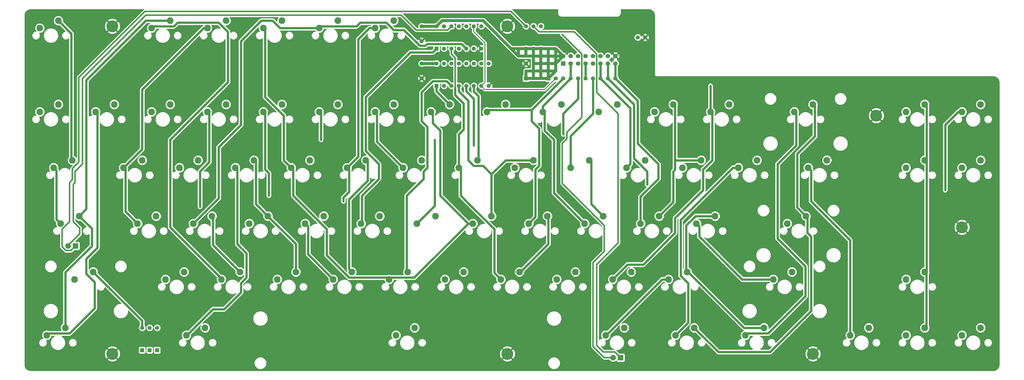
<source format=gbr>
G04 #@! TF.FileFunction,Copper,L2,Bot,Signal*
%FSLAX46Y46*%
G04 Gerber Fmt 4.6, Leading zero omitted, Abs format (unit mm)*
G04 Created by KiCad (PCBNEW 4.0.7) date 01/01/19 19:01:52*
%MOMM*%
%LPD*%
G01*
G04 APERTURE LIST*
%ADD10C,0.100000*%
%ADD11C,2.286000*%
%ADD12C,1.397000*%
%ADD13R,1.397000X1.397000*%
%ADD14C,4.064000*%
%ADD15R,1.524000X1.524000*%
%ADD16C,1.524000*%
%ADD17C,1.905000*%
%ADD18R,1.905000X1.905000*%
%ADD19C,0.600000*%
%ADD20C,1.000000*%
%ADD21C,0.375000*%
%ADD22C,0.750000*%
%ADD23C,0.500000*%
%ADD24C,0.254000*%
G04 APERTURE END LIST*
D10*
D11*
X245745000Y-119380000D03*
X239395000Y-121920000D03*
X74295000Y-119380000D03*
X67945000Y-121920000D03*
X93345000Y-119380000D03*
X86995000Y-121920000D03*
X112395000Y-119380000D03*
X106045000Y-121920000D03*
X131445000Y-119380000D03*
X125095000Y-121920000D03*
X150495000Y-119380000D03*
X144145000Y-121920000D03*
X169545000Y-119380000D03*
X163195000Y-121920000D03*
X188595000Y-119380000D03*
X182245000Y-121920000D03*
X207645000Y-119380000D03*
X201295000Y-121920000D03*
X226695000Y-119380000D03*
X220345000Y-121920000D03*
X264795000Y-119380000D03*
X258445000Y-121920000D03*
X283845000Y-119380000D03*
X277495000Y-121920000D03*
X317182500Y-138430000D03*
X310832500Y-140970000D03*
X274320000Y-138430000D03*
X267970000Y-140970000D03*
X293370000Y-138430000D03*
X287020000Y-140970000D03*
X260032500Y-157480000D03*
X253682500Y-160020000D03*
X279082500Y-157480000D03*
X272732500Y-160020000D03*
X55245000Y-119380000D03*
X48895000Y-121920000D03*
X231457500Y-176530000D03*
X225107500Y-179070000D03*
X250507500Y-176530000D03*
X244157500Y-179070000D03*
X269557500Y-176530000D03*
X263207500Y-179070000D03*
X295751250Y-195580000D03*
X289401250Y-198120000D03*
X88582500Y-157480000D03*
X82232500Y-160020000D03*
X174307500Y-176530000D03*
X167957500Y-179070000D03*
X136207500Y-176530000D03*
X129857500Y-179070000D03*
X126682500Y-157480000D03*
X120332500Y-160020000D03*
X121920000Y-138430000D03*
X115570000Y-140970000D03*
X145732500Y-157480000D03*
X139382500Y-160020000D03*
X164782500Y-157480000D03*
X158432500Y-160020000D03*
X183832500Y-157480000D03*
X177482500Y-160020000D03*
X217170000Y-138430000D03*
X210820000Y-140970000D03*
X202882500Y-157480000D03*
X196532500Y-160020000D03*
X221932500Y-157480000D03*
X215582500Y-160020000D03*
X240982500Y-157480000D03*
X234632500Y-160020000D03*
X212407500Y-176530000D03*
X206057500Y-179070000D03*
X193357500Y-176530000D03*
X187007500Y-179070000D03*
X236220000Y-138430000D03*
X229870000Y-140970000D03*
X255270000Y-138430000D03*
X248920000Y-140970000D03*
X83820000Y-138430000D03*
X77470000Y-140970000D03*
X140970000Y-138430000D03*
X134620000Y-140970000D03*
X107632500Y-157480000D03*
X101282500Y-160020000D03*
X160020000Y-138430000D03*
X153670000Y-140970000D03*
X198120000Y-138430000D03*
X191770000Y-140970000D03*
X155257500Y-176530000D03*
X148907500Y-179070000D03*
X102870000Y-138430000D03*
X96520000Y-140970000D03*
X117157500Y-176530000D03*
X110807500Y-179070000D03*
X179070000Y-138430000D03*
X172720000Y-140970000D03*
X98107500Y-176530000D03*
X91757500Y-179070000D03*
X67151250Y-176530000D03*
X60801250Y-179070000D03*
X57626250Y-195580000D03*
X51276250Y-198120000D03*
X105251250Y-195580000D03*
X98901250Y-198120000D03*
X62388750Y-157480000D03*
X56038750Y-160020000D03*
X248126250Y-195580000D03*
X241776250Y-198120000D03*
X93345000Y-90805000D03*
X86995000Y-93345000D03*
X112395000Y-90805000D03*
X106045000Y-93345000D03*
X131445000Y-90805000D03*
X125095000Y-93345000D03*
X150495000Y-90805000D03*
X144145000Y-93345000D03*
X169545000Y-90805000D03*
X163195000Y-93345000D03*
X55245000Y-90805000D03*
X48895000Y-93345000D03*
X60007500Y-138430000D03*
X53657500Y-140970000D03*
X369570000Y-138430000D03*
X363220000Y-140970000D03*
X312420000Y-119380000D03*
X306070000Y-121920000D03*
X310038750Y-157480000D03*
X303688750Y-160020000D03*
X176688750Y-195580000D03*
X170338750Y-198120000D03*
X369570000Y-119380000D03*
X363220000Y-121920000D03*
X350520000Y-119380000D03*
X344170000Y-121920000D03*
X350520000Y-138430000D03*
X344170000Y-140970000D03*
X331470000Y-195580000D03*
X325120000Y-198120000D03*
X350520000Y-176530000D03*
X344170000Y-179070000D03*
X350520000Y-195580000D03*
X344170000Y-198120000D03*
X369570000Y-195580000D03*
X363220000Y-198120000D03*
X271938750Y-195580000D03*
X265588750Y-198120000D03*
X305276250Y-176530000D03*
X298926250Y-179070000D03*
D12*
X179070000Y-105410000D03*
X179070000Y-110490000D03*
X179070000Y-92710000D03*
X179070000Y-97790000D03*
D13*
X214630000Y-110490000D03*
D12*
X214630000Y-105410000D03*
X252730000Y-96520000D03*
X255270000Y-96520000D03*
X83820000Y-195580000D03*
D13*
X83820000Y-203200000D03*
D12*
X86360000Y-195580000D03*
D13*
X86360000Y-203200000D03*
D12*
X88900000Y-195580000D03*
D13*
X88900000Y-203200000D03*
D14*
X73660000Y-92710000D03*
X208280000Y-92710000D03*
X334010000Y-123190000D03*
X73660000Y-204470000D03*
X208280000Y-204470000D03*
X312420000Y-204470000D03*
D15*
X227330000Y-105410000D03*
D16*
X227330000Y-102870000D03*
X229870000Y-105410000D03*
X229870000Y-102870000D03*
X232410000Y-105410000D03*
X232410000Y-102870000D03*
X234950000Y-105410000D03*
X234950000Y-102870000D03*
X237490000Y-105410000D03*
X237490000Y-102870000D03*
X240030000Y-105410000D03*
X240030000Y-102870000D03*
X242570000Y-105410000D03*
X242570000Y-102870000D03*
X245110000Y-105410000D03*
X245110000Y-102870000D03*
D12*
X219710000Y-100330000D03*
X219710000Y-92710000D03*
X214630000Y-100330000D03*
X214630000Y-92710000D03*
D13*
X222250000Y-110490000D03*
D12*
X224790000Y-110490000D03*
X227330000Y-110490000D03*
X229870000Y-110490000D03*
X232410000Y-110490000D03*
X234950000Y-110490000D03*
X237490000Y-110490000D03*
X240030000Y-110490000D03*
X242570000Y-110490000D03*
X245110000Y-110490000D03*
D13*
X184150000Y-113030000D03*
D12*
X186690000Y-113030000D03*
X189230000Y-113030000D03*
X191770000Y-113030000D03*
X194310000Y-113030000D03*
X196850000Y-113030000D03*
X199390000Y-113030000D03*
X201930000Y-113030000D03*
X201930000Y-105410000D03*
X199390000Y-105410000D03*
X196850000Y-105410000D03*
X194310000Y-105410000D03*
X191770000Y-105410000D03*
X189230000Y-105410000D03*
X186690000Y-105410000D03*
X184150000Y-105410000D03*
D13*
X184150000Y-100330000D03*
D12*
X186690000Y-100330000D03*
X189230000Y-100330000D03*
X191770000Y-100330000D03*
X194310000Y-100330000D03*
X196850000Y-100330000D03*
X199390000Y-100330000D03*
X199390000Y-92710000D03*
X196850000Y-92710000D03*
X194310000Y-92710000D03*
X191770000Y-92710000D03*
X189230000Y-92710000D03*
X186690000Y-92710000D03*
X184150000Y-92710000D03*
D14*
X363220000Y-161290000D03*
D17*
X244316250Y-205740000D03*
D18*
X246856250Y-205740000D03*
D12*
X217170000Y-100330000D03*
X217170000Y-92710000D03*
D17*
X58578750Y-167640000D03*
D18*
X61118750Y-167640000D03*
D19*
X202247500Y-94615000D03*
X203200000Y-100330000D03*
X257175000Y-195580000D03*
X300990000Y-197485000D03*
X306705000Y-197485000D03*
X321310000Y-181610000D03*
X334010000Y-181610000D03*
X163195000Y-109855000D03*
X145415000Y-109855000D03*
X121920000Y-109855000D03*
X52705000Y-170180000D03*
X85725000Y-109855000D03*
X80010000Y-124460000D03*
X71755000Y-162877500D03*
X64135000Y-167640000D03*
X314960000Y-127000000D03*
X304165000Y-148590000D03*
X304165000Y-142240000D03*
X334010000Y-143510000D03*
X305435000Y-136525000D03*
X281305000Y-195580000D03*
X281305000Y-191135000D03*
X334010000Y-156210000D03*
X357505000Y-148590000D03*
X152400000Y-152400000D03*
X227330000Y-129540000D03*
X191770000Y-129540000D03*
X277495000Y-113030000D03*
X103505000Y-154305000D03*
X158750000Y-150495000D03*
X127000000Y-150495000D03*
X183515000Y-131445000D03*
X93345000Y-131445000D03*
X144780000Y-131445000D03*
X309880000Y-179070000D03*
X255905000Y-146685000D03*
X279082500Y-157480000D03*
X196850000Y-133350000D03*
X227012500Y-95567500D03*
D20*
X214630000Y-110490000D02*
X214630000Y-107950000D01*
X214630000Y-107950000D02*
X217170000Y-107950000D01*
X212090000Y-100330000D02*
X212090000Y-102870000D01*
X214630000Y-100330000D02*
X214630000Y-102870000D01*
X217170000Y-102870000D02*
X214630000Y-102870000D01*
X214630000Y-102870000D02*
X212090000Y-102870000D01*
X212090000Y-102870000D02*
X209550000Y-100330000D01*
X224790000Y-102870000D02*
X227330000Y-102870000D01*
X222250000Y-107950000D02*
X224790000Y-107950000D01*
X224790000Y-105410000D02*
X224790000Y-107950000D01*
X224790000Y-107950000D02*
X222250000Y-110490000D01*
X222250000Y-107950000D02*
X217170000Y-107950000D01*
X217170000Y-105410000D02*
X224790000Y-105410000D01*
X217170000Y-102870000D02*
X224790000Y-102870000D01*
X224790000Y-100330000D02*
X224790000Y-102870000D01*
X224790000Y-102870000D02*
X224790000Y-105410000D01*
X222250000Y-107950000D02*
X222250000Y-100330000D01*
X217170000Y-107950000D02*
X217170000Y-108585000D01*
X217170000Y-102870000D02*
X217170000Y-102235000D01*
X219710000Y-100330000D02*
X219710000Y-110490000D01*
X217170000Y-100330000D02*
X217170000Y-102235000D01*
X217170000Y-102235000D02*
X217170000Y-105410000D01*
X217170000Y-105410000D02*
X217170000Y-108585000D01*
X217170000Y-108585000D02*
X217170000Y-110490000D01*
X227330000Y-102870000D02*
X224790000Y-105410000D01*
X222250000Y-107950000D02*
X222250000Y-110490000D01*
X214630000Y-110490000D02*
X217170000Y-110490000D01*
X217170000Y-110490000D02*
X219710000Y-110490000D01*
X219710000Y-110490000D02*
X222250000Y-110490000D01*
X227330000Y-102870000D02*
X224790000Y-100330000D01*
X224790000Y-100330000D02*
X222250000Y-100330000D01*
X222250000Y-100330000D02*
X219710000Y-100330000D01*
X184150000Y-92710000D02*
X186055000Y-90805000D01*
X186055000Y-90805000D02*
X200025000Y-90805000D01*
X200025000Y-90805000D02*
X209550000Y-100330000D01*
X214630000Y-100330000D02*
X212090000Y-100330000D01*
X212090000Y-100330000D02*
X209550000Y-100330000D01*
X184150000Y-92710000D02*
X179070000Y-92710000D01*
X184150000Y-105410000D02*
X179070000Y-105410000D01*
X217170000Y-100330000D02*
X214630000Y-100330000D01*
X219710000Y-100330000D02*
X217170000Y-100330000D01*
D21*
X214630000Y-105410000D02*
X208280000Y-111760000D01*
X203200000Y-100330000D02*
X202247500Y-99377500D01*
X202247500Y-99377500D02*
X202247500Y-94615000D01*
X203200000Y-100330000D02*
X203200000Y-111760000D01*
X210820000Y-201930000D02*
X222250000Y-201930000D01*
X203200000Y-204470000D02*
X205740000Y-201930000D01*
X205740000Y-201930000D02*
X208280000Y-204470000D01*
X228600000Y-208280000D02*
X222250000Y-201930000D01*
X257175000Y-208280000D02*
X228600000Y-208280000D01*
X257175000Y-208280000D02*
X257175000Y-195580000D01*
X210820000Y-201930000D02*
X208280000Y-204470000D01*
X306705000Y-198755000D02*
X312420000Y-204470000D01*
X306705000Y-197485000D02*
X306705000Y-198755000D01*
X321310000Y-181610000D02*
X321310000Y-195580000D01*
X334010000Y-181610000D02*
X334010000Y-156210000D01*
X321310000Y-195580000D02*
X312420000Y-204470000D01*
X119380000Y-208280000D02*
X77470000Y-208280000D01*
X77470000Y-208280000D02*
X73660000Y-204470000D01*
X123190000Y-204470000D02*
X119380000Y-208280000D01*
X203200000Y-204470000D02*
X123190000Y-204470000D01*
X179070000Y-97790000D02*
X180022500Y-96837500D01*
X196850000Y-97790000D02*
X199390000Y-100330000D01*
X180975000Y-97790000D02*
X180022500Y-96837500D01*
X196850000Y-97790000D02*
X180975000Y-97790000D01*
X201930000Y-113030000D02*
X203200000Y-111760000D01*
X203200000Y-111760000D02*
X208280000Y-111760000D01*
X80010000Y-115570000D02*
X85725000Y-109855000D01*
X71755000Y-132715000D02*
X80010000Y-124460000D01*
X71755000Y-143510000D02*
X71755000Y-132715000D01*
X80010000Y-124460000D02*
X80010000Y-115570000D01*
X71755000Y-143510000D02*
X71755000Y-162877500D01*
X64135000Y-167640000D02*
X61595000Y-170180000D01*
X61595000Y-170180000D02*
X52705000Y-170180000D01*
X334010000Y-123190000D02*
X330200000Y-127000000D01*
X330200000Y-127000000D02*
X314960000Y-127000000D01*
X304165000Y-142240000D02*
X304165000Y-137795000D01*
X304165000Y-148590000D02*
X304165000Y-142240000D01*
X304165000Y-137795000D02*
X305435000Y-136525000D01*
X334010000Y-143510000D02*
X334010000Y-156210000D01*
X334010000Y-123190000D02*
X322580000Y-111760000D01*
X260350000Y-111760000D02*
X257810000Y-109220000D01*
X322580000Y-111760000D02*
X260350000Y-111760000D01*
X257810000Y-99060000D02*
X255270000Y-96520000D01*
X257810000Y-109220000D02*
X257810000Y-99060000D01*
X334010000Y-123190000D02*
X345440000Y-111760000D01*
X345440000Y-111760000D02*
X368935000Y-111760000D01*
X374015000Y-116840000D02*
X368935000Y-111760000D01*
X281305000Y-195580000D02*
X281305000Y-191135000D01*
X374015000Y-150495000D02*
X363220000Y-161290000D01*
X374015000Y-116840000D02*
X374015000Y-150495000D01*
D22*
X83820000Y-195580000D02*
X83820000Y-193198750D01*
X83820000Y-193198750D02*
X67151250Y-176530000D01*
X57626250Y-195580000D02*
X57626250Y-176688750D01*
X57626250Y-176688750D02*
X66675000Y-167640000D01*
X66675000Y-161925000D02*
X66675000Y-167640000D01*
X66675000Y-161766250D02*
X62388750Y-157480000D01*
X66675000Y-161925000D02*
X66675000Y-161766250D01*
X64770000Y-111125000D02*
X64770000Y-155098750D01*
X64770000Y-155098750D02*
X62388750Y-157480000D01*
X85090000Y-90805000D02*
X93345000Y-90805000D01*
X64770000Y-111125000D02*
X85090000Y-90805000D01*
X62865000Y-157956250D02*
X62388750Y-157480000D01*
X216535000Y-121285000D02*
X216535000Y-125095000D01*
X216535000Y-125095000D02*
X219075000Y-127635000D01*
X227330000Y-110490000D02*
X216535000Y-121285000D01*
X216535000Y-121285000D02*
X201930000Y-121285000D01*
X201930000Y-121285000D02*
X201295000Y-121920000D01*
X173037500Y-93980000D02*
X178435000Y-99377500D01*
X192722500Y-98742500D02*
X194310000Y-100330000D01*
X180975000Y-98742500D02*
X192722500Y-98742500D01*
X180340000Y-99377500D02*
X180975000Y-98742500D01*
X178435000Y-99377500D02*
X180340000Y-99377500D01*
X158115000Y-91440000D02*
X167005000Y-91440000D01*
X156845000Y-92710000D02*
X158115000Y-91440000D01*
X144780000Y-92710000D02*
X156845000Y-92710000D01*
X167005000Y-91440000D02*
X169545000Y-93980000D01*
X169545000Y-93980000D02*
X173037500Y-93980000D01*
X144145000Y-93345000D02*
X144780000Y-92710000D01*
X219075000Y-140335000D02*
X219075000Y-127635000D01*
X217805000Y-157797500D02*
X217805000Y-141605000D01*
X215582500Y-160020000D02*
X217805000Y-157797500D01*
X219075000Y-140335000D02*
X217805000Y-141605000D01*
X201930000Y-121285000D02*
X201295000Y-121920000D01*
X201295000Y-121920000D02*
X201930000Y-121285000D01*
X215582500Y-160020000D02*
X215900000Y-160020000D01*
X144145000Y-93345000D02*
X130810000Y-93345000D01*
X117475000Y-97790000D02*
X117475000Y-126365000D01*
X124460000Y-90805000D02*
X117475000Y-97790000D01*
X128270000Y-90805000D02*
X124460000Y-90805000D01*
X130810000Y-93345000D02*
X128270000Y-90805000D01*
X109855000Y-133985000D02*
X117475000Y-126365000D01*
X109855000Y-151447500D02*
X109855000Y-133985000D01*
X101282500Y-160020000D02*
X109855000Y-151447500D01*
X298926250Y-179070000D02*
X288290000Y-179070000D01*
X288290000Y-179070000D02*
X273685000Y-164465000D01*
X273685000Y-164465000D02*
X273685000Y-160972500D01*
X273685000Y-160972500D02*
X272732500Y-160020000D01*
X234632500Y-160020000D02*
X224155000Y-149542500D01*
X224155000Y-149542500D02*
X224155000Y-131445000D01*
X229870000Y-105410000D02*
X229870000Y-110490000D01*
X229870000Y-110490000D02*
X220345000Y-120015000D01*
X220345000Y-120015000D02*
X220345000Y-121920000D01*
X51276250Y-198120000D02*
X51911250Y-197485000D01*
X51911250Y-197485000D02*
X59055000Y-197485000D01*
X64770000Y-177165000D02*
X64770000Y-172085000D01*
X67627500Y-180022500D02*
X64770000Y-177165000D01*
X67627500Y-188912500D02*
X67627500Y-180022500D01*
X59055000Y-197485000D02*
X67627500Y-188912500D01*
X68580000Y-168275000D02*
X64770000Y-172085000D01*
X68580000Y-168275000D02*
X68580000Y-122555000D01*
X51276250Y-198120000D02*
X51911250Y-197485000D01*
X67945000Y-121920000D02*
X68580000Y-122555000D01*
X357505000Y-148590000D02*
X357505000Y-126365000D01*
X357505000Y-126365000D02*
X361950000Y-121920000D01*
X361950000Y-121920000D02*
X363220000Y-121920000D01*
X152400000Y-152400000D02*
X152400000Y-151130000D01*
X154305000Y-149225000D02*
X152400000Y-151130000D01*
X154305000Y-149225000D02*
X154305000Y-141605000D01*
X220345000Y-121920000D02*
X220980000Y-122555000D01*
X220980000Y-122555000D02*
X220980000Y-128270000D01*
X220980000Y-128270000D02*
X224155000Y-131445000D01*
X153670000Y-140970000D02*
X154305000Y-141605000D01*
X153670000Y-140970000D02*
X157480000Y-137160000D01*
X161290000Y-93345000D02*
X163195000Y-93345000D01*
X157480000Y-97155000D02*
X161290000Y-93345000D01*
X157480000Y-137160000D02*
X157480000Y-97155000D01*
X232410000Y-110490000D02*
X232410000Y-117475000D01*
X227330000Y-122555000D02*
X227330000Y-129540000D01*
X227330000Y-122555000D02*
X232410000Y-117475000D01*
D23*
X190500000Y-113665000D02*
X190500000Y-103505000D01*
D22*
X190500000Y-116205000D02*
X190500000Y-113665000D01*
X191770000Y-129540000D02*
X193357500Y-127952500D01*
X193357500Y-127952500D02*
X193357500Y-119062500D01*
X193357500Y-119062500D02*
X190500000Y-116205000D01*
D23*
X189230000Y-102235000D02*
X189230000Y-100330000D01*
X190500000Y-103505000D02*
X189230000Y-102235000D01*
D22*
X258445000Y-121920000D02*
X257810000Y-121285000D01*
X98901250Y-198120000D02*
X99060000Y-198120000D01*
X99060000Y-198120000D02*
X107950000Y-189230000D01*
X107950000Y-189230000D02*
X111760000Y-189230000D01*
X111760000Y-189230000D02*
X117475000Y-183515000D01*
X117475000Y-183515000D02*
X117475000Y-180340000D01*
X117475000Y-180340000D02*
X119380000Y-178435000D01*
X119380000Y-178435000D02*
X119380000Y-170180000D01*
X119380000Y-170180000D02*
X116205000Y-167005000D01*
X116205000Y-167005000D02*
X116205000Y-141605000D01*
X116205000Y-141605000D02*
X115570000Y-140970000D01*
X191770000Y-140970000D02*
X191770000Y-129540000D01*
X206057500Y-179070000D02*
X203835000Y-176847500D01*
X194310000Y-152400000D02*
X192405000Y-150495000D01*
X203835000Y-161925000D02*
X194310000Y-152400000D01*
X203835000Y-176847500D02*
X203835000Y-161925000D01*
X192405000Y-150495000D02*
X192405000Y-141605000D01*
X192405000Y-141605000D02*
X191770000Y-140970000D01*
X234950000Y-110490000D02*
X234950000Y-105410000D01*
X277495000Y-121920000D02*
X277495000Y-113030000D01*
X106680000Y-139065000D02*
X103505000Y-142240000D01*
X106680000Y-122555000D02*
X106680000Y-138430000D01*
X106680000Y-138430000D02*
X106680000Y-139065000D01*
X103505000Y-154305000D02*
X103505000Y-142240000D01*
X244157500Y-179070000D02*
X249237500Y-173990000D01*
X254635000Y-173990000D02*
X265430000Y-163195000D01*
X249237500Y-173990000D02*
X254635000Y-173990000D01*
X277495000Y-121920000D02*
X278130000Y-122555000D01*
X278130000Y-122555000D02*
X278130000Y-138430000D01*
X265430000Y-158115000D02*
X265430000Y-163195000D01*
X266065000Y-157480000D02*
X265430000Y-158115000D01*
X274955000Y-148590000D02*
X266065000Y-157480000D01*
X274955000Y-141605000D02*
X274955000Y-148590000D01*
X278130000Y-138430000D02*
X274955000Y-141605000D01*
X106045000Y-121920000D02*
X106680000Y-122555000D01*
X56038750Y-160020000D02*
X54610000Y-158591250D01*
X54610000Y-141922500D02*
X53657500Y-140970000D01*
X54610000Y-158591250D02*
X54610000Y-141922500D01*
X139382500Y-160020000D02*
X140335000Y-160972500D01*
X140335000Y-170497500D02*
X148907500Y-179070000D01*
X140335000Y-160972500D02*
X140335000Y-170497500D01*
X237490000Y-110490000D02*
X237490000Y-122555000D01*
X237490000Y-122555000D02*
X229870000Y-130175000D01*
X229870000Y-130175000D02*
X229870000Y-140970000D01*
X184150000Y-100330000D02*
X182880000Y-101600000D01*
X182880000Y-101600000D02*
X175260000Y-101600000D01*
X175260000Y-101600000D02*
X160020000Y-116840000D01*
X160020000Y-116840000D02*
X160020000Y-135255000D01*
X160020000Y-135255000D02*
X164465000Y-139700000D01*
X164465000Y-139700000D02*
X164465000Y-144780000D01*
X158750000Y-150495000D02*
X164465000Y-144780000D01*
X311785000Y-141922500D02*
X311785000Y-152400000D01*
X311785000Y-152400000D02*
X325120000Y-165735000D01*
X325120000Y-198120000D02*
X325120000Y-165735000D01*
X311785000Y-141922500D02*
X310832500Y-140970000D01*
X241776250Y-198120000D02*
X241935000Y-198120000D01*
X241935000Y-198120000D02*
X260985000Y-179070000D01*
X260985000Y-179070000D02*
X263207500Y-179070000D01*
X127000000Y-142875000D02*
X127000000Y-150495000D01*
X125095000Y-121920000D02*
X125730000Y-122555000D01*
X125730000Y-122555000D02*
X125730000Y-141605000D01*
X125730000Y-141605000D02*
X127000000Y-142875000D01*
X158432500Y-160020000D02*
X158750000Y-159702500D01*
X158750000Y-159702500D02*
X158750000Y-150495000D01*
X97155000Y-141605000D02*
X96520000Y-140970000D01*
X240030000Y-110490000D02*
X250190000Y-120650000D01*
X250190000Y-139700000D02*
X248920000Y-140970000D01*
X250190000Y-120650000D02*
X250190000Y-139700000D01*
X240030000Y-110490000D02*
X240030000Y-105410000D01*
X110807500Y-179070000D02*
X110807500Y-178752500D01*
X110807500Y-178752500D02*
X93345000Y-161290000D01*
X183515000Y-131445000D02*
X183515000Y-153987500D01*
X177482500Y-160020000D02*
X183515000Y-153987500D01*
X93345000Y-131445000D02*
X93345000Y-161290000D01*
X300355000Y-139700000D02*
X306705000Y-133350000D01*
X306705000Y-122555000D02*
X306705000Y-133350000D01*
X309880000Y-174625000D02*
X300355000Y-165100000D01*
X300355000Y-165100000D02*
X300355000Y-139700000D01*
X309880000Y-174625000D02*
X309880000Y-179070000D01*
X289401250Y-198120000D02*
X290036250Y-197485000D01*
X290036250Y-197485000D02*
X297180000Y-197485000D01*
X309880000Y-184785000D02*
X309880000Y-179070000D01*
X297180000Y-197485000D02*
X309880000Y-184785000D01*
X94615000Y-92710000D02*
X87630000Y-92710000D01*
X95885000Y-91440000D02*
X94615000Y-92710000D01*
X109855000Y-91440000D02*
X95885000Y-91440000D01*
X113030000Y-94615000D02*
X109855000Y-91440000D01*
X113030000Y-111760000D02*
X113030000Y-94615000D01*
X93345000Y-131445000D02*
X113030000Y-111760000D01*
X87630000Y-92710000D02*
X86995000Y-93345000D01*
X144145000Y-121920000D02*
X144780000Y-122555000D01*
X144780000Y-122555000D02*
X144780000Y-131445000D01*
X306705000Y-122555000D02*
X306070000Y-121920000D01*
X289401250Y-198120000D02*
X289401250Y-197643750D01*
X289401250Y-197643750D02*
X289560000Y-197485000D01*
X251460000Y-137795000D02*
X251460000Y-119380000D01*
X255905000Y-146685000D02*
X255905000Y-142240000D01*
X251460000Y-137795000D02*
X255905000Y-142240000D01*
X251460000Y-119380000D02*
X242570000Y-110490000D01*
X242570000Y-110490000D02*
X242570000Y-105410000D01*
X77470000Y-140970000D02*
X83820000Y-134620000D01*
X83820000Y-134620000D02*
X83820000Y-114300000D01*
X83820000Y-114300000D02*
X104775000Y-93345000D01*
X104775000Y-93345000D02*
X106045000Y-93345000D01*
X269875000Y-180340000D02*
X269875000Y-193833750D01*
X269875000Y-193833750D02*
X265588750Y-198120000D01*
X267335000Y-177800000D02*
X267335000Y-158750000D01*
X269875000Y-180340000D02*
X267335000Y-177800000D01*
X287020000Y-140970000D02*
X285115000Y-140970000D01*
X267335000Y-158750000D02*
X285115000Y-140970000D01*
X172720000Y-140970000D02*
X163830000Y-132080000D01*
X163830000Y-132080000D02*
X163830000Y-122555000D01*
X163830000Y-122555000D02*
X163195000Y-121920000D01*
X104775000Y-93345000D02*
X106045000Y-93345000D01*
X82232500Y-160020000D02*
X78105000Y-155892500D01*
X78105000Y-155892500D02*
X78105000Y-141605000D01*
X78105000Y-141605000D02*
X77470000Y-140970000D01*
X245110000Y-110490000D02*
X252730000Y-118110000D01*
X252730000Y-132715000D02*
X259715000Y-139700000D01*
X252730000Y-118110000D02*
X252730000Y-132715000D01*
X245110000Y-110490000D02*
X245110000Y-105410000D01*
X259715000Y-139700000D02*
X259715000Y-144780000D01*
X259715000Y-144780000D02*
X253682500Y-150812500D01*
X253682500Y-150812500D02*
X253682500Y-160020000D01*
X146685000Y-161925000D02*
X135255000Y-150495000D01*
X167957500Y-179070000D02*
X167322500Y-178435000D01*
X167322500Y-178435000D02*
X154305000Y-178435000D01*
X154305000Y-178435000D02*
X146685000Y-170815000D01*
X194945000Y-160020000D02*
X185420000Y-150495000D01*
X167957500Y-179070000D02*
X168592500Y-178435000D01*
X168592500Y-178435000D02*
X175260000Y-178435000D01*
X176530000Y-178435000D02*
X194945000Y-160020000D01*
X175260000Y-178435000D02*
X176530000Y-178435000D01*
X182880000Y-125730000D02*
X185420000Y-128270000D01*
X182880000Y-122555000D02*
X182880000Y-125730000D01*
X185420000Y-128270000D02*
X185420000Y-150495000D01*
X196532500Y-160020000D02*
X194945000Y-160020000D01*
X182880000Y-122555000D02*
X182245000Y-121920000D01*
X134620000Y-140970000D02*
X132080000Y-138430000D01*
X125730000Y-116840000D02*
X125730000Y-93980000D01*
X132080000Y-123190000D02*
X125730000Y-116840000D01*
X132080000Y-138430000D02*
X132080000Y-123190000D01*
X125730000Y-93980000D02*
X125095000Y-93345000D01*
X146685000Y-170815000D02*
X146685000Y-161925000D01*
X135255000Y-150495000D02*
X135255000Y-141605000D01*
X134620000Y-140970000D02*
X135255000Y-141605000D01*
D21*
X199390000Y-113030000D02*
X200660000Y-114300000D01*
X220980000Y-114300000D02*
X224790000Y-110490000D01*
X200660000Y-114300000D02*
X220980000Y-114300000D01*
X196850000Y-92710000D02*
X196850000Y-94615000D01*
X200660000Y-111760000D02*
X199390000Y-113030000D01*
X200660000Y-98425000D02*
X200660000Y-111760000D01*
X196850000Y-94615000D02*
X200660000Y-98425000D01*
D22*
X188595000Y-119380000D02*
X184150000Y-114935000D01*
X184150000Y-114935000D02*
X184150000Y-113030000D01*
X264795000Y-142240000D02*
X264795000Y-152717500D01*
X264795000Y-152717500D02*
X260032500Y-157480000D01*
X265430000Y-138430000D02*
X265430000Y-141605000D01*
X265430000Y-141605000D02*
X264795000Y-142240000D01*
X274320000Y-138430000D02*
X265430000Y-138430000D01*
X264795000Y-119380000D02*
X265430000Y-120015000D01*
X265430000Y-120015000D02*
X265430000Y-138430000D01*
X179070000Y-115252500D02*
X182880000Y-111442500D01*
X187642500Y-111442500D02*
X182880000Y-111442500D01*
X187642500Y-111442500D02*
X189230000Y-113030000D01*
X180975000Y-127000000D02*
X179070000Y-125095000D01*
X180975000Y-140970000D02*
X180975000Y-127317500D01*
X180975000Y-127317500D02*
X180975000Y-127000000D01*
X179705000Y-142240000D02*
X180975000Y-140970000D01*
X179070000Y-125095000D02*
X179070000Y-115252500D01*
X174307500Y-176530000D02*
X173990000Y-176212500D01*
X173990000Y-176212500D02*
X173990000Y-150495000D01*
X179705000Y-144780000D02*
X179705000Y-142240000D01*
X173990000Y-150495000D02*
X179705000Y-144780000D01*
X269240000Y-160655000D02*
X269240000Y-175260000D01*
X272415000Y-157480000D02*
X269240000Y-160655000D01*
X279082500Y-157480000D02*
X272415000Y-157480000D01*
X269240000Y-175260000D02*
X269240000Y-176212500D01*
X269240000Y-176212500D02*
X269557500Y-176530000D01*
X295751250Y-195580000D02*
X288925000Y-195580000D01*
X288925000Y-195580000D02*
X269875000Y-176530000D01*
X269875000Y-176530000D02*
X269557500Y-176530000D01*
X191770000Y-113030000D02*
X191770000Y-114935000D01*
X200025000Y-140335000D02*
X202882500Y-143192500D01*
X197485000Y-140335000D02*
X196850000Y-140335000D01*
X200025000Y-140335000D02*
X197485000Y-140335000D01*
X196850000Y-140335000D02*
X194945000Y-138430000D01*
X194945000Y-118110000D02*
X194945000Y-138430000D01*
X191770000Y-114935000D02*
X194945000Y-118110000D01*
X202882500Y-157480000D02*
X202882500Y-143192500D01*
X202882500Y-143192500D02*
X207645000Y-138430000D01*
X207645000Y-138430000D02*
X217170000Y-138430000D01*
X136207500Y-176530000D02*
X136207500Y-167005000D01*
X136207500Y-167005000D02*
X126682500Y-157480000D01*
X126682500Y-157480000D02*
X122555000Y-153352500D01*
X122555000Y-153352500D02*
X122555000Y-139065000D01*
X122555000Y-139065000D02*
X121920000Y-138430000D01*
X194310000Y-113030000D02*
X194310000Y-114935000D01*
X196850000Y-117475000D02*
X194310000Y-114935000D01*
X196850000Y-117475000D02*
X196850000Y-133350000D01*
X240982500Y-157480000D02*
X236855000Y-153352500D01*
X236855000Y-153352500D02*
X236855000Y-139065000D01*
X236855000Y-139065000D02*
X236220000Y-138430000D01*
X212407500Y-176530000D02*
X212725000Y-176530000D01*
X212725000Y-176530000D02*
X222250000Y-167005000D01*
X222250000Y-167005000D02*
X222250000Y-157797500D01*
X222250000Y-157797500D02*
X221932500Y-157480000D01*
X198120000Y-138430000D02*
X198437500Y-138112500D01*
X198437500Y-138112500D02*
X198437500Y-116522500D01*
X196850000Y-114935000D02*
X196850000Y-113030000D01*
X198437500Y-116522500D02*
X196850000Y-114935000D01*
X155257500Y-176530000D02*
X154305000Y-175577500D01*
X160655000Y-145415000D02*
X160655000Y-139065000D01*
X154305000Y-151765000D02*
X160655000Y-145415000D01*
X154305000Y-175577500D02*
X154305000Y-151765000D01*
X160655000Y-139065000D02*
X160020000Y-138430000D01*
X117157500Y-176530000D02*
X107950000Y-167322500D01*
X107950000Y-167322500D02*
X107950000Y-157797500D01*
X107950000Y-157797500D02*
X107632500Y-157480000D01*
X271938750Y-195580000D02*
X280193750Y-203835000D01*
X311785000Y-189865000D02*
X311785000Y-164465000D01*
X297815000Y-203835000D02*
X311785000Y-189865000D01*
X280193750Y-203835000D02*
X297815000Y-203835000D01*
X310515000Y-163195000D02*
X310515000Y-157956250D01*
X311785000Y-164465000D02*
X310515000Y-163195000D01*
X310515000Y-157956250D02*
X310038750Y-157480000D01*
X60007500Y-138430000D02*
X59690000Y-138112500D01*
X59690000Y-138112500D02*
X59690000Y-95250000D01*
X59690000Y-95250000D02*
X55245000Y-90805000D01*
X312420000Y-119380000D02*
X313080000Y-120040000D01*
X313080000Y-120040000D02*
X313080000Y-130260000D01*
X313080000Y-130260000D02*
X307080000Y-136260000D01*
X307080000Y-136260000D02*
X307080000Y-149260000D01*
X307080000Y-149260000D02*
X307080000Y-154521250D01*
X307080000Y-154521250D02*
X310038750Y-157480000D01*
X350520000Y-176530000D02*
X351155000Y-175895000D01*
X351155000Y-175895000D02*
X351155000Y-139065000D01*
X351155000Y-139065000D02*
X350520000Y-138430000D01*
X350520000Y-119380000D02*
X351155000Y-120015000D01*
X351155000Y-120015000D02*
X351155000Y-137795000D01*
X351155000Y-137795000D02*
X350520000Y-138430000D01*
X350520000Y-195580000D02*
X351080000Y-195020000D01*
X351080000Y-195020000D02*
X351080000Y-177090000D01*
X351080000Y-177090000D02*
X350520000Y-176530000D01*
D23*
X189230000Y-92710000D02*
X187960000Y-93980000D01*
X58578750Y-167640000D02*
X58578750Y-167481250D01*
X58578750Y-167481250D02*
X62547500Y-163512500D01*
X58578750Y-167640000D02*
X58578750Y-167163750D01*
X177165000Y-93980000D02*
X172085000Y-88900000D01*
X187960000Y-93980000D02*
X177165000Y-93980000D01*
X63500000Y-110490000D02*
X85090000Y-88900000D01*
X172085000Y-88900000D02*
X85090000Y-88900000D01*
X60960000Y-142240000D02*
X63500000Y-139700000D01*
X63500000Y-139700000D02*
X63500000Y-110490000D01*
X60960000Y-142240000D02*
X60960000Y-146050000D01*
X60960000Y-146050000D02*
X60325000Y-146685000D01*
X62547500Y-163512500D02*
X62547500Y-161607500D01*
X62547500Y-161607500D02*
X60325000Y-159385000D01*
X60325000Y-159385000D02*
X60325000Y-146685000D01*
X214630000Y-92710000D02*
X209550000Y-87630000D01*
X61118750Y-167640000D02*
X59531250Y-169227500D01*
X56515000Y-161925000D02*
X59055000Y-159385000D01*
X56515000Y-167957500D02*
X56515000Y-161925000D01*
X57785000Y-169227500D02*
X56515000Y-167957500D01*
X59531250Y-169227500D02*
X57785000Y-169227500D01*
X60007500Y-145097500D02*
X59055000Y-146050000D01*
X59055000Y-159385000D02*
X59055000Y-146050000D01*
X62230000Y-139065000D02*
X60007500Y-141287500D01*
X60007500Y-141287500D02*
X60007500Y-145097500D01*
X62230000Y-110172500D02*
X62230000Y-139065000D01*
X62230000Y-110172500D02*
X84772500Y-87630000D01*
X84772500Y-87630000D02*
X209550000Y-87630000D01*
X241300000Y-205740000D02*
X237490000Y-201930000D01*
X237490000Y-173355000D02*
X241300000Y-169545000D01*
X237490000Y-201930000D02*
X237490000Y-173355000D01*
X241300000Y-169545000D02*
X241300000Y-160655000D01*
X233680000Y-102235000D02*
X227012500Y-95567500D01*
X228600000Y-128905000D02*
X233680000Y-123825000D01*
X233680000Y-123825000D02*
X233680000Y-102235000D01*
X227012500Y-132715000D02*
X228600000Y-131127500D01*
X227012500Y-146367500D02*
X227012500Y-132715000D01*
X241300000Y-160655000D02*
X227012500Y-146367500D01*
X228600000Y-131127500D02*
X228600000Y-128905000D01*
X244316250Y-205740000D02*
X241300000Y-205740000D01*
X238760000Y-201612500D02*
X238760000Y-173990000D01*
X246062500Y-166687500D02*
X246062500Y-122555000D01*
X238760000Y-173990000D02*
X246062500Y-166687500D01*
X217170000Y-92710000D02*
X219075000Y-94615000D01*
X238760000Y-102235000D02*
X231140000Y-94615000D01*
X246062500Y-122555000D02*
X238760000Y-115252500D01*
X238760000Y-115252500D02*
X238760000Y-109220000D01*
X238760000Y-109220000D02*
X238760000Y-102235000D01*
X244951250Y-203835000D02*
X240982500Y-203835000D01*
X246856250Y-205740000D02*
X244951250Y-203835000D01*
X240982500Y-203835000D02*
X238760000Y-201612500D01*
X231140000Y-94615000D02*
X219075000Y-94615000D01*
D24*
G36*
X84200592Y-87058092D02*
X61658092Y-109600592D01*
X61482766Y-109862985D01*
X61482766Y-109862986D01*
X61421200Y-110172500D01*
X61421200Y-137437358D01*
X60972751Y-136988126D01*
X60623800Y-136843229D01*
X60623800Y-95250000D01*
X60552719Y-94892650D01*
X60517452Y-94839869D01*
X60362603Y-94608121D01*
X71941484Y-94608121D01*
X72166154Y-94982168D01*
X73149388Y-95380880D01*
X74210357Y-95372975D01*
X75153846Y-94982168D01*
X75378516Y-94608121D01*
X73660000Y-92889605D01*
X71941484Y-94608121D01*
X60362603Y-94608121D01*
X60350296Y-94589703D01*
X57959981Y-92199388D01*
X70989120Y-92199388D01*
X70997025Y-93260357D01*
X71387832Y-94203846D01*
X71761879Y-94428516D01*
X73480395Y-92710000D01*
X73839605Y-92710000D01*
X75558121Y-94428516D01*
X75932168Y-94203846D01*
X76330880Y-93220612D01*
X76322975Y-92159643D01*
X75932168Y-91216154D01*
X75558121Y-90991484D01*
X73839605Y-92710000D01*
X73480395Y-92710000D01*
X71761879Y-90991484D01*
X71387832Y-91216154D01*
X70989120Y-92199388D01*
X57959981Y-92199388D01*
X56934499Y-91173906D01*
X56946504Y-91144994D01*
X56946794Y-90811879D01*
X71941484Y-90811879D01*
X73660000Y-92530395D01*
X75378516Y-90811879D01*
X75153846Y-90437832D01*
X74170612Y-90039120D01*
X73109643Y-90047025D01*
X72166154Y-90437832D01*
X71941484Y-90811879D01*
X56946794Y-90811879D01*
X56947095Y-90467976D01*
X56688557Y-89842267D01*
X56210251Y-89363126D01*
X55584994Y-89103496D01*
X54907976Y-89102905D01*
X54282267Y-89361443D01*
X53803126Y-89839749D01*
X53543496Y-90465006D01*
X53542905Y-91142024D01*
X53801443Y-91767733D01*
X54279749Y-92246874D01*
X54905006Y-92506504D01*
X55582024Y-92507095D01*
X55613498Y-92494090D01*
X57594540Y-94475133D01*
X57505823Y-94475055D01*
X56987512Y-94689217D01*
X56590611Y-95085426D01*
X56375545Y-95603363D01*
X56375055Y-96164177D01*
X56589217Y-96682488D01*
X56985426Y-97079389D01*
X57503363Y-97294455D01*
X58064177Y-97294945D01*
X58582488Y-97080783D01*
X58756200Y-96907374D01*
X58756200Y-123437537D01*
X58584574Y-123265611D01*
X58066637Y-123050545D01*
X57505823Y-123050055D01*
X56987512Y-123264217D01*
X56590611Y-123660426D01*
X56375545Y-124178363D01*
X56375055Y-124739177D01*
X56589217Y-125257488D01*
X56985426Y-125654389D01*
X57503363Y-125869455D01*
X58064177Y-125869945D01*
X58582488Y-125655783D01*
X58756200Y-125482374D01*
X58756200Y-137274507D01*
X58565626Y-137464749D01*
X58305996Y-138090006D01*
X58305405Y-138767024D01*
X58563943Y-139392733D01*
X59042249Y-139871874D01*
X59667506Y-140131504D01*
X60019373Y-140131811D01*
X59435592Y-140715592D01*
X59260266Y-140977985D01*
X59206627Y-141247650D01*
X59198700Y-141287500D01*
X59198700Y-141631007D01*
X58915376Y-141347188D01*
X57977491Y-140957744D01*
X56961964Y-140956858D01*
X56023401Y-141344665D01*
X55527358Y-141839842D01*
X55472719Y-141565150D01*
X55383216Y-141431200D01*
X55337244Y-141362398D01*
X55359004Y-141309994D01*
X55359595Y-140632976D01*
X55101057Y-140007267D01*
X54622751Y-139528126D01*
X53997494Y-139268496D01*
X53320476Y-139267905D01*
X52694767Y-139526443D01*
X52215626Y-140004749D01*
X51955996Y-140630006D01*
X51955405Y-141307024D01*
X52213943Y-141932733D01*
X52381211Y-142100293D01*
X52108323Y-142100055D01*
X51590012Y-142314217D01*
X51193111Y-142710426D01*
X50978045Y-143228363D01*
X50977555Y-143789177D01*
X51191717Y-144307488D01*
X51587926Y-144704389D01*
X52105863Y-144919455D01*
X52666677Y-144919945D01*
X53184988Y-144705783D01*
X53581889Y-144309574D01*
X53676200Y-144082448D01*
X53676200Y-158591250D01*
X53747281Y-158948600D01*
X53949704Y-159251546D01*
X54349251Y-159651094D01*
X54337246Y-159680006D01*
X54336655Y-160357024D01*
X54595193Y-160982733D01*
X54762461Y-161150293D01*
X54489573Y-161150055D01*
X53971262Y-161364217D01*
X53574361Y-161760426D01*
X53359295Y-162278363D01*
X53358805Y-162839177D01*
X53572967Y-163357488D01*
X53969176Y-163754389D01*
X54487113Y-163969455D01*
X55047927Y-163969945D01*
X55566238Y-163755783D01*
X55706200Y-163616065D01*
X55706200Y-167957500D01*
X55767766Y-168267015D01*
X55943092Y-168529408D01*
X57213092Y-169799408D01*
X57475485Y-169974734D01*
X57785000Y-170036300D01*
X59531250Y-170036300D01*
X59840765Y-169974734D01*
X60103158Y-169799408D01*
X60740319Y-169162247D01*
X62071250Y-169162247D01*
X62278329Y-169123282D01*
X62468518Y-169000899D01*
X62596109Y-168814163D01*
X62640997Y-168592500D01*
X62640997Y-166687500D01*
X62602032Y-166480421D01*
X62479649Y-166290232D01*
X62292913Y-166162641D01*
X62071250Y-166117753D01*
X61086063Y-166117753D01*
X63119408Y-164084408D01*
X63294734Y-163822015D01*
X63356300Y-163512500D01*
X63356300Y-161607500D01*
X63348373Y-161567650D01*
X63294734Y-161297985D01*
X63119408Y-161035592D01*
X61133800Y-159049984D01*
X61133800Y-158631669D01*
X61423499Y-158921874D01*
X62048756Y-159181504D01*
X62725774Y-159182095D01*
X62757248Y-159169090D01*
X64738291Y-161150133D01*
X64649573Y-161150055D01*
X64131262Y-161364217D01*
X63734361Y-161760426D01*
X63519295Y-162278363D01*
X63518805Y-162839177D01*
X63732967Y-163357488D01*
X64129176Y-163754389D01*
X64647113Y-163969455D01*
X65207927Y-163969945D01*
X65726238Y-163755783D01*
X65741200Y-163740847D01*
X65741200Y-167253208D01*
X56965954Y-176028454D01*
X56763531Y-176331400D01*
X56692450Y-176688750D01*
X56692450Y-194124488D01*
X56663517Y-194136443D01*
X56184376Y-194614749D01*
X55924746Y-195240006D01*
X55924155Y-195917024D01*
X56182693Y-196542733D01*
X56191145Y-196551200D01*
X51935830Y-196551200D01*
X51616244Y-196418496D01*
X50939226Y-196417905D01*
X50313517Y-196676443D01*
X49834376Y-197154749D01*
X49574746Y-197780006D01*
X49574155Y-198457024D01*
X49832693Y-199082733D01*
X49999961Y-199250293D01*
X49727073Y-199250055D01*
X49208762Y-199464217D01*
X48811861Y-199860426D01*
X48596795Y-200378363D01*
X48596305Y-200939177D01*
X48810467Y-201457488D01*
X49206676Y-201854389D01*
X49724613Y-202069455D01*
X50285427Y-202069945D01*
X50803738Y-201855783D01*
X51200639Y-201459574D01*
X51415705Y-200941637D01*
X51416195Y-200380823D01*
X51202033Y-199862512D01*
X51161293Y-199821700D01*
X51613274Y-199822095D01*
X52238983Y-199563557D01*
X52718124Y-199085251D01*
X52977754Y-198459994D01*
X52977790Y-198418800D01*
X53825758Y-198418800D01*
X53642151Y-198494665D01*
X52923438Y-199212124D01*
X52533994Y-200150009D01*
X52533108Y-201165536D01*
X52920915Y-202104099D01*
X53638374Y-202822812D01*
X54576259Y-203212256D01*
X55591786Y-203213142D01*
X56530349Y-202825335D01*
X56784247Y-202571879D01*
X71941484Y-202571879D01*
X73660000Y-204290395D01*
X75378516Y-202571879D01*
X75336244Y-202501500D01*
X82551753Y-202501500D01*
X82551753Y-203898500D01*
X82590718Y-204105579D01*
X82713101Y-204295768D01*
X82899837Y-204423359D01*
X83121500Y-204468247D01*
X84518500Y-204468247D01*
X84725579Y-204429282D01*
X84915768Y-204306899D01*
X85043359Y-204120163D01*
X85088247Y-203898500D01*
X85088247Y-202501500D01*
X85091753Y-202501500D01*
X85091753Y-203898500D01*
X85130718Y-204105579D01*
X85253101Y-204295768D01*
X85439837Y-204423359D01*
X85661500Y-204468247D01*
X87058500Y-204468247D01*
X87265579Y-204429282D01*
X87455768Y-204306899D01*
X87583359Y-204120163D01*
X87628247Y-203898500D01*
X87628247Y-202501500D01*
X87631753Y-202501500D01*
X87631753Y-203898500D01*
X87670718Y-204105579D01*
X87793101Y-204295768D01*
X87979837Y-204423359D01*
X88201500Y-204468247D01*
X89598500Y-204468247D01*
X89805579Y-204429282D01*
X89995768Y-204306899D01*
X90123359Y-204120163D01*
X90155916Y-203959388D01*
X205609120Y-203959388D01*
X205617025Y-205020357D01*
X206007832Y-205963846D01*
X206381879Y-206188516D01*
X208100395Y-204470000D01*
X208459605Y-204470000D01*
X210178121Y-206188516D01*
X210552168Y-205963846D01*
X210950880Y-204980612D01*
X210942975Y-203919643D01*
X210552168Y-202976154D01*
X210178121Y-202751484D01*
X208459605Y-204470000D01*
X208100395Y-204470000D01*
X206381879Y-202751484D01*
X206007832Y-202976154D01*
X205609120Y-203959388D01*
X90155916Y-203959388D01*
X90168247Y-203898500D01*
X90168247Y-202501500D01*
X90129282Y-202294421D01*
X90006899Y-202104232D01*
X89820163Y-201976641D01*
X89598500Y-201931753D01*
X88201500Y-201931753D01*
X87994421Y-201970718D01*
X87804232Y-202093101D01*
X87676641Y-202279837D01*
X87631753Y-202501500D01*
X87628247Y-202501500D01*
X87589282Y-202294421D01*
X87466899Y-202104232D01*
X87280163Y-201976641D01*
X87058500Y-201931753D01*
X85661500Y-201931753D01*
X85454421Y-201970718D01*
X85264232Y-202093101D01*
X85136641Y-202279837D01*
X85091753Y-202501500D01*
X85088247Y-202501500D01*
X85049282Y-202294421D01*
X84926899Y-202104232D01*
X84740163Y-201976641D01*
X84518500Y-201931753D01*
X83121500Y-201931753D01*
X82914421Y-201970718D01*
X82724232Y-202093101D01*
X82596641Y-202279837D01*
X82551753Y-202501500D01*
X75336244Y-202501500D01*
X75153846Y-202197832D01*
X74170612Y-201799120D01*
X73109643Y-201807025D01*
X72166154Y-202197832D01*
X71941484Y-202571879D01*
X56784247Y-202571879D01*
X57249062Y-202107876D01*
X57638506Y-201169991D01*
X57638707Y-200939177D01*
X58756305Y-200939177D01*
X58970467Y-201457488D01*
X59366676Y-201854389D01*
X59884613Y-202069455D01*
X60445427Y-202069945D01*
X60963738Y-201855783D01*
X61360639Y-201459574D01*
X61575705Y-200941637D01*
X61576195Y-200380823D01*
X61362033Y-199862512D01*
X60965824Y-199465611D01*
X60447887Y-199250545D01*
X59887073Y-199250055D01*
X59368762Y-199464217D01*
X58971861Y-199860426D01*
X58756795Y-200378363D01*
X58756305Y-200939177D01*
X57638707Y-200939177D01*
X57639392Y-200154464D01*
X57251585Y-199215901D01*
X56534126Y-198497188D01*
X56345347Y-198418800D01*
X59055000Y-198418800D01*
X59412350Y-198347719D01*
X59715296Y-198145296D01*
X68287796Y-189572796D01*
X68490219Y-189269850D01*
X68561300Y-188912500D01*
X68561300Y-182473436D01*
X68891676Y-182804389D01*
X69409613Y-183019455D01*
X69970427Y-183019945D01*
X70488738Y-182805783D01*
X70885639Y-182409574D01*
X71100705Y-181891637D01*
X71100785Y-181800127D01*
X76613012Y-187312355D01*
X76043714Y-187311858D01*
X75105151Y-187699665D01*
X74386438Y-188417124D01*
X73996994Y-189355009D01*
X73996108Y-190370536D01*
X74383915Y-191309099D01*
X75101374Y-192027812D01*
X76039259Y-192417256D01*
X77054786Y-192418142D01*
X77993349Y-192030335D01*
X78712062Y-191312876D01*
X79101506Y-190374991D01*
X79102006Y-189801349D01*
X82886200Y-193585543D01*
X82886200Y-194735630D01*
X82754734Y-194866867D01*
X82562919Y-195328810D01*
X82562482Y-195828995D01*
X82753491Y-196291273D01*
X83106867Y-196645266D01*
X83568810Y-196837081D01*
X84068995Y-196837518D01*
X84531273Y-196646509D01*
X84885266Y-196293133D01*
X85077081Y-195831190D01*
X85077082Y-195828995D01*
X85102482Y-195828995D01*
X85293491Y-196291273D01*
X85646867Y-196645266D01*
X86108810Y-196837081D01*
X86608995Y-196837518D01*
X87071273Y-196646509D01*
X87425266Y-196293133D01*
X87617081Y-195831190D01*
X87617082Y-195828995D01*
X87642482Y-195828995D01*
X87833491Y-196291273D01*
X88186867Y-196645266D01*
X88648810Y-196837081D01*
X89148995Y-196837518D01*
X89611273Y-196646509D01*
X89965266Y-196293133D01*
X90157081Y-195831190D01*
X90157518Y-195331005D01*
X89966509Y-194868727D01*
X89613133Y-194514734D01*
X89151190Y-194322919D01*
X88651005Y-194322482D01*
X88188727Y-194513491D01*
X87834734Y-194866867D01*
X87642919Y-195328810D01*
X87642482Y-195828995D01*
X87617082Y-195828995D01*
X87617518Y-195331005D01*
X87426509Y-194868727D01*
X87073133Y-194514734D01*
X86611190Y-194322919D01*
X86111005Y-194322482D01*
X85648727Y-194513491D01*
X85294734Y-194866867D01*
X85102919Y-195328810D01*
X85102482Y-195828995D01*
X85077082Y-195828995D01*
X85077518Y-195331005D01*
X84886509Y-194868727D01*
X84753800Y-194735786D01*
X84753800Y-193198750D01*
X84682719Y-192841400D01*
X84480296Y-192538453D01*
X73831020Y-181889177D01*
X89077555Y-181889177D01*
X89291717Y-182407488D01*
X89687926Y-182804389D01*
X90205863Y-183019455D01*
X90766677Y-183019945D01*
X91284988Y-182805783D01*
X91681889Y-182409574D01*
X91803984Y-182115536D01*
X93014358Y-182115536D01*
X93402165Y-183054099D01*
X94119624Y-183772812D01*
X95057509Y-184162256D01*
X96073036Y-184163142D01*
X97011599Y-183775335D01*
X97730312Y-183057876D01*
X98119756Y-182119991D01*
X98119957Y-181889177D01*
X99237555Y-181889177D01*
X99451717Y-182407488D01*
X99847926Y-182804389D01*
X100365863Y-183019455D01*
X100926677Y-183019945D01*
X101444988Y-182805783D01*
X101841889Y-182409574D01*
X102056955Y-181891637D01*
X102057445Y-181330823D01*
X101843283Y-180812512D01*
X101447074Y-180415611D01*
X100929137Y-180200545D01*
X100368323Y-180200055D01*
X99850012Y-180414217D01*
X99453111Y-180810426D01*
X99238045Y-181328363D01*
X99237555Y-181889177D01*
X98119957Y-181889177D01*
X98120642Y-181104464D01*
X97732835Y-180165901D01*
X97015376Y-179447188D01*
X96077491Y-179057744D01*
X95061964Y-179056858D01*
X94123401Y-179444665D01*
X93404688Y-180162124D01*
X93015244Y-181100009D01*
X93014358Y-182115536D01*
X91803984Y-182115536D01*
X91896955Y-181891637D01*
X91897445Y-181330823D01*
X91683283Y-180812512D01*
X91642543Y-180771700D01*
X92094524Y-180772095D01*
X92720233Y-180513557D01*
X93199374Y-180035251D01*
X93459004Y-179409994D01*
X93459595Y-178732976D01*
X93201057Y-178107267D01*
X92722751Y-177628126D01*
X92097494Y-177368496D01*
X91420476Y-177367905D01*
X90794767Y-177626443D01*
X90315626Y-178104749D01*
X90055996Y-178730006D01*
X90055405Y-179407024D01*
X90313943Y-180032733D01*
X90481211Y-180200293D01*
X90208323Y-180200055D01*
X89690012Y-180414217D01*
X89293111Y-180810426D01*
X89078045Y-181328363D01*
X89077555Y-181889177D01*
X73831020Y-181889177D01*
X68840748Y-176898906D01*
X68852754Y-176869994D01*
X68852756Y-176867024D01*
X96405405Y-176867024D01*
X96663943Y-177492733D01*
X97142249Y-177971874D01*
X97767506Y-178231504D01*
X98444524Y-178232095D01*
X99070233Y-177973557D01*
X99549374Y-177495251D01*
X99809004Y-176869994D01*
X99809595Y-176192976D01*
X99551057Y-175567267D01*
X99072751Y-175088126D01*
X98447494Y-174828496D01*
X97770476Y-174827905D01*
X97144767Y-175086443D01*
X96665626Y-175564749D01*
X96405996Y-176190006D01*
X96405405Y-176867024D01*
X68852756Y-176867024D01*
X68853345Y-176192976D01*
X68594807Y-175567267D01*
X68116501Y-175088126D01*
X67994525Y-175037477D01*
X74466090Y-175037477D01*
X74782509Y-175803270D01*
X75367898Y-176389682D01*
X76133138Y-176707437D01*
X76961727Y-176708160D01*
X77727520Y-176391741D01*
X78313932Y-175806352D01*
X78631687Y-175041112D01*
X78632410Y-174212523D01*
X78315991Y-173446730D01*
X77730602Y-172860318D01*
X76965362Y-172542563D01*
X76136773Y-172541840D01*
X75370980Y-172858259D01*
X74784568Y-173443648D01*
X74466813Y-174208888D01*
X74466090Y-175037477D01*
X67994525Y-175037477D01*
X67491244Y-174828496D01*
X66814226Y-174827905D01*
X66188517Y-175086443D01*
X65709376Y-175564749D01*
X65703800Y-175578177D01*
X65703800Y-172471792D01*
X69240297Y-168935296D01*
X69442719Y-168632350D01*
X69513800Y-168275000D01*
X69513800Y-125720492D01*
X69589665Y-125904099D01*
X70307124Y-126622812D01*
X71245009Y-127012256D01*
X72260536Y-127013142D01*
X73199099Y-126625335D01*
X73917812Y-125907876D01*
X74307256Y-124969991D01*
X74307457Y-124739177D01*
X75425055Y-124739177D01*
X75639217Y-125257488D01*
X76035426Y-125654389D01*
X76553363Y-125869455D01*
X77114177Y-125869945D01*
X77632488Y-125655783D01*
X78029389Y-125259574D01*
X78244455Y-124741637D01*
X78244945Y-124180823D01*
X78030783Y-123662512D01*
X77634574Y-123265611D01*
X77116637Y-123050545D01*
X76555823Y-123050055D01*
X76037512Y-123264217D01*
X75640611Y-123660426D01*
X75425545Y-124178363D01*
X75425055Y-124739177D01*
X74307457Y-124739177D01*
X74308142Y-123954464D01*
X73920335Y-123015901D01*
X73202876Y-122297188D01*
X72264991Y-121907744D01*
X71249464Y-121906858D01*
X70310901Y-122294665D01*
X69592188Y-123012124D01*
X69513800Y-123200903D01*
X69513800Y-122579580D01*
X69646504Y-122259994D01*
X69647095Y-121582976D01*
X69388557Y-120957267D01*
X68910251Y-120478126D01*
X68284994Y-120218496D01*
X67607976Y-120217905D01*
X66982267Y-120476443D01*
X66503126Y-120954749D01*
X66243496Y-121580006D01*
X66242905Y-122257024D01*
X66501443Y-122882733D01*
X66668711Y-123050293D01*
X66395823Y-123050055D01*
X65877512Y-123264217D01*
X65703800Y-123437626D01*
X65703800Y-119717024D01*
X72592905Y-119717024D01*
X72851443Y-120342733D01*
X73329749Y-120821874D01*
X73955006Y-121081504D01*
X74632024Y-121082095D01*
X75257733Y-120823557D01*
X75736874Y-120345251D01*
X75996504Y-119719994D01*
X75997095Y-119042976D01*
X75738557Y-118417267D01*
X75260251Y-117938126D01*
X74634994Y-117678496D01*
X73957976Y-117677905D01*
X73332267Y-117936443D01*
X72853126Y-118414749D01*
X72593496Y-119040006D01*
X72592905Y-119717024D01*
X65703800Y-119717024D01*
X65703800Y-111511792D01*
X85476793Y-91738800D01*
X86425893Y-91738800D01*
X86032267Y-91901443D01*
X85553126Y-92379749D01*
X85293496Y-93005006D01*
X85292905Y-93682024D01*
X85551443Y-94307733D01*
X85718711Y-94475293D01*
X85445823Y-94475055D01*
X84927512Y-94689217D01*
X84530611Y-95085426D01*
X84315545Y-95603363D01*
X84315055Y-96164177D01*
X84529217Y-96682488D01*
X84925426Y-97079389D01*
X85443363Y-97294455D01*
X86004177Y-97294945D01*
X86522488Y-97080783D01*
X86919389Y-96684574D01*
X87134455Y-96166637D01*
X87134945Y-95605823D01*
X86920783Y-95087512D01*
X86880043Y-95046700D01*
X87332024Y-95047095D01*
X87957733Y-94788557D01*
X88436874Y-94310251D01*
X88696504Y-93684994D01*
X88696540Y-93643800D01*
X89544508Y-93643800D01*
X89360901Y-93719665D01*
X88642188Y-94437124D01*
X88252744Y-95375009D01*
X88251858Y-96390536D01*
X88639665Y-97329099D01*
X89357124Y-98047812D01*
X90295009Y-98437256D01*
X91310536Y-98438142D01*
X92249099Y-98050335D01*
X92967812Y-97332876D01*
X93357256Y-96394991D01*
X93357457Y-96164177D01*
X94475055Y-96164177D01*
X94689217Y-96682488D01*
X95085426Y-97079389D01*
X95603363Y-97294455D01*
X96164177Y-97294945D01*
X96682488Y-97080783D01*
X97079389Y-96684574D01*
X97294455Y-96166637D01*
X97294945Y-95605823D01*
X97080783Y-95087512D01*
X96684574Y-94690611D01*
X96166637Y-94475545D01*
X95605823Y-94475055D01*
X95087512Y-94689217D01*
X94690611Y-95085426D01*
X94475545Y-95603363D01*
X94475055Y-96164177D01*
X93357457Y-96164177D01*
X93358142Y-95379464D01*
X92970335Y-94440901D01*
X92252876Y-93722188D01*
X92064097Y-93643800D01*
X94615000Y-93643800D01*
X94972350Y-93572719D01*
X95275296Y-93370296D01*
X96271792Y-92373800D01*
X104609085Y-92373800D01*
X104603126Y-92379749D01*
X104573416Y-92451297D01*
X104417650Y-92482281D01*
X104114704Y-92684704D01*
X83159704Y-113639704D01*
X82957281Y-113942650D01*
X82886200Y-114300000D01*
X82886200Y-134233208D01*
X77838906Y-139280502D01*
X77809994Y-139268496D01*
X77132976Y-139267905D01*
X76507267Y-139526443D01*
X76028126Y-140004749D01*
X75768496Y-140630006D01*
X75767905Y-141307024D01*
X76026443Y-141932733D01*
X76193711Y-142100293D01*
X75920823Y-142100055D01*
X75402512Y-142314217D01*
X75005611Y-142710426D01*
X74790545Y-143228363D01*
X74790055Y-143789177D01*
X75004217Y-144307488D01*
X75400426Y-144704389D01*
X75918363Y-144919455D01*
X76479177Y-144919945D01*
X76997488Y-144705783D01*
X77171200Y-144532374D01*
X77171200Y-155892500D01*
X77242281Y-156249850D01*
X77444704Y-156552796D01*
X80543001Y-159651094D01*
X80530996Y-159680006D01*
X80530405Y-160357024D01*
X80788943Y-160982733D01*
X80956211Y-161150293D01*
X80683323Y-161150055D01*
X80165012Y-161364217D01*
X79768111Y-161760426D01*
X79553045Y-162278363D01*
X79552555Y-162839177D01*
X79766717Y-163357488D01*
X80162926Y-163754389D01*
X80680863Y-163969455D01*
X81241677Y-163969945D01*
X81759988Y-163755783D01*
X82156889Y-163359574D01*
X82278984Y-163065536D01*
X83489358Y-163065536D01*
X83877165Y-164004099D01*
X84594624Y-164722812D01*
X85532509Y-165112256D01*
X86548036Y-165113142D01*
X87486599Y-164725335D01*
X88205312Y-164007876D01*
X88594756Y-163069991D01*
X88594957Y-162839177D01*
X89712555Y-162839177D01*
X89926717Y-163357488D01*
X90322926Y-163754389D01*
X90840863Y-163969455D01*
X91401677Y-163969945D01*
X91919988Y-163755783D01*
X92316889Y-163359574D01*
X92531955Y-162841637D01*
X92532445Y-162280823D01*
X92318283Y-161762512D01*
X91922074Y-161365611D01*
X91404137Y-161150545D01*
X90843323Y-161150055D01*
X90325012Y-161364217D01*
X89928111Y-161760426D01*
X89713045Y-162278363D01*
X89712555Y-162839177D01*
X88594957Y-162839177D01*
X88595642Y-162054464D01*
X88207835Y-161115901D01*
X87490376Y-160397188D01*
X86552491Y-160007744D01*
X85536964Y-160006858D01*
X84598401Y-160394665D01*
X83879688Y-161112124D01*
X83490244Y-162050009D01*
X83489358Y-163065536D01*
X82278984Y-163065536D01*
X82371955Y-162841637D01*
X82372445Y-162280823D01*
X82158283Y-161762512D01*
X82117543Y-161721700D01*
X82569524Y-161722095D01*
X83195233Y-161463557D01*
X83674374Y-160985251D01*
X83934004Y-160359994D01*
X83934595Y-159682976D01*
X83676057Y-159057267D01*
X83197751Y-158578126D01*
X82572494Y-158318496D01*
X81895476Y-158317905D01*
X81864002Y-158330910D01*
X81350116Y-157817024D01*
X86880405Y-157817024D01*
X87138943Y-158442733D01*
X87617249Y-158921874D01*
X88242506Y-159181504D01*
X88919524Y-159182095D01*
X89545233Y-158923557D01*
X90024374Y-158445251D01*
X90284004Y-157819994D01*
X90284595Y-157142976D01*
X90026057Y-156517267D01*
X89547751Y-156038126D01*
X88922494Y-155778496D01*
X88245476Y-155777905D01*
X87619767Y-156036443D01*
X87140626Y-156514749D01*
X86880996Y-157140006D01*
X86880405Y-157817024D01*
X81350116Y-157817024D01*
X79038800Y-155505708D01*
X79038800Y-144770492D01*
X79114665Y-144954099D01*
X79832124Y-145672812D01*
X80770009Y-146062256D01*
X81785536Y-146063142D01*
X82724099Y-145675335D01*
X83442812Y-144957876D01*
X83832256Y-144019991D01*
X83832457Y-143789177D01*
X84950055Y-143789177D01*
X85164217Y-144307488D01*
X85560426Y-144704389D01*
X86078363Y-144919455D01*
X86639177Y-144919945D01*
X87157488Y-144705783D01*
X87554389Y-144309574D01*
X87769455Y-143791637D01*
X87769945Y-143230823D01*
X87555783Y-142712512D01*
X87159574Y-142315611D01*
X86641637Y-142100545D01*
X86080823Y-142100055D01*
X85562512Y-142314217D01*
X85165611Y-142710426D01*
X84950545Y-143228363D01*
X84950055Y-143789177D01*
X83832457Y-143789177D01*
X83833142Y-143004464D01*
X83445335Y-142065901D01*
X82727876Y-141347188D01*
X81789991Y-140957744D01*
X80774464Y-140956858D01*
X79835901Y-141344665D01*
X79117188Y-142062124D01*
X79038800Y-142250903D01*
X79038800Y-141629580D01*
X79171504Y-141309994D01*
X79172095Y-140632976D01*
X79159090Y-140601502D01*
X80993568Y-138767024D01*
X82117905Y-138767024D01*
X82376443Y-139392733D01*
X82854749Y-139871874D01*
X83480006Y-140131504D01*
X84157024Y-140132095D01*
X84782733Y-139873557D01*
X85261874Y-139395251D01*
X85521504Y-138769994D01*
X85522095Y-138092976D01*
X85263557Y-137467267D01*
X84785251Y-136988126D01*
X84159994Y-136728496D01*
X83482976Y-136727905D01*
X82857267Y-136986443D01*
X82378126Y-137464749D01*
X82118496Y-138090006D01*
X82117905Y-138767024D01*
X80993568Y-138767024D01*
X84480296Y-135280296D01*
X84682719Y-134977350D01*
X84708504Y-134847719D01*
X84753800Y-134620000D01*
X84753800Y-125482463D01*
X84925426Y-125654389D01*
X85443363Y-125869455D01*
X86004177Y-125869945D01*
X86522488Y-125655783D01*
X86919389Y-125259574D01*
X87041484Y-124965536D01*
X88251858Y-124965536D01*
X88639665Y-125904099D01*
X89357124Y-126622812D01*
X90295009Y-127012256D01*
X91310536Y-127013142D01*
X92249099Y-126625335D01*
X92967812Y-125907876D01*
X93357256Y-124969991D01*
X93357457Y-124739177D01*
X94475055Y-124739177D01*
X94689217Y-125257488D01*
X95085426Y-125654389D01*
X95603363Y-125869455D01*
X96164177Y-125869945D01*
X96682488Y-125655783D01*
X97079389Y-125259574D01*
X97294455Y-124741637D01*
X97294945Y-124180823D01*
X97080783Y-123662512D01*
X96684574Y-123265611D01*
X96166637Y-123050545D01*
X95605823Y-123050055D01*
X95087512Y-123264217D01*
X94690611Y-123660426D01*
X94475545Y-124178363D01*
X94475055Y-124739177D01*
X93357457Y-124739177D01*
X93358142Y-123954464D01*
X92970335Y-123015901D01*
X92252876Y-122297188D01*
X91314991Y-121907744D01*
X90299464Y-121906858D01*
X89360901Y-122294665D01*
X88642188Y-123012124D01*
X88252744Y-123950009D01*
X88251858Y-124965536D01*
X87041484Y-124965536D01*
X87134455Y-124741637D01*
X87134945Y-124180823D01*
X86920783Y-123662512D01*
X86880043Y-123621700D01*
X87332024Y-123622095D01*
X87957733Y-123363557D01*
X88436874Y-122885251D01*
X88696504Y-122259994D01*
X88697095Y-121582976D01*
X88438557Y-120957267D01*
X87960251Y-120478126D01*
X87334994Y-120218496D01*
X86657976Y-120217905D01*
X86032267Y-120476443D01*
X85553126Y-120954749D01*
X85293496Y-121580006D01*
X85292905Y-122257024D01*
X85551443Y-122882733D01*
X85718711Y-123050293D01*
X85445823Y-123050055D01*
X84927512Y-123264217D01*
X84753800Y-123437626D01*
X84753800Y-119717024D01*
X91642905Y-119717024D01*
X91901443Y-120342733D01*
X92379749Y-120821874D01*
X93005006Y-121081504D01*
X93682024Y-121082095D01*
X94307733Y-120823557D01*
X94786874Y-120345251D01*
X95046504Y-119719994D01*
X95047095Y-119042976D01*
X94788557Y-118417267D01*
X94310251Y-117938126D01*
X93684994Y-117678496D01*
X93007976Y-117677905D01*
X92382267Y-117936443D01*
X91903126Y-118414749D01*
X91643496Y-119040006D01*
X91642905Y-119717024D01*
X84753800Y-119717024D01*
X84753800Y-114686792D01*
X103365133Y-96075459D01*
X103365055Y-96164177D01*
X103579217Y-96682488D01*
X103975426Y-97079389D01*
X104493363Y-97294455D01*
X105054177Y-97294945D01*
X105572488Y-97080783D01*
X105969389Y-96684574D01*
X106184455Y-96166637D01*
X106184945Y-95605823D01*
X105970783Y-95087512D01*
X105930043Y-95046700D01*
X106382024Y-95047095D01*
X107007733Y-94788557D01*
X107486874Y-94310251D01*
X107746504Y-93684994D01*
X107747095Y-93007976D01*
X107488557Y-92382267D01*
X107480105Y-92373800D01*
X109468208Y-92373800D01*
X110471292Y-93376884D01*
X110364991Y-93332744D01*
X109349464Y-93331858D01*
X108410901Y-93719665D01*
X107692188Y-94437124D01*
X107302744Y-95375009D01*
X107301858Y-96390536D01*
X107689665Y-97329099D01*
X108407124Y-98047812D01*
X109345009Y-98437256D01*
X110360536Y-98438142D01*
X111299099Y-98050335D01*
X112017812Y-97332876D01*
X112096200Y-97144097D01*
X112096200Y-111373208D01*
X92684704Y-130784704D01*
X92482281Y-131087650D01*
X92411200Y-131445000D01*
X92411200Y-161290000D01*
X92482281Y-161647350D01*
X92684704Y-161950296D01*
X109211157Y-178476750D01*
X109105996Y-178730006D01*
X109105405Y-179407024D01*
X109363943Y-180032733D01*
X109531211Y-180200293D01*
X109258323Y-180200055D01*
X108740012Y-180414217D01*
X108343111Y-180810426D01*
X108128045Y-181328363D01*
X108127555Y-181889177D01*
X108341717Y-182407488D01*
X108737926Y-182804389D01*
X109255863Y-183019455D01*
X109816677Y-183019945D01*
X110334988Y-182805783D01*
X110731889Y-182409574D01*
X110946955Y-181891637D01*
X110947445Y-181330823D01*
X110733283Y-180812512D01*
X110692543Y-180771700D01*
X111144524Y-180772095D01*
X111770233Y-180513557D01*
X112249374Y-180035251D01*
X112509004Y-179409994D01*
X112509595Y-178732976D01*
X112251057Y-178107267D01*
X111772751Y-177628126D01*
X111147494Y-177368496D01*
X110743737Y-177368144D01*
X94278800Y-160903208D01*
X94278800Y-144532463D01*
X94450426Y-144704389D01*
X94968363Y-144919455D01*
X95529177Y-144919945D01*
X96047488Y-144705783D01*
X96444389Y-144309574D01*
X96659455Y-143791637D01*
X96659945Y-143230823D01*
X96445783Y-142712512D01*
X96405043Y-142671700D01*
X96857024Y-142672095D01*
X97202478Y-142529356D01*
X97512350Y-142467719D01*
X97815297Y-142265297D01*
X98017719Y-141962350D01*
X98079415Y-141652181D01*
X98221504Y-141309994D01*
X98222095Y-140632976D01*
X97963557Y-140007267D01*
X97485251Y-139528126D01*
X96859994Y-139268496D01*
X96182976Y-139267905D01*
X95557267Y-139526443D01*
X95078126Y-140004749D01*
X94818496Y-140630006D01*
X94817905Y-141307024D01*
X95076443Y-141932733D01*
X95243711Y-142100293D01*
X94970823Y-142100055D01*
X94452512Y-142314217D01*
X94278800Y-142487626D01*
X94278800Y-138767024D01*
X101167905Y-138767024D01*
X101426443Y-139392733D01*
X101904749Y-139871874D01*
X102530006Y-140131504D01*
X103207024Y-140132095D01*
X103832733Y-139873557D01*
X104311874Y-139395251D01*
X104571504Y-138769994D01*
X104572095Y-138092976D01*
X104313557Y-137467267D01*
X103835251Y-136988126D01*
X103209994Y-136728496D01*
X102532976Y-136727905D01*
X101907267Y-136986443D01*
X101428126Y-137464749D01*
X101168496Y-138090006D01*
X101167905Y-138767024D01*
X94278800Y-138767024D01*
X94278800Y-131831792D01*
X104343333Y-121767259D01*
X104342905Y-122257024D01*
X104601443Y-122882733D01*
X104768711Y-123050293D01*
X104495823Y-123050055D01*
X103977512Y-123264217D01*
X103580611Y-123660426D01*
X103365545Y-124178363D01*
X103365055Y-124739177D01*
X103579217Y-125257488D01*
X103975426Y-125654389D01*
X104493363Y-125869455D01*
X105054177Y-125869945D01*
X105572488Y-125655783D01*
X105746200Y-125482374D01*
X105746200Y-138678208D01*
X102844704Y-141579704D01*
X102642281Y-141882650D01*
X102571200Y-142240000D01*
X102571200Y-142249508D01*
X102495335Y-142065901D01*
X101777876Y-141347188D01*
X100839991Y-140957744D01*
X99824464Y-140956858D01*
X98885901Y-141344665D01*
X98167188Y-142062124D01*
X97777744Y-143000009D01*
X97776858Y-144015536D01*
X98164665Y-144954099D01*
X98882124Y-145672812D01*
X99820009Y-146062256D01*
X100835536Y-146063142D01*
X101774099Y-145675335D01*
X102492812Y-144957876D01*
X102571200Y-144769097D01*
X102571200Y-154305000D01*
X102642281Y-154662350D01*
X102844704Y-154965296D01*
X103147650Y-155167719D01*
X103505000Y-155238800D01*
X103862350Y-155167719D01*
X104165296Y-154965296D01*
X104367719Y-154662350D01*
X104438800Y-154305000D01*
X104438800Y-144532463D01*
X104610426Y-144704389D01*
X105128363Y-144919455D01*
X105689177Y-144919945D01*
X106207488Y-144705783D01*
X106604389Y-144309574D01*
X106819455Y-143791637D01*
X106819945Y-143230823D01*
X106605783Y-142712512D01*
X106209574Y-142315611D01*
X105691637Y-142100545D01*
X105130823Y-142100055D01*
X104849153Y-142216439D01*
X107340296Y-139725296D01*
X107542719Y-139422350D01*
X107613800Y-139065000D01*
X107613800Y-125720492D01*
X107689665Y-125904099D01*
X108407124Y-126622812D01*
X109345009Y-127012256D01*
X110360536Y-127013142D01*
X111299099Y-126625335D01*
X112017812Y-125907876D01*
X112407256Y-124969991D01*
X112407457Y-124739177D01*
X113525055Y-124739177D01*
X113739217Y-125257488D01*
X114135426Y-125654389D01*
X114653363Y-125869455D01*
X115214177Y-125869945D01*
X115732488Y-125655783D01*
X116129389Y-125259574D01*
X116344455Y-124741637D01*
X116344945Y-124180823D01*
X116130783Y-123662512D01*
X115734574Y-123265611D01*
X115216637Y-123050545D01*
X114655823Y-123050055D01*
X114137512Y-123264217D01*
X113740611Y-123660426D01*
X113525545Y-124178363D01*
X113525055Y-124739177D01*
X112407457Y-124739177D01*
X112408142Y-123954464D01*
X112020335Y-123015901D01*
X111302876Y-122297188D01*
X110364991Y-121907744D01*
X109349464Y-121906858D01*
X108410901Y-122294665D01*
X107692188Y-123012124D01*
X107613800Y-123200903D01*
X107613800Y-122579580D01*
X107746504Y-122259994D01*
X107747095Y-121582976D01*
X107488557Y-120957267D01*
X107010251Y-120478126D01*
X106384994Y-120218496D01*
X105892526Y-120218066D01*
X106393568Y-119717024D01*
X110692905Y-119717024D01*
X110951443Y-120342733D01*
X111429749Y-120821874D01*
X112055006Y-121081504D01*
X112732024Y-121082095D01*
X113357733Y-120823557D01*
X113836874Y-120345251D01*
X114096504Y-119719994D01*
X114097095Y-119042976D01*
X113838557Y-118417267D01*
X113360251Y-117938126D01*
X112734994Y-117678496D01*
X112057976Y-117677905D01*
X111432267Y-117936443D01*
X110953126Y-118414749D01*
X110693496Y-119040006D01*
X110692905Y-119717024D01*
X106393568Y-119717024D01*
X113690296Y-112420296D01*
X113892719Y-112117350D01*
X113963800Y-111760000D01*
X113963800Y-96907463D01*
X114135426Y-97079389D01*
X114653363Y-97294455D01*
X115214177Y-97294945D01*
X115732488Y-97080783D01*
X116129389Y-96684574D01*
X116344455Y-96166637D01*
X116344945Y-95605823D01*
X116130783Y-95087512D01*
X115734574Y-94690611D01*
X115216637Y-94475545D01*
X114655823Y-94475055D01*
X114137512Y-94689217D01*
X113963800Y-94862626D01*
X113963800Y-94615000D01*
X113892719Y-94257650D01*
X113690296Y-93954704D01*
X112242259Y-92506667D01*
X112732024Y-92507095D01*
X113357733Y-92248557D01*
X113836874Y-91770251D01*
X114096504Y-91144994D01*
X114097095Y-90467976D01*
X113838557Y-89842267D01*
X113705323Y-89708800D01*
X130134304Y-89708800D01*
X130003126Y-89839749D01*
X129743496Y-90465006D01*
X129743066Y-90957474D01*
X128930296Y-90144704D01*
X128627350Y-89942281D01*
X128270000Y-89871200D01*
X124460000Y-89871200D01*
X124102650Y-89942281D01*
X123799704Y-90144703D01*
X116814704Y-97129704D01*
X116612281Y-97432650D01*
X116541200Y-97790000D01*
X116541200Y-125978207D01*
X109194704Y-133324704D01*
X108992281Y-133627650D01*
X108921200Y-133985000D01*
X108921200Y-151060708D01*
X101651406Y-158330502D01*
X101622494Y-158318496D01*
X100945476Y-158317905D01*
X100319767Y-158576443D01*
X99840626Y-159054749D01*
X99580996Y-159680006D01*
X99580405Y-160357024D01*
X99838943Y-160982733D01*
X100006211Y-161150293D01*
X99733323Y-161150055D01*
X99215012Y-161364217D01*
X98818111Y-161760426D01*
X98603045Y-162278363D01*
X98602555Y-162839177D01*
X98816717Y-163357488D01*
X99212926Y-163754389D01*
X99730863Y-163969455D01*
X100291677Y-163969945D01*
X100809988Y-163755783D01*
X101206889Y-163359574D01*
X101421955Y-162841637D01*
X101422445Y-162280823D01*
X101208283Y-161762512D01*
X101167543Y-161721700D01*
X101619524Y-161722095D01*
X102245233Y-161463557D01*
X102724374Y-160985251D01*
X102984004Y-160359994D01*
X102984595Y-159682976D01*
X102971590Y-159651502D01*
X110515296Y-152107796D01*
X110717719Y-151804850D01*
X110788800Y-151447500D01*
X110788800Y-134371792D01*
X118135296Y-127025297D01*
X118337719Y-126722350D01*
X118363504Y-126592719D01*
X118408800Y-126365000D01*
X118408800Y-98176792D01*
X123393333Y-93192260D01*
X123392905Y-93682024D01*
X123651443Y-94307733D01*
X123818711Y-94475293D01*
X123545823Y-94475055D01*
X123027512Y-94689217D01*
X122630611Y-95085426D01*
X122415545Y-95603363D01*
X122415055Y-96164177D01*
X122629217Y-96682488D01*
X123025426Y-97079389D01*
X123543363Y-97294455D01*
X124104177Y-97294945D01*
X124622488Y-97080783D01*
X124796200Y-96907374D01*
X124796200Y-116840000D01*
X124867281Y-117197350D01*
X125069704Y-117500296D01*
X129521292Y-121951884D01*
X129414991Y-121907744D01*
X128399464Y-121906858D01*
X127460901Y-122294665D01*
X126742188Y-123012124D01*
X126663800Y-123200903D01*
X126663800Y-122579580D01*
X126796504Y-122259994D01*
X126797095Y-121582976D01*
X126538557Y-120957267D01*
X126060251Y-120478126D01*
X125434994Y-120218496D01*
X124757976Y-120217905D01*
X124132267Y-120476443D01*
X123653126Y-120954749D01*
X123393496Y-121580006D01*
X123392905Y-122257024D01*
X123651443Y-122882733D01*
X123818711Y-123050293D01*
X123545823Y-123050055D01*
X123027512Y-123264217D01*
X122630611Y-123660426D01*
X122415545Y-124178363D01*
X122415055Y-124739177D01*
X122629217Y-125257488D01*
X123025426Y-125654389D01*
X123543363Y-125869455D01*
X124104177Y-125869945D01*
X124622488Y-125655783D01*
X124796200Y-125482374D01*
X124796200Y-141605000D01*
X124867281Y-141962350D01*
X125043324Y-142225816D01*
X124741637Y-142100545D01*
X124180823Y-142100055D01*
X123662512Y-142314217D01*
X123488800Y-142487626D01*
X123488800Y-139089580D01*
X123621504Y-138769994D01*
X123622095Y-138092976D01*
X123363557Y-137467267D01*
X122885251Y-136988126D01*
X122259994Y-136728496D01*
X121582976Y-136727905D01*
X120957267Y-136986443D01*
X120478126Y-137464749D01*
X120218496Y-138090006D01*
X120217905Y-138767024D01*
X120476443Y-139392733D01*
X120954749Y-139871874D01*
X121580006Y-140131504D01*
X121621200Y-140131540D01*
X121621200Y-142249508D01*
X121545335Y-142065901D01*
X120827876Y-141347188D01*
X119889991Y-140957744D01*
X118874464Y-140956858D01*
X117935901Y-141344665D01*
X117217188Y-142062124D01*
X117138800Y-142250903D01*
X117138800Y-141629580D01*
X117271504Y-141309994D01*
X117272095Y-140632976D01*
X117013557Y-140007267D01*
X116535251Y-139528126D01*
X115909994Y-139268496D01*
X115232976Y-139267905D01*
X114607267Y-139526443D01*
X114128126Y-140004749D01*
X113868496Y-140630006D01*
X113867905Y-141307024D01*
X114126443Y-141932733D01*
X114293711Y-142100293D01*
X114020823Y-142100055D01*
X113502512Y-142314217D01*
X113105611Y-142710426D01*
X112890545Y-143228363D01*
X112890055Y-143789177D01*
X113104217Y-144307488D01*
X113500426Y-144704389D01*
X114018363Y-144919455D01*
X114579177Y-144919945D01*
X115097488Y-144705783D01*
X115271200Y-144532374D01*
X115271200Y-167005000D01*
X115342281Y-167362350D01*
X115544704Y-167665296D01*
X118446200Y-170566792D01*
X118446200Y-175412140D01*
X118122751Y-175088126D01*
X117497494Y-174828496D01*
X116820476Y-174827905D01*
X116789002Y-174840910D01*
X108883800Y-166935708D01*
X108883800Y-163132612D01*
X108976717Y-163357488D01*
X109372926Y-163754389D01*
X109890863Y-163969455D01*
X110451677Y-163969945D01*
X110969988Y-163755783D01*
X111366889Y-163359574D01*
X111581955Y-162841637D01*
X111582445Y-162280823D01*
X111368283Y-161762512D01*
X110972074Y-161365611D01*
X110454137Y-161150545D01*
X109893323Y-161150055D01*
X109375012Y-161364217D01*
X108978111Y-161760426D01*
X108883800Y-161987552D01*
X108883800Y-158635493D01*
X109074374Y-158445251D01*
X109334004Y-157819994D01*
X109334595Y-157142976D01*
X109076057Y-156517267D01*
X108597751Y-156038126D01*
X107972494Y-155778496D01*
X107295476Y-155777905D01*
X106669767Y-156036443D01*
X106190626Y-156514749D01*
X105930996Y-157140006D01*
X105930405Y-157817024D01*
X106188943Y-158442733D01*
X106667249Y-158921874D01*
X107016200Y-159066771D01*
X107016200Y-160873844D01*
X106540376Y-160397188D01*
X105602491Y-160007744D01*
X104586964Y-160006858D01*
X103648401Y-160394665D01*
X102929688Y-161112124D01*
X102540244Y-162050009D01*
X102539358Y-163065536D01*
X102927165Y-164004099D01*
X103644624Y-164722812D01*
X104582509Y-165112256D01*
X105598036Y-165113142D01*
X106536599Y-164725335D01*
X107016200Y-164246571D01*
X107016200Y-167322500D01*
X107087281Y-167679850D01*
X107289704Y-167982796D01*
X115468001Y-176161094D01*
X115455996Y-176190006D01*
X115455405Y-176867024D01*
X115713943Y-177492733D01*
X116192249Y-177971874D01*
X116817506Y-178231504D01*
X117494524Y-178232095D01*
X118120233Y-177973557D01*
X118446200Y-177648158D01*
X118446200Y-178048208D01*
X116814704Y-179679704D01*
X116612281Y-179982650D01*
X116610224Y-179992989D01*
X116065376Y-179447188D01*
X115127491Y-179057744D01*
X114111964Y-179056858D01*
X113173401Y-179444665D01*
X112454688Y-180162124D01*
X112065244Y-181100009D01*
X112064358Y-182115536D01*
X112452165Y-183054099D01*
X113169624Y-183772812D01*
X114107509Y-184162256D01*
X115123036Y-184163142D01*
X115776111Y-183893297D01*
X111373208Y-188296200D01*
X107950000Y-188296200D01*
X107592650Y-188367281D01*
X107289704Y-188569703D01*
X99382328Y-196477079D01*
X99241244Y-196418496D01*
X98564226Y-196417905D01*
X97938517Y-196676443D01*
X97459376Y-197154749D01*
X97199746Y-197780006D01*
X97199155Y-198457024D01*
X97457693Y-199082733D01*
X97624961Y-199250293D01*
X97352073Y-199250055D01*
X96833762Y-199464217D01*
X96436861Y-199860426D01*
X96221795Y-200378363D01*
X96221305Y-200939177D01*
X96435467Y-201457488D01*
X96831676Y-201854389D01*
X97349613Y-202069455D01*
X97910427Y-202069945D01*
X98428738Y-201855783D01*
X98825639Y-201459574D01*
X98947734Y-201165536D01*
X100158108Y-201165536D01*
X100545915Y-202104099D01*
X101263374Y-202822812D01*
X102201259Y-203212256D01*
X103216786Y-203213142D01*
X104155349Y-202825335D01*
X104874062Y-202107876D01*
X105263506Y-201169991D01*
X105263707Y-200939177D01*
X106381305Y-200939177D01*
X106595467Y-201457488D01*
X106991676Y-201854389D01*
X107509613Y-202069455D01*
X108070427Y-202069945D01*
X108588738Y-201855783D01*
X108985639Y-201459574D01*
X109200705Y-200941637D01*
X109200707Y-200939177D01*
X167658805Y-200939177D01*
X167872967Y-201457488D01*
X168269176Y-201854389D01*
X168787113Y-202069455D01*
X169347927Y-202069945D01*
X169866238Y-201855783D01*
X170263139Y-201459574D01*
X170385234Y-201165536D01*
X171595608Y-201165536D01*
X171983415Y-202104099D01*
X172700874Y-202822812D01*
X173638759Y-203212256D01*
X174654286Y-203213142D01*
X175592849Y-202825335D01*
X175846747Y-202571879D01*
X206561484Y-202571879D01*
X208280000Y-204290395D01*
X209998516Y-202571879D01*
X209773846Y-202197832D01*
X208790612Y-201799120D01*
X207729643Y-201807025D01*
X206786154Y-202197832D01*
X206561484Y-202571879D01*
X175846747Y-202571879D01*
X176311562Y-202107876D01*
X176701006Y-201169991D01*
X176701207Y-200939177D01*
X177818805Y-200939177D01*
X178032967Y-201457488D01*
X178429176Y-201854389D01*
X178947113Y-202069455D01*
X179507927Y-202069945D01*
X180026238Y-201855783D01*
X180423139Y-201459574D01*
X180638205Y-200941637D01*
X180638695Y-200380823D01*
X180424533Y-199862512D01*
X180028324Y-199465611D01*
X179510387Y-199250545D01*
X178949573Y-199250055D01*
X178431262Y-199464217D01*
X178034361Y-199860426D01*
X177819295Y-200378363D01*
X177818805Y-200939177D01*
X176701207Y-200939177D01*
X176701892Y-200154464D01*
X176314085Y-199215901D01*
X175596626Y-198497188D01*
X174658741Y-198107744D01*
X173643214Y-198106858D01*
X172704651Y-198494665D01*
X171985938Y-199212124D01*
X171596494Y-200150009D01*
X171595608Y-201165536D01*
X170385234Y-201165536D01*
X170478205Y-200941637D01*
X170478695Y-200380823D01*
X170264533Y-199862512D01*
X170223793Y-199821700D01*
X170675774Y-199822095D01*
X171301483Y-199563557D01*
X171780624Y-199085251D01*
X172040254Y-198459994D01*
X172040845Y-197782976D01*
X171782307Y-197157267D01*
X171304001Y-196678126D01*
X170678744Y-196418496D01*
X170001726Y-196417905D01*
X169376017Y-196676443D01*
X168896876Y-197154749D01*
X168637246Y-197780006D01*
X168636655Y-198457024D01*
X168895193Y-199082733D01*
X169062461Y-199250293D01*
X168789573Y-199250055D01*
X168271262Y-199464217D01*
X167874361Y-199860426D01*
X167659295Y-200378363D01*
X167658805Y-200939177D01*
X109200707Y-200939177D01*
X109201195Y-200380823D01*
X108987033Y-199862512D01*
X108590824Y-199465611D01*
X108072887Y-199250545D01*
X107512073Y-199250055D01*
X106993762Y-199464217D01*
X106596861Y-199860426D01*
X106381795Y-200378363D01*
X106381305Y-200939177D01*
X105263707Y-200939177D01*
X105264392Y-200154464D01*
X104876585Y-199215901D01*
X104159126Y-198497188D01*
X103221241Y-198107744D01*
X102205714Y-198106858D01*
X101267151Y-198494665D01*
X100548438Y-199212124D01*
X100158994Y-200150009D01*
X100158108Y-201165536D01*
X98947734Y-201165536D01*
X99040705Y-200941637D01*
X99041195Y-200380823D01*
X98827033Y-199862512D01*
X98786293Y-199821700D01*
X99238274Y-199822095D01*
X99863983Y-199563557D01*
X100343124Y-199085251D01*
X100602754Y-198459994D01*
X100603245Y-197897347D01*
X103755077Y-194745516D01*
X103549746Y-195240006D01*
X103549155Y-195917024D01*
X103807693Y-196542733D01*
X104285999Y-197021874D01*
X104911256Y-197281504D01*
X105588274Y-197282095D01*
X106213983Y-197023557D01*
X106693124Y-196545251D01*
X106952754Y-195919994D01*
X106952756Y-195917024D01*
X174986655Y-195917024D01*
X175245193Y-196542733D01*
X175723499Y-197021874D01*
X176348756Y-197281504D01*
X177025774Y-197282095D01*
X177651483Y-197023557D01*
X178130624Y-196545251D01*
X178390254Y-195919994D01*
X178390845Y-195242976D01*
X178132307Y-194617267D01*
X177654001Y-194138126D01*
X177028744Y-193878496D01*
X176351726Y-193877905D01*
X175726017Y-194136443D01*
X175246876Y-194614749D01*
X174987246Y-195240006D01*
X174986655Y-195917024D01*
X106952756Y-195917024D01*
X106953345Y-195242976D01*
X106694807Y-194617267D01*
X106216501Y-194138126D01*
X105591244Y-193878496D01*
X104914226Y-193877905D01*
X104417405Y-194083187D01*
X105590056Y-192910536D01*
X121557608Y-192910536D01*
X121945415Y-193849099D01*
X122662874Y-194567812D01*
X123600759Y-194957256D01*
X124616286Y-194958142D01*
X125554849Y-194570335D01*
X126273562Y-193852876D01*
X126663006Y-192914991D01*
X126663009Y-192910536D01*
X221633608Y-192910536D01*
X222021415Y-193849099D01*
X222738874Y-194567812D01*
X223676759Y-194957256D01*
X224692286Y-194958142D01*
X225630849Y-194570335D01*
X226349562Y-193852876D01*
X226739006Y-192914991D01*
X226739892Y-191899464D01*
X226352085Y-190960901D01*
X225634626Y-190242188D01*
X224696741Y-189852744D01*
X223681214Y-189851858D01*
X222742651Y-190239665D01*
X222023938Y-190957124D01*
X221634494Y-191895009D01*
X221633608Y-192910536D01*
X126663009Y-192910536D01*
X126663892Y-191899464D01*
X126276085Y-190960901D01*
X125558626Y-190242188D01*
X124620741Y-189852744D01*
X123605214Y-189851858D01*
X122666651Y-190239665D01*
X121947938Y-190957124D01*
X121558494Y-191895009D01*
X121557608Y-192910536D01*
X105590056Y-192910536D01*
X108336793Y-190163800D01*
X111760000Y-190163800D01*
X112117350Y-190092719D01*
X112420296Y-189890296D01*
X118135297Y-184175296D01*
X118304356Y-183922281D01*
X118337719Y-183872350D01*
X118408800Y-183515000D01*
X118408800Y-182182612D01*
X118501717Y-182407488D01*
X118897926Y-182804389D01*
X119415863Y-183019455D01*
X119976677Y-183019945D01*
X120494988Y-182805783D01*
X120891889Y-182409574D01*
X121106955Y-181891637D01*
X121106957Y-181889177D01*
X127177555Y-181889177D01*
X127391717Y-182407488D01*
X127787926Y-182804389D01*
X128305863Y-183019455D01*
X128866677Y-183019945D01*
X129384988Y-182805783D01*
X129781889Y-182409574D01*
X129903984Y-182115536D01*
X131114358Y-182115536D01*
X131502165Y-183054099D01*
X132219624Y-183772812D01*
X133157509Y-184162256D01*
X134173036Y-184163142D01*
X135111599Y-183775335D01*
X135830312Y-183057876D01*
X136219756Y-182119991D01*
X136219957Y-181889177D01*
X137337555Y-181889177D01*
X137551717Y-182407488D01*
X137947926Y-182804389D01*
X138465863Y-183019455D01*
X139026677Y-183019945D01*
X139544988Y-182805783D01*
X139941889Y-182409574D01*
X140156955Y-181891637D01*
X140157445Y-181330823D01*
X139943283Y-180812512D01*
X139547074Y-180415611D01*
X139029137Y-180200545D01*
X138468323Y-180200055D01*
X137950012Y-180414217D01*
X137553111Y-180810426D01*
X137338045Y-181328363D01*
X137337555Y-181889177D01*
X136219957Y-181889177D01*
X136220642Y-181104464D01*
X135832835Y-180165901D01*
X135115376Y-179447188D01*
X134177491Y-179057744D01*
X133161964Y-179056858D01*
X132223401Y-179444665D01*
X131504688Y-180162124D01*
X131115244Y-181100009D01*
X131114358Y-182115536D01*
X129903984Y-182115536D01*
X129996955Y-181891637D01*
X129997445Y-181330823D01*
X129783283Y-180812512D01*
X129742543Y-180771700D01*
X130194524Y-180772095D01*
X130820233Y-180513557D01*
X131299374Y-180035251D01*
X131559004Y-179409994D01*
X131559595Y-178732976D01*
X131301057Y-178107267D01*
X130822751Y-177628126D01*
X130197494Y-177368496D01*
X129520476Y-177367905D01*
X128894767Y-177626443D01*
X128415626Y-178104749D01*
X128155996Y-178730006D01*
X128155405Y-179407024D01*
X128413943Y-180032733D01*
X128581211Y-180200293D01*
X128308323Y-180200055D01*
X127790012Y-180414217D01*
X127393111Y-180810426D01*
X127178045Y-181328363D01*
X127177555Y-181889177D01*
X121106957Y-181889177D01*
X121107445Y-181330823D01*
X120893283Y-180812512D01*
X120497074Y-180415611D01*
X119979137Y-180200545D01*
X119418323Y-180200055D01*
X118900012Y-180414217D01*
X118503111Y-180810426D01*
X118408800Y-181037552D01*
X118408800Y-180726792D01*
X120040296Y-179095296D01*
X120242719Y-178792350D01*
X120313800Y-178435000D01*
X120313800Y-170180000D01*
X120242719Y-169822650D01*
X120040296Y-169519704D01*
X117138800Y-166618208D01*
X117138800Y-162839177D01*
X117652555Y-162839177D01*
X117866717Y-163357488D01*
X118262926Y-163754389D01*
X118780863Y-163969455D01*
X119341677Y-163969945D01*
X119859988Y-163755783D01*
X120256889Y-163359574D01*
X120378984Y-163065536D01*
X121589358Y-163065536D01*
X121977165Y-164004099D01*
X122694624Y-164722812D01*
X123632509Y-165112256D01*
X124648036Y-165113142D01*
X125586599Y-164725335D01*
X126305312Y-164007876D01*
X126694756Y-163069991D01*
X126695642Y-162054464D01*
X126307835Y-161115901D01*
X125590376Y-160397188D01*
X124652491Y-160007744D01*
X123636964Y-160006858D01*
X122698401Y-160394665D01*
X121979688Y-161112124D01*
X121590244Y-162050009D01*
X121589358Y-163065536D01*
X120378984Y-163065536D01*
X120471955Y-162841637D01*
X120472445Y-162280823D01*
X120258283Y-161762512D01*
X120217543Y-161721700D01*
X120669524Y-161722095D01*
X121295233Y-161463557D01*
X121774374Y-160985251D01*
X122034004Y-160359994D01*
X122034595Y-159682976D01*
X121776057Y-159057267D01*
X121297751Y-158578126D01*
X120672494Y-158318496D01*
X119995476Y-158317905D01*
X119369767Y-158576443D01*
X118890626Y-159054749D01*
X118630996Y-159680006D01*
X118630405Y-160357024D01*
X118888943Y-160982733D01*
X119056211Y-161150293D01*
X118783323Y-161150055D01*
X118265012Y-161364217D01*
X117868111Y-161760426D01*
X117653045Y-162278363D01*
X117652555Y-162839177D01*
X117138800Y-162839177D01*
X117138800Y-144770492D01*
X117214665Y-144954099D01*
X117932124Y-145672812D01*
X118870009Y-146062256D01*
X119885536Y-146063142D01*
X120824099Y-145675335D01*
X121542812Y-144957876D01*
X121621200Y-144769097D01*
X121621200Y-153352500D01*
X121692281Y-153709850D01*
X121894704Y-154012796D01*
X124993001Y-157111094D01*
X124980996Y-157140006D01*
X124980405Y-157817024D01*
X125238943Y-158442733D01*
X125717249Y-158921874D01*
X126342506Y-159181504D01*
X127019524Y-159182095D01*
X127050998Y-159169090D01*
X129032041Y-161150133D01*
X128943323Y-161150055D01*
X128425012Y-161364217D01*
X128028111Y-161760426D01*
X127813045Y-162278363D01*
X127812555Y-162839177D01*
X128026717Y-163357488D01*
X128422926Y-163754389D01*
X128940863Y-163969455D01*
X129501677Y-163969945D01*
X130019988Y-163755783D01*
X130416889Y-163359574D01*
X130631955Y-162841637D01*
X130632035Y-162750127D01*
X135273700Y-167391792D01*
X135273700Y-175074488D01*
X135244767Y-175086443D01*
X134765626Y-175564749D01*
X134505996Y-176190006D01*
X134505405Y-176867024D01*
X134763943Y-177492733D01*
X135242249Y-177971874D01*
X135867506Y-178231504D01*
X136544524Y-178232095D01*
X137170233Y-177973557D01*
X137649374Y-177495251D01*
X137909004Y-176869994D01*
X137909595Y-176192976D01*
X137651057Y-175567267D01*
X137172751Y-175088126D01*
X137141300Y-175075066D01*
X137141300Y-167005000D01*
X137070219Y-166647650D01*
X136867796Y-166344704D01*
X128371998Y-157848906D01*
X128384004Y-157819994D01*
X128384595Y-157142976D01*
X128126057Y-156517267D01*
X127647751Y-156038126D01*
X127022494Y-155778496D01*
X126345476Y-155777905D01*
X126314002Y-155790910D01*
X123488800Y-152965708D01*
X123488800Y-144532463D01*
X123660426Y-144704389D01*
X124178363Y-144919455D01*
X124739177Y-144919945D01*
X125257488Y-144705783D01*
X125654389Y-144309574D01*
X125869455Y-143791637D01*
X125869945Y-143230823D01*
X125753561Y-142949153D01*
X126066200Y-143261792D01*
X126066200Y-150495000D01*
X126137281Y-150852350D01*
X126339704Y-151155296D01*
X126642650Y-151357719D01*
X127000000Y-151428800D01*
X127357350Y-151357719D01*
X127660296Y-151155296D01*
X127862719Y-150852350D01*
X127933800Y-150495000D01*
X127933800Y-142875000D01*
X127862719Y-142517650D01*
X127660296Y-142214704D01*
X126663800Y-141218208D01*
X126663800Y-125720492D01*
X126739665Y-125904099D01*
X127457124Y-126622812D01*
X128395009Y-127012256D01*
X129410536Y-127013142D01*
X130349099Y-126625335D01*
X131067812Y-125907876D01*
X131146200Y-125719097D01*
X131146200Y-138430000D01*
X131217281Y-138787350D01*
X131419704Y-139090296D01*
X132930501Y-140601094D01*
X132918496Y-140630006D01*
X132917905Y-141307024D01*
X133176443Y-141932733D01*
X133343711Y-142100293D01*
X133070823Y-142100055D01*
X132552512Y-142314217D01*
X132155611Y-142710426D01*
X131940545Y-143228363D01*
X131940055Y-143789177D01*
X132154217Y-144307488D01*
X132550426Y-144704389D01*
X133068363Y-144919455D01*
X133629177Y-144919945D01*
X134147488Y-144705783D01*
X134321200Y-144532374D01*
X134321200Y-150495000D01*
X134392281Y-150852350D01*
X134594704Y-151155296D01*
X143446929Y-160007521D01*
X142686964Y-160006858D01*
X141748401Y-160394665D01*
X141252358Y-160889842D01*
X141197719Y-160615150D01*
X141164356Y-160565219D01*
X141062244Y-160412398D01*
X141084004Y-160359994D01*
X141084595Y-159682976D01*
X140826057Y-159057267D01*
X140347751Y-158578126D01*
X139722494Y-158318496D01*
X139045476Y-158317905D01*
X138419767Y-158576443D01*
X137940626Y-159054749D01*
X137680996Y-159680006D01*
X137680405Y-160357024D01*
X137938943Y-160982733D01*
X138106211Y-161150293D01*
X137833323Y-161150055D01*
X137315012Y-161364217D01*
X136918111Y-161760426D01*
X136703045Y-162278363D01*
X136702555Y-162839177D01*
X136916717Y-163357488D01*
X137312926Y-163754389D01*
X137830863Y-163969455D01*
X138391677Y-163969945D01*
X138909988Y-163755783D01*
X139306889Y-163359574D01*
X139401200Y-163132448D01*
X139401200Y-170497500D01*
X139472281Y-170854850D01*
X139674704Y-171157796D01*
X147218002Y-178701094D01*
X147205996Y-178730006D01*
X147205405Y-179407024D01*
X147463943Y-180032733D01*
X147631211Y-180200293D01*
X147358323Y-180200055D01*
X146840012Y-180414217D01*
X146443111Y-180810426D01*
X146228045Y-181328363D01*
X146227555Y-181889177D01*
X146441717Y-182407488D01*
X146837926Y-182804389D01*
X147355863Y-183019455D01*
X147916677Y-183019945D01*
X148434988Y-182805783D01*
X148831889Y-182409574D01*
X148953984Y-182115536D01*
X150164358Y-182115536D01*
X150552165Y-183054099D01*
X151269624Y-183772812D01*
X152207509Y-184162256D01*
X153223036Y-184163142D01*
X154161599Y-183775335D01*
X154880312Y-183057876D01*
X155269756Y-182119991D01*
X155269957Y-181889177D01*
X156387555Y-181889177D01*
X156601717Y-182407488D01*
X156997926Y-182804389D01*
X157515863Y-183019455D01*
X158076677Y-183019945D01*
X158594988Y-182805783D01*
X158991889Y-182409574D01*
X159206955Y-181891637D01*
X159207445Y-181330823D01*
X158993283Y-180812512D01*
X158597074Y-180415611D01*
X158079137Y-180200545D01*
X157518323Y-180200055D01*
X157000012Y-180414217D01*
X156603111Y-180810426D01*
X156388045Y-181328363D01*
X156387555Y-181889177D01*
X155269957Y-181889177D01*
X155270642Y-181104464D01*
X154882835Y-180165901D01*
X154165376Y-179447188D01*
X153227491Y-179057744D01*
X152211964Y-179056858D01*
X151273401Y-179444665D01*
X150554688Y-180162124D01*
X150165244Y-181100009D01*
X150164358Y-182115536D01*
X148953984Y-182115536D01*
X149046955Y-181891637D01*
X149047445Y-181330823D01*
X148833283Y-180812512D01*
X148792543Y-180771700D01*
X149244524Y-180772095D01*
X149870233Y-180513557D01*
X150349374Y-180035251D01*
X150609004Y-179409994D01*
X150609595Y-178732976D01*
X150351057Y-178107267D01*
X149872751Y-177628126D01*
X149247494Y-177368496D01*
X148570476Y-177367905D01*
X148539002Y-177380910D01*
X141268800Y-170110708D01*
X141268800Y-164246156D01*
X141744624Y-164722812D01*
X142682509Y-165112256D01*
X143698036Y-165113142D01*
X144636599Y-164725335D01*
X145355312Y-164007876D01*
X145744756Y-163069991D01*
X145745423Y-162306015D01*
X145751200Y-162311792D01*
X145751200Y-170815000D01*
X145822281Y-171172350D01*
X146024704Y-171475296D01*
X153644703Y-179095296D01*
X153863625Y-179241575D01*
X153947650Y-179297719D01*
X154305000Y-179368800D01*
X166255438Y-179368800D01*
X166255405Y-179407024D01*
X166513943Y-180032733D01*
X166681211Y-180200293D01*
X166408323Y-180200055D01*
X165890012Y-180414217D01*
X165493111Y-180810426D01*
X165278045Y-181328363D01*
X165277555Y-181889177D01*
X165491717Y-182407488D01*
X165887926Y-182804389D01*
X166405863Y-183019455D01*
X166966677Y-183019945D01*
X167484988Y-182805783D01*
X167881889Y-182409574D01*
X168096955Y-181891637D01*
X168097445Y-181330823D01*
X167883283Y-180812512D01*
X167842543Y-180771700D01*
X168294524Y-180772095D01*
X168920233Y-180513557D01*
X169399374Y-180035251D01*
X169659004Y-179409994D01*
X169659040Y-179368800D01*
X170507008Y-179368800D01*
X170323401Y-179444665D01*
X169604688Y-180162124D01*
X169215244Y-181100009D01*
X169214358Y-182115536D01*
X169602165Y-183054099D01*
X170319624Y-183772812D01*
X171257509Y-184162256D01*
X172273036Y-184163142D01*
X173211599Y-183775335D01*
X173930312Y-183057876D01*
X174319756Y-182119991D01*
X174319957Y-181889177D01*
X175437555Y-181889177D01*
X175651717Y-182407488D01*
X176047926Y-182804389D01*
X176565863Y-183019455D01*
X177126677Y-183019945D01*
X177644988Y-182805783D01*
X178041889Y-182409574D01*
X178256955Y-181891637D01*
X178256957Y-181889177D01*
X184327555Y-181889177D01*
X184541717Y-182407488D01*
X184937926Y-182804389D01*
X185455863Y-183019455D01*
X186016677Y-183019945D01*
X186534988Y-182805783D01*
X186931889Y-182409574D01*
X187053984Y-182115536D01*
X188264358Y-182115536D01*
X188652165Y-183054099D01*
X189369624Y-183772812D01*
X190307509Y-184162256D01*
X191323036Y-184163142D01*
X192261599Y-183775335D01*
X192980312Y-183057876D01*
X193369756Y-182119991D01*
X193369957Y-181889177D01*
X194487555Y-181889177D01*
X194701717Y-182407488D01*
X195097926Y-182804389D01*
X195615863Y-183019455D01*
X196176677Y-183019945D01*
X196694988Y-182805783D01*
X197091889Y-182409574D01*
X197306955Y-181891637D01*
X197307445Y-181330823D01*
X197093283Y-180812512D01*
X196697074Y-180415611D01*
X196179137Y-180200545D01*
X195618323Y-180200055D01*
X195100012Y-180414217D01*
X194703111Y-180810426D01*
X194488045Y-181328363D01*
X194487555Y-181889177D01*
X193369957Y-181889177D01*
X193370642Y-181104464D01*
X192982835Y-180165901D01*
X192265376Y-179447188D01*
X191327491Y-179057744D01*
X190311964Y-179056858D01*
X189373401Y-179444665D01*
X188654688Y-180162124D01*
X188265244Y-181100009D01*
X188264358Y-182115536D01*
X187053984Y-182115536D01*
X187146955Y-181891637D01*
X187147445Y-181330823D01*
X186933283Y-180812512D01*
X186892543Y-180771700D01*
X187344524Y-180772095D01*
X187970233Y-180513557D01*
X188449374Y-180035251D01*
X188709004Y-179409994D01*
X188709595Y-178732976D01*
X188451057Y-178107267D01*
X187972751Y-177628126D01*
X187347494Y-177368496D01*
X186670476Y-177367905D01*
X186044767Y-177626443D01*
X185565626Y-178104749D01*
X185305996Y-178730006D01*
X185305405Y-179407024D01*
X185563943Y-180032733D01*
X185731211Y-180200293D01*
X185458323Y-180200055D01*
X184940012Y-180414217D01*
X184543111Y-180810426D01*
X184328045Y-181328363D01*
X184327555Y-181889177D01*
X178256957Y-181889177D01*
X178257445Y-181330823D01*
X178043283Y-180812512D01*
X177647074Y-180415611D01*
X177129137Y-180200545D01*
X176568323Y-180200055D01*
X176050012Y-180414217D01*
X175653111Y-180810426D01*
X175438045Y-181328363D01*
X175437555Y-181889177D01*
X174319957Y-181889177D01*
X174320642Y-181104464D01*
X173932835Y-180165901D01*
X173215376Y-179447188D01*
X173026597Y-179368800D01*
X176530000Y-179368800D01*
X176887350Y-179297719D01*
X177190296Y-179095296D01*
X179418568Y-176867024D01*
X191655405Y-176867024D01*
X191913943Y-177492733D01*
X192392249Y-177971874D01*
X193017506Y-178231504D01*
X193694524Y-178232095D01*
X194320233Y-177973557D01*
X194799374Y-177495251D01*
X195059004Y-176869994D01*
X195059595Y-176192976D01*
X194801057Y-175567267D01*
X194322751Y-175088126D01*
X193697494Y-174828496D01*
X193020476Y-174827905D01*
X192394767Y-175086443D01*
X191915626Y-175564749D01*
X191655996Y-176190006D01*
X191655405Y-176867024D01*
X179418568Y-176867024D01*
X193852910Y-162432682D01*
X193852555Y-162839177D01*
X194066717Y-163357488D01*
X194462926Y-163754389D01*
X194980863Y-163969455D01*
X195541677Y-163969945D01*
X196059988Y-163755783D01*
X196456889Y-163359574D01*
X196671955Y-162841637D01*
X196672445Y-162280823D01*
X196458283Y-161762512D01*
X196417543Y-161721700D01*
X196869524Y-161722095D01*
X197495233Y-161463557D01*
X197974374Y-160985251D01*
X198234004Y-160359994D01*
X198234595Y-159682976D01*
X197976057Y-159057267D01*
X197497751Y-158578126D01*
X196872494Y-158318496D01*
X196195476Y-158317905D01*
X195569767Y-158576443D01*
X195195575Y-158949983D01*
X186353800Y-150108208D01*
X186353800Y-128270000D01*
X186282719Y-127912650D01*
X186249356Y-127862719D01*
X186080296Y-127609703D01*
X185438709Y-126968116D01*
X185545009Y-127012256D01*
X186560536Y-127013142D01*
X187499099Y-126625335D01*
X188217812Y-125907876D01*
X188607256Y-124969991D01*
X188608142Y-123954464D01*
X188220335Y-123015901D01*
X187502876Y-122297188D01*
X186564991Y-121907744D01*
X185549464Y-121906858D01*
X184610901Y-122294665D01*
X183892188Y-123012124D01*
X183813800Y-123200903D01*
X183813800Y-122579580D01*
X183946504Y-122259994D01*
X183947095Y-121582976D01*
X183688557Y-120957267D01*
X183210251Y-120478126D01*
X182584994Y-120218496D01*
X181907976Y-120217905D01*
X181282267Y-120476443D01*
X180803126Y-120954749D01*
X180543496Y-121580006D01*
X180542905Y-122257024D01*
X180801443Y-122882733D01*
X180968711Y-123050293D01*
X180695823Y-123050055D01*
X180177512Y-123264217D01*
X180003800Y-123437626D01*
X180003800Y-115639292D01*
X182881753Y-112761340D01*
X182881753Y-113728500D01*
X182920718Y-113935579D01*
X183043101Y-114125768D01*
X183216200Y-114244041D01*
X183216200Y-114935000D01*
X183287281Y-115292350D01*
X183489704Y-115595296D01*
X186905501Y-119011094D01*
X186893496Y-119040006D01*
X186892905Y-119717024D01*
X187151443Y-120342733D01*
X187629749Y-120821874D01*
X188255006Y-121081504D01*
X188932024Y-121082095D01*
X189557733Y-120823557D01*
X190036874Y-120345251D01*
X190296504Y-119719994D01*
X190297095Y-119042976D01*
X190038557Y-118417267D01*
X189560251Y-117938126D01*
X188934994Y-117678496D01*
X188257976Y-117677905D01*
X188226502Y-117690910D01*
X185083800Y-114548208D01*
X185083800Y-114241122D01*
X185245768Y-114136899D01*
X185373359Y-113950163D01*
X185418247Y-113728500D01*
X185418247Y-112376300D01*
X185600055Y-112376300D01*
X185432919Y-112778810D01*
X185432482Y-113278995D01*
X185623491Y-113741273D01*
X185976867Y-114095266D01*
X186438810Y-114287081D01*
X186938995Y-114287518D01*
X187401273Y-114096509D01*
X187755266Y-113743133D01*
X187947081Y-113281190D01*
X187947267Y-113067859D01*
X187972644Y-113093236D01*
X187972482Y-113278995D01*
X188163491Y-113741273D01*
X188516867Y-114095266D01*
X188978810Y-114287081D01*
X189478995Y-114287518D01*
X189566200Y-114251486D01*
X189566200Y-116205000D01*
X189637281Y-116562350D01*
X189839704Y-116865296D01*
X192423700Y-119449292D01*
X192423700Y-123887388D01*
X192330783Y-123662512D01*
X191934574Y-123265611D01*
X191416637Y-123050545D01*
X190855823Y-123050055D01*
X190337512Y-123264217D01*
X189940611Y-123660426D01*
X189725545Y-124178363D01*
X189725055Y-124739177D01*
X189939217Y-125257488D01*
X190335426Y-125654389D01*
X190853363Y-125869455D01*
X191414177Y-125869945D01*
X191932488Y-125655783D01*
X192329389Y-125259574D01*
X192423700Y-125032448D01*
X192423700Y-127565708D01*
X191109704Y-128879704D01*
X190907281Y-129182650D01*
X190836200Y-129540000D01*
X190836200Y-139514488D01*
X190807267Y-139526443D01*
X190328126Y-140004749D01*
X190068496Y-140630006D01*
X190067905Y-141307024D01*
X190326443Y-141932733D01*
X190493711Y-142100293D01*
X190220823Y-142100055D01*
X189702512Y-142314217D01*
X189305611Y-142710426D01*
X189090545Y-143228363D01*
X189090055Y-143789177D01*
X189304217Y-144307488D01*
X189700426Y-144704389D01*
X190218363Y-144919455D01*
X190779177Y-144919945D01*
X191297488Y-144705783D01*
X191471200Y-144532374D01*
X191471200Y-150495000D01*
X191542281Y-150852350D01*
X191744704Y-151155296D01*
X200596929Y-160007521D01*
X199836964Y-160006858D01*
X198898401Y-160394665D01*
X198179688Y-161112124D01*
X197790244Y-162050009D01*
X197789358Y-163065536D01*
X198177165Y-164004099D01*
X198894624Y-164722812D01*
X199832509Y-165112256D01*
X200848036Y-165113142D01*
X201786599Y-164725335D01*
X202505312Y-164007876D01*
X202894756Y-163069991D01*
X202895423Y-162306015D01*
X202901200Y-162311792D01*
X202901200Y-176847500D01*
X202972281Y-177204850D01*
X203174704Y-177507796D01*
X204368001Y-178701094D01*
X204355996Y-178730006D01*
X204355405Y-179407024D01*
X204613943Y-180032733D01*
X204781211Y-180200293D01*
X204508323Y-180200055D01*
X203990012Y-180414217D01*
X203593111Y-180810426D01*
X203378045Y-181328363D01*
X203377555Y-181889177D01*
X203591717Y-182407488D01*
X203987926Y-182804389D01*
X204505863Y-183019455D01*
X205066677Y-183019945D01*
X205584988Y-182805783D01*
X205981889Y-182409574D01*
X206103984Y-182115536D01*
X207314358Y-182115536D01*
X207702165Y-183054099D01*
X208419624Y-183772812D01*
X209357509Y-184162256D01*
X210373036Y-184163142D01*
X211311599Y-183775335D01*
X212030312Y-183057876D01*
X212419756Y-182119991D01*
X212419957Y-181889177D01*
X213537555Y-181889177D01*
X213751717Y-182407488D01*
X214147926Y-182804389D01*
X214665863Y-183019455D01*
X215226677Y-183019945D01*
X215744988Y-182805783D01*
X216141889Y-182409574D01*
X216356955Y-181891637D01*
X216356957Y-181889177D01*
X222427555Y-181889177D01*
X222641717Y-182407488D01*
X223037926Y-182804389D01*
X223555863Y-183019455D01*
X224116677Y-183019945D01*
X224634988Y-182805783D01*
X225031889Y-182409574D01*
X225153984Y-182115536D01*
X226364358Y-182115536D01*
X226752165Y-183054099D01*
X227469624Y-183772812D01*
X228407509Y-184162256D01*
X229423036Y-184163142D01*
X230361599Y-183775335D01*
X231080312Y-183057876D01*
X231469756Y-182119991D01*
X231469957Y-181889177D01*
X232587555Y-181889177D01*
X232801717Y-182407488D01*
X233197926Y-182804389D01*
X233715863Y-183019455D01*
X234276677Y-183019945D01*
X234794988Y-182805783D01*
X235191889Y-182409574D01*
X235406955Y-181891637D01*
X235407445Y-181330823D01*
X235193283Y-180812512D01*
X234797074Y-180415611D01*
X234279137Y-180200545D01*
X233718323Y-180200055D01*
X233200012Y-180414217D01*
X232803111Y-180810426D01*
X232588045Y-181328363D01*
X232587555Y-181889177D01*
X231469957Y-181889177D01*
X231470642Y-181104464D01*
X231082835Y-180165901D01*
X230365376Y-179447188D01*
X229427491Y-179057744D01*
X228411964Y-179056858D01*
X227473401Y-179444665D01*
X226754688Y-180162124D01*
X226365244Y-181100009D01*
X226364358Y-182115536D01*
X225153984Y-182115536D01*
X225246955Y-181891637D01*
X225247445Y-181330823D01*
X225033283Y-180812512D01*
X224992543Y-180771700D01*
X225444524Y-180772095D01*
X226070233Y-180513557D01*
X226549374Y-180035251D01*
X226809004Y-179409994D01*
X226809595Y-178732976D01*
X226551057Y-178107267D01*
X226072751Y-177628126D01*
X225447494Y-177368496D01*
X224770476Y-177367905D01*
X224144767Y-177626443D01*
X223665626Y-178104749D01*
X223405996Y-178730006D01*
X223405405Y-179407024D01*
X223663943Y-180032733D01*
X223831211Y-180200293D01*
X223558323Y-180200055D01*
X223040012Y-180414217D01*
X222643111Y-180810426D01*
X222428045Y-181328363D01*
X222427555Y-181889177D01*
X216356957Y-181889177D01*
X216357445Y-181330823D01*
X216143283Y-180812512D01*
X215747074Y-180415611D01*
X215229137Y-180200545D01*
X214668323Y-180200055D01*
X214150012Y-180414217D01*
X213753111Y-180810426D01*
X213538045Y-181328363D01*
X213537555Y-181889177D01*
X212419957Y-181889177D01*
X212420642Y-181104464D01*
X212032835Y-180165901D01*
X211315376Y-179447188D01*
X210377491Y-179057744D01*
X209361964Y-179056858D01*
X208423401Y-179444665D01*
X207704688Y-180162124D01*
X207315244Y-181100009D01*
X207314358Y-182115536D01*
X206103984Y-182115536D01*
X206196955Y-181891637D01*
X206197445Y-181330823D01*
X205983283Y-180812512D01*
X205942543Y-180771700D01*
X206394524Y-180772095D01*
X207020233Y-180513557D01*
X207499374Y-180035251D01*
X207759004Y-179409994D01*
X207759595Y-178732976D01*
X207501057Y-178107267D01*
X207022751Y-177628126D01*
X206397494Y-177368496D01*
X205720476Y-177367905D01*
X205689002Y-177380910D01*
X205175116Y-176867024D01*
X210705405Y-176867024D01*
X210963943Y-177492733D01*
X211442249Y-177971874D01*
X212067506Y-178231504D01*
X212744524Y-178232095D01*
X213370233Y-177973557D01*
X213849374Y-177495251D01*
X214109004Y-176869994D01*
X214109006Y-176867024D01*
X229755405Y-176867024D01*
X230013943Y-177492733D01*
X230492249Y-177971874D01*
X231117506Y-178231504D01*
X231794524Y-178232095D01*
X232420233Y-177973557D01*
X232899374Y-177495251D01*
X233159004Y-176869994D01*
X233159595Y-176192976D01*
X232901057Y-175567267D01*
X232422751Y-175088126D01*
X231797494Y-174828496D01*
X231120476Y-174827905D01*
X230494767Y-175086443D01*
X230015626Y-175564749D01*
X229755996Y-176190006D01*
X229755405Y-176867024D01*
X214109006Y-176867024D01*
X214109356Y-176466236D01*
X222910296Y-167665296D01*
X223112719Y-167362350D01*
X223117025Y-167340703D01*
X223183800Y-167005000D01*
X223183800Y-163132612D01*
X223276717Y-163357488D01*
X223672926Y-163754389D01*
X224190863Y-163969455D01*
X224751677Y-163969945D01*
X225269988Y-163755783D01*
X225666889Y-163359574D01*
X225881955Y-162841637D01*
X225882445Y-162280823D01*
X225668283Y-161762512D01*
X225272074Y-161365611D01*
X224754137Y-161150545D01*
X224193323Y-161150055D01*
X223675012Y-161364217D01*
X223278111Y-161760426D01*
X223183800Y-161987552D01*
X223183800Y-158635493D01*
X223374374Y-158445251D01*
X223634004Y-157819994D01*
X223634595Y-157142976D01*
X223376057Y-156517267D01*
X222897751Y-156038126D01*
X222272494Y-155778496D01*
X221595476Y-155777905D01*
X220969767Y-156036443D01*
X220490626Y-156514749D01*
X220230996Y-157140006D01*
X220230405Y-157817024D01*
X220488943Y-158442733D01*
X220967249Y-158921874D01*
X221316200Y-159066771D01*
X221316200Y-160873844D01*
X220840376Y-160397188D01*
X219902491Y-160007744D01*
X218886964Y-160006858D01*
X217948401Y-160394665D01*
X217229688Y-161112124D01*
X216840244Y-162050009D01*
X216839358Y-163065536D01*
X217227165Y-164004099D01*
X217944624Y-164722812D01*
X218882509Y-165112256D01*
X219898036Y-165113142D01*
X220836599Y-164725335D01*
X221316200Y-164246571D01*
X221316200Y-166618208D01*
X213000750Y-174933658D01*
X212747494Y-174828496D01*
X212070476Y-174827905D01*
X211444767Y-175086443D01*
X210965626Y-175564749D01*
X210705996Y-176190006D01*
X210705405Y-176867024D01*
X205175116Y-176867024D01*
X204768800Y-176460708D01*
X204768800Y-163814961D01*
X205140863Y-163969455D01*
X205701677Y-163969945D01*
X206219988Y-163755783D01*
X206616889Y-163359574D01*
X206831955Y-162841637D01*
X206832445Y-162280823D01*
X206618283Y-161762512D01*
X206222074Y-161365611D01*
X205704137Y-161150545D01*
X205143323Y-161150055D01*
X204625012Y-161364217D01*
X204587086Y-161402077D01*
X204495296Y-161264704D01*
X202319492Y-159088900D01*
X202542506Y-159181504D01*
X203219524Y-159182095D01*
X203845233Y-158923557D01*
X204324374Y-158445251D01*
X204584004Y-157819994D01*
X204584595Y-157142976D01*
X204326057Y-156517267D01*
X203847751Y-156038126D01*
X203816300Y-156025066D01*
X203816300Y-143579292D01*
X208031792Y-139363800D01*
X210250893Y-139363800D01*
X209857267Y-139526443D01*
X209378126Y-140004749D01*
X209118496Y-140630006D01*
X209117905Y-141307024D01*
X209376443Y-141932733D01*
X209543711Y-142100293D01*
X209270823Y-142100055D01*
X208752512Y-142314217D01*
X208355611Y-142710426D01*
X208140545Y-143228363D01*
X208140055Y-143789177D01*
X208354217Y-144307488D01*
X208750426Y-144704389D01*
X209268363Y-144919455D01*
X209829177Y-144919945D01*
X210347488Y-144705783D01*
X210744389Y-144309574D01*
X210959455Y-143791637D01*
X210959945Y-143230823D01*
X210745783Y-142712512D01*
X210705043Y-142671700D01*
X211157024Y-142672095D01*
X211782733Y-142413557D01*
X212261874Y-141935251D01*
X212521504Y-141309994D01*
X212522095Y-140632976D01*
X212263557Y-140007267D01*
X211785251Y-139528126D01*
X211389511Y-139363800D01*
X215714488Y-139363800D01*
X215726443Y-139392733D01*
X216204749Y-139871874D01*
X216830006Y-140131504D01*
X217507024Y-140132095D01*
X218132733Y-139873557D01*
X218141200Y-139865105D01*
X218141200Y-139948208D01*
X217144704Y-140944704D01*
X216942281Y-141247650D01*
X216871200Y-141605000D01*
X216871200Y-142249508D01*
X216795335Y-142065901D01*
X216077876Y-141347188D01*
X215139991Y-140957744D01*
X214124464Y-140956858D01*
X213185901Y-141344665D01*
X212467188Y-142062124D01*
X212077744Y-143000009D01*
X212076858Y-144015536D01*
X212464665Y-144954099D01*
X213182124Y-145672812D01*
X214120009Y-146062256D01*
X215135536Y-146063142D01*
X216074099Y-145675335D01*
X216792812Y-144957876D01*
X216871200Y-144769097D01*
X216871200Y-157410707D01*
X215951406Y-158330501D01*
X215922494Y-158318496D01*
X215245476Y-158317905D01*
X214619767Y-158576443D01*
X214140626Y-159054749D01*
X213880996Y-159680006D01*
X213880405Y-160357024D01*
X214138943Y-160982733D01*
X214306211Y-161150293D01*
X214033323Y-161150055D01*
X213515012Y-161364217D01*
X213118111Y-161760426D01*
X212903045Y-162278363D01*
X212902555Y-162839177D01*
X213116717Y-163357488D01*
X213512926Y-163754389D01*
X214030863Y-163969455D01*
X214591677Y-163969945D01*
X215109988Y-163755783D01*
X215506889Y-163359574D01*
X215721955Y-162841637D01*
X215722445Y-162280823D01*
X215508283Y-161762512D01*
X215467543Y-161721700D01*
X215919524Y-161722095D01*
X216545233Y-161463557D01*
X217024374Y-160985251D01*
X217284004Y-160359994D01*
X217284595Y-159682976D01*
X217271590Y-159651502D01*
X218465297Y-158457796D01*
X218667719Y-158154850D01*
X218738800Y-157797500D01*
X218738800Y-144532463D01*
X218910426Y-144704389D01*
X219428363Y-144919455D01*
X219989177Y-144919945D01*
X220507488Y-144705783D01*
X220904389Y-144309574D01*
X221119455Y-143791637D01*
X221119945Y-143230823D01*
X220905783Y-142712512D01*
X220509574Y-142315611D01*
X219991637Y-142100545D01*
X219430823Y-142100055D01*
X218912512Y-142314217D01*
X218738800Y-142487626D01*
X218738800Y-141991792D01*
X219735296Y-140995296D01*
X219937719Y-140692350D01*
X219986475Y-140447234D01*
X220008800Y-140335000D01*
X220008800Y-127635000D01*
X219937719Y-127277650D01*
X219904356Y-127227719D01*
X219735296Y-126974703D01*
X218514079Y-125753486D01*
X218793363Y-125869455D01*
X219354177Y-125869945D01*
X219872488Y-125655783D01*
X220046200Y-125482374D01*
X220046200Y-128270000D01*
X220117281Y-128627350D01*
X220319704Y-128930296D01*
X223221200Y-131831792D01*
X223221200Y-149542500D01*
X223292281Y-149899850D01*
X223494704Y-150202796D01*
X232943001Y-159651094D01*
X232930996Y-159680006D01*
X232930405Y-160357024D01*
X233188943Y-160982733D01*
X233356211Y-161150293D01*
X233083323Y-161150055D01*
X232565012Y-161364217D01*
X232168111Y-161760426D01*
X231953045Y-162278363D01*
X231952555Y-162839177D01*
X232166717Y-163357488D01*
X232562926Y-163754389D01*
X233080863Y-163969455D01*
X233641677Y-163969945D01*
X234159988Y-163755783D01*
X234556889Y-163359574D01*
X234771955Y-162841637D01*
X234772445Y-162280823D01*
X234558283Y-161762512D01*
X234517543Y-161721700D01*
X234969524Y-161722095D01*
X235595233Y-161463557D01*
X236074374Y-160985251D01*
X236334004Y-160359994D01*
X236334595Y-159682976D01*
X236076057Y-159057267D01*
X235597751Y-158578126D01*
X234972494Y-158318496D01*
X234295476Y-158317905D01*
X234264003Y-158330910D01*
X225088800Y-149155708D01*
X225088800Y-131445000D01*
X225017719Y-131087650D01*
X224815296Y-130784704D01*
X221913800Y-127883208D01*
X221913800Y-125720492D01*
X221989665Y-125904099D01*
X222707124Y-126622812D01*
X223645009Y-127012256D01*
X224660536Y-127013142D01*
X225599099Y-126625335D01*
X226317812Y-125907876D01*
X226396200Y-125719097D01*
X226396200Y-129540000D01*
X226467281Y-129897350D01*
X226669704Y-130200296D01*
X226972650Y-130402719D01*
X227330000Y-130473800D01*
X227687350Y-130402719D01*
X227791200Y-130333328D01*
X227791200Y-130792484D01*
X226440592Y-132143092D01*
X226265266Y-132405485D01*
X226258928Y-132437350D01*
X226203700Y-132715000D01*
X226203700Y-146367500D01*
X226265266Y-146677015D01*
X226440592Y-146939408D01*
X240491200Y-160990016D01*
X240491200Y-160999062D01*
X239890376Y-160397188D01*
X238952491Y-160007744D01*
X237936964Y-160006858D01*
X236998401Y-160394665D01*
X236279688Y-161112124D01*
X235890244Y-162050009D01*
X235889358Y-163065536D01*
X236277165Y-164004099D01*
X236994624Y-164722812D01*
X237932509Y-165112256D01*
X238948036Y-165113142D01*
X239886599Y-164725335D01*
X240491200Y-164121789D01*
X240491200Y-169209984D01*
X236918092Y-172783092D01*
X236742766Y-173045485D01*
X236742766Y-173045486D01*
X236681200Y-173355000D01*
X236681200Y-201930000D01*
X236742766Y-202239515D01*
X236918092Y-202501908D01*
X240728092Y-206311908D01*
X240990485Y-206487234D01*
X241300000Y-206548800D01*
X243015210Y-206548800D01*
X243034285Y-206594964D01*
X243459050Y-207020471D01*
X244014315Y-207251037D01*
X244615547Y-207251562D01*
X245171214Y-207021965D01*
X245360451Y-206833058D01*
X245372968Y-206899579D01*
X245495351Y-207089768D01*
X245682087Y-207217359D01*
X245903750Y-207262247D01*
X247808750Y-207262247D01*
X248015829Y-207223282D01*
X248206018Y-207100899D01*
X248333609Y-206914163D01*
X248378497Y-206692500D01*
X248378497Y-206368121D01*
X310701484Y-206368121D01*
X310926154Y-206742168D01*
X311909388Y-207140880D01*
X312970357Y-207132975D01*
X313913846Y-206742168D01*
X314138516Y-206368121D01*
X312420000Y-204649605D01*
X310701484Y-206368121D01*
X248378497Y-206368121D01*
X248378497Y-204787500D01*
X248339532Y-204580421D01*
X248217149Y-204390232D01*
X248030413Y-204262641D01*
X247808750Y-204217753D01*
X246477819Y-204217753D01*
X245523158Y-203263092D01*
X245447562Y-203212580D01*
X246091786Y-203213142D01*
X247030349Y-202825335D01*
X247749062Y-202107876D01*
X248138506Y-201169991D01*
X248138707Y-200939177D01*
X249256305Y-200939177D01*
X249470467Y-201457488D01*
X249866676Y-201854389D01*
X250384613Y-202069455D01*
X250945427Y-202069945D01*
X251463738Y-201855783D01*
X251860639Y-201459574D01*
X252075705Y-200941637D01*
X252076195Y-200380823D01*
X251862033Y-199862512D01*
X251465824Y-199465611D01*
X250947887Y-199250545D01*
X250387073Y-199250055D01*
X249868762Y-199464217D01*
X249471861Y-199860426D01*
X249256795Y-200378363D01*
X249256305Y-200939177D01*
X248138707Y-200939177D01*
X248139392Y-200154464D01*
X247751585Y-199215901D01*
X247034126Y-198497188D01*
X246096241Y-198107744D01*
X245080714Y-198106858D01*
X244142151Y-198494665D01*
X243423438Y-199212124D01*
X243033994Y-200150009D01*
X243033108Y-201165536D01*
X243420915Y-202104099D01*
X244138374Y-202822812D01*
X244628187Y-203026200D01*
X241317516Y-203026200D01*
X240360890Y-202069574D01*
X240785427Y-202069945D01*
X241303738Y-201855783D01*
X241700639Y-201459574D01*
X241915705Y-200941637D01*
X241916195Y-200380823D01*
X241702033Y-199862512D01*
X241661293Y-199821700D01*
X242113274Y-199822095D01*
X242738983Y-199563557D01*
X243218124Y-199085251D01*
X243477754Y-198459994D01*
X243478245Y-197897347D01*
X246630077Y-194745515D01*
X246424746Y-195240006D01*
X246424155Y-195917024D01*
X246682693Y-196542733D01*
X247160999Y-197021874D01*
X247786256Y-197281504D01*
X248463274Y-197282095D01*
X249088983Y-197023557D01*
X249568124Y-196545251D01*
X249827754Y-195919994D01*
X249828345Y-195242976D01*
X249569807Y-194617267D01*
X249091501Y-194138126D01*
X248466244Y-193878496D01*
X247789226Y-193877905D01*
X247292405Y-194083188D01*
X261371793Y-180003800D01*
X261751988Y-180003800D01*
X261763943Y-180032733D01*
X261931211Y-180200293D01*
X261658323Y-180200055D01*
X261140012Y-180414217D01*
X260743111Y-180810426D01*
X260528045Y-181328363D01*
X260527555Y-181889177D01*
X260741717Y-182407488D01*
X261137926Y-182804389D01*
X261655863Y-183019455D01*
X262216677Y-183019945D01*
X262734988Y-182805783D01*
X263131889Y-182409574D01*
X263346955Y-181891637D01*
X263347445Y-181330823D01*
X263133283Y-180812512D01*
X263092543Y-180771700D01*
X263544524Y-180772095D01*
X264170233Y-180513557D01*
X264649374Y-180035251D01*
X264909004Y-179409994D01*
X264909595Y-178732976D01*
X264651057Y-178107267D01*
X264172751Y-177628126D01*
X263547494Y-177368496D01*
X262870476Y-177367905D01*
X262244767Y-177626443D01*
X261765626Y-178104749D01*
X261752566Y-178136200D01*
X260985000Y-178136200D01*
X260627650Y-178207281D01*
X260324703Y-178409704D01*
X242257328Y-196477080D01*
X242116244Y-196418496D01*
X241439226Y-196417905D01*
X240813517Y-196676443D01*
X240334376Y-197154749D01*
X240074746Y-197780006D01*
X240074155Y-198457024D01*
X240332693Y-199082733D01*
X240499961Y-199250293D01*
X240227073Y-199250055D01*
X239708762Y-199464217D01*
X239568800Y-199603935D01*
X239568800Y-181889177D01*
X241477555Y-181889177D01*
X241691717Y-182407488D01*
X242087926Y-182804389D01*
X242605863Y-183019455D01*
X243166677Y-183019945D01*
X243684988Y-182805783D01*
X244081889Y-182409574D01*
X244203984Y-182115536D01*
X245414358Y-182115536D01*
X245802165Y-183054099D01*
X246519624Y-183772812D01*
X247457509Y-184162256D01*
X248473036Y-184163142D01*
X249411599Y-183775335D01*
X250130312Y-183057876D01*
X250519756Y-182119991D01*
X250519957Y-181889177D01*
X251637555Y-181889177D01*
X251851717Y-182407488D01*
X252247926Y-182804389D01*
X252765863Y-183019455D01*
X253326677Y-183019945D01*
X253844988Y-182805783D01*
X254241889Y-182409574D01*
X254456955Y-181891637D01*
X254457445Y-181330823D01*
X254243283Y-180812512D01*
X253847074Y-180415611D01*
X253329137Y-180200545D01*
X252768323Y-180200055D01*
X252250012Y-180414217D01*
X251853111Y-180810426D01*
X251638045Y-181328363D01*
X251637555Y-181889177D01*
X250519957Y-181889177D01*
X250520642Y-181104464D01*
X250132835Y-180165901D01*
X249415376Y-179447188D01*
X248477491Y-179057744D01*
X247461964Y-179056858D01*
X246523401Y-179444665D01*
X245804688Y-180162124D01*
X245415244Y-181100009D01*
X245414358Y-182115536D01*
X244203984Y-182115536D01*
X244296955Y-181891637D01*
X244297445Y-181330823D01*
X244083283Y-180812512D01*
X244042543Y-180771700D01*
X244494524Y-180772095D01*
X245120233Y-180513557D01*
X245599374Y-180035251D01*
X245859004Y-179409994D01*
X245859595Y-178732976D01*
X245846590Y-178701502D01*
X249624292Y-174923800D01*
X249938393Y-174923800D01*
X249544767Y-175086443D01*
X249065626Y-175564749D01*
X248805996Y-176190006D01*
X248805405Y-176867024D01*
X249063943Y-177492733D01*
X249542249Y-177971874D01*
X250167506Y-178231504D01*
X250844524Y-178232095D01*
X251470233Y-177973557D01*
X251949374Y-177495251D01*
X252209004Y-176869994D01*
X252209595Y-176192976D01*
X251951057Y-175567267D01*
X251472751Y-175088126D01*
X251077011Y-174923800D01*
X254635000Y-174923800D01*
X254992350Y-174852719D01*
X255295296Y-174650296D01*
X266090296Y-163855297D01*
X266292719Y-163552350D01*
X266331479Y-163357488D01*
X266363800Y-163195000D01*
X266363800Y-158501792D01*
X266472117Y-158393476D01*
X266401200Y-158750000D01*
X266401200Y-177800000D01*
X266472281Y-178157350D01*
X266674704Y-178460296D01*
X267271929Y-179057521D01*
X266511964Y-179056858D01*
X265573401Y-179444665D01*
X264854688Y-180162124D01*
X264465244Y-181100009D01*
X264464358Y-182115536D01*
X264852165Y-183054099D01*
X265569624Y-183772812D01*
X266507509Y-184162256D01*
X267523036Y-184163142D01*
X268461599Y-183775335D01*
X268941200Y-183296571D01*
X268941200Y-193446958D01*
X265957656Y-196430502D01*
X265928744Y-196418496D01*
X265251726Y-196417905D01*
X264626017Y-196676443D01*
X264146876Y-197154749D01*
X263887246Y-197780006D01*
X263886655Y-198457024D01*
X264145193Y-199082733D01*
X264312461Y-199250293D01*
X264039573Y-199250055D01*
X263521262Y-199464217D01*
X263124361Y-199860426D01*
X262909295Y-200378363D01*
X262908805Y-200939177D01*
X263122967Y-201457488D01*
X263519176Y-201854389D01*
X264037113Y-202069455D01*
X264597927Y-202069945D01*
X265116238Y-201855783D01*
X265513139Y-201459574D01*
X265635234Y-201165536D01*
X266845608Y-201165536D01*
X267233415Y-202104099D01*
X267950874Y-202822812D01*
X268888759Y-203212256D01*
X269904286Y-203213142D01*
X270842849Y-202825335D01*
X271561562Y-202107876D01*
X271951006Y-201169991D01*
X271951892Y-200154464D01*
X271564085Y-199215901D01*
X270846626Y-198497188D01*
X269908741Y-198107744D01*
X268893214Y-198106858D01*
X267954651Y-198494665D01*
X267235938Y-199212124D01*
X266846494Y-200150009D01*
X266845608Y-201165536D01*
X265635234Y-201165536D01*
X265728205Y-200941637D01*
X265728695Y-200380823D01*
X265514533Y-199862512D01*
X265473793Y-199821700D01*
X265925774Y-199822095D01*
X266551483Y-199563557D01*
X267030624Y-199085251D01*
X267290254Y-198459994D01*
X267290845Y-197782976D01*
X267277840Y-197751502D01*
X270535296Y-194494046D01*
X270737719Y-194191100D01*
X270808800Y-193833750D01*
X270808800Y-182182612D01*
X270901717Y-182407488D01*
X271297926Y-182804389D01*
X271815863Y-183019455D01*
X272376677Y-183019945D01*
X272894988Y-182805783D01*
X273291889Y-182409574D01*
X273506955Y-181891637D01*
X273507312Y-181482904D01*
X288264703Y-196240296D01*
X288530513Y-196417905D01*
X288567650Y-196442719D01*
X288862318Y-196501332D01*
X288438517Y-196676443D01*
X287959376Y-197154749D01*
X287699746Y-197780006D01*
X287699155Y-198457024D01*
X287957693Y-199082733D01*
X288124961Y-199250293D01*
X287852073Y-199250055D01*
X287333762Y-199464217D01*
X286936861Y-199860426D01*
X286721795Y-200378363D01*
X286721305Y-200939177D01*
X286935467Y-201457488D01*
X287331676Y-201854389D01*
X287849613Y-202069455D01*
X288410427Y-202069945D01*
X288928738Y-201855783D01*
X289325639Y-201459574D01*
X289540705Y-200941637D01*
X289541195Y-200380823D01*
X289327033Y-199862512D01*
X289286293Y-199821700D01*
X289738274Y-199822095D01*
X290363983Y-199563557D01*
X290843124Y-199085251D01*
X291102754Y-198459994D01*
X291102790Y-198418800D01*
X291950758Y-198418800D01*
X291767151Y-198494665D01*
X291048438Y-199212124D01*
X290658994Y-200150009D01*
X290658108Y-201165536D01*
X291045915Y-202104099D01*
X291763374Y-202822812D01*
X291952153Y-202901200D01*
X280580542Y-202901200D01*
X273628248Y-195948906D01*
X273640254Y-195919994D01*
X273640845Y-195242976D01*
X273382307Y-194617267D01*
X272904001Y-194138126D01*
X272278744Y-193878496D01*
X271601726Y-193877905D01*
X270976017Y-194136443D01*
X270496876Y-194614749D01*
X270237246Y-195240006D01*
X270236655Y-195917024D01*
X270495193Y-196542733D01*
X270973499Y-197021874D01*
X271598756Y-197281504D01*
X272275774Y-197282095D01*
X272307248Y-197269090D01*
X274288291Y-199250133D01*
X274199573Y-199250055D01*
X273681262Y-199464217D01*
X273284361Y-199860426D01*
X273069295Y-200378363D01*
X273068805Y-200939177D01*
X273282967Y-201457488D01*
X273679176Y-201854389D01*
X274197113Y-202069455D01*
X274757927Y-202069945D01*
X275276238Y-201855783D01*
X275673139Y-201459574D01*
X275888205Y-200941637D01*
X275888285Y-200850127D01*
X279533454Y-204495296D01*
X279836400Y-204697719D01*
X280193750Y-204768800D01*
X297815000Y-204768800D01*
X298172350Y-204697719D01*
X298475296Y-204495296D01*
X299011204Y-203959388D01*
X309749120Y-203959388D01*
X309757025Y-205020357D01*
X310147832Y-205963846D01*
X310521879Y-206188516D01*
X312240395Y-204470000D01*
X312599605Y-204470000D01*
X314318121Y-206188516D01*
X314692168Y-205963846D01*
X315090880Y-204980612D01*
X315082975Y-203919643D01*
X314692168Y-202976154D01*
X314318121Y-202751484D01*
X312599605Y-204470000D01*
X312240395Y-204470000D01*
X310521879Y-202751484D01*
X310147832Y-202976154D01*
X309749120Y-203959388D01*
X299011204Y-203959388D01*
X300398713Y-202571879D01*
X310701484Y-202571879D01*
X312420000Y-204290395D01*
X314138516Y-202571879D01*
X313913846Y-202197832D01*
X312930612Y-201799120D01*
X311869643Y-201807025D01*
X310926154Y-202197832D01*
X310701484Y-202571879D01*
X300398713Y-202571879D01*
X312261144Y-190709449D01*
X312508915Y-191309099D01*
X313226374Y-192027812D01*
X314164259Y-192417256D01*
X315179786Y-192418142D01*
X316118349Y-192030335D01*
X316837062Y-191312876D01*
X317226506Y-190374991D01*
X317227392Y-189359464D01*
X316839585Y-188420901D01*
X316122126Y-187702188D01*
X315184241Y-187312744D01*
X314168714Y-187311858D01*
X313230151Y-187699665D01*
X312718800Y-188210124D01*
X312718800Y-175346559D01*
X312907509Y-175803270D01*
X313492898Y-176389682D01*
X314258138Y-176707437D01*
X315086727Y-176708160D01*
X315852520Y-176391741D01*
X316438932Y-175806352D01*
X316756687Y-175041112D01*
X316757410Y-174212523D01*
X316440991Y-173446730D01*
X315855602Y-172860318D01*
X315090362Y-172542563D01*
X314261773Y-172541840D01*
X313495980Y-172858259D01*
X312909568Y-173443648D01*
X312718800Y-173903069D01*
X312718800Y-171320536D01*
X316883608Y-171320536D01*
X317271415Y-172259099D01*
X317988874Y-172977812D01*
X318926759Y-173367256D01*
X319942286Y-173368142D01*
X320880849Y-172980335D01*
X321599562Y-172262876D01*
X321989006Y-171324991D01*
X321989892Y-170309464D01*
X321602085Y-169370901D01*
X320884626Y-168652188D01*
X319946741Y-168262744D01*
X318931214Y-168261858D01*
X317992651Y-168649665D01*
X317273938Y-169367124D01*
X316884494Y-170305009D01*
X316883608Y-171320536D01*
X312718800Y-171320536D01*
X312718800Y-164465000D01*
X312647719Y-164107650D01*
X312555530Y-163969681D01*
X312857927Y-163969945D01*
X313376238Y-163755783D01*
X313773139Y-163359574D01*
X313988205Y-162841637D01*
X313988695Y-162280823D01*
X313774533Y-161762512D01*
X313378324Y-161365611D01*
X312860387Y-161150545D01*
X312299573Y-161150055D01*
X311781262Y-161364217D01*
X311448800Y-161696099D01*
X311448800Y-158477020D01*
X311480624Y-158445251D01*
X311740254Y-157819994D01*
X311740845Y-157142976D01*
X311482307Y-156517267D01*
X311004001Y-156038126D01*
X310378744Y-155778496D01*
X309701726Y-155777905D01*
X309670252Y-155790910D01*
X308013800Y-154134458D01*
X308013800Y-143789177D01*
X308152555Y-143789177D01*
X308366717Y-144307488D01*
X308762926Y-144704389D01*
X309280863Y-144919455D01*
X309841677Y-144919945D01*
X310359988Y-144705783D01*
X310756889Y-144309574D01*
X310851200Y-144082448D01*
X310851200Y-152400000D01*
X310922281Y-152757350D01*
X311124704Y-153060296D01*
X324186200Y-166121792D01*
X324186200Y-196664488D01*
X324157267Y-196676443D01*
X323678126Y-197154749D01*
X323418496Y-197780006D01*
X323417905Y-198457024D01*
X323676443Y-199082733D01*
X323843711Y-199250293D01*
X323570823Y-199250055D01*
X323052512Y-199464217D01*
X322655611Y-199860426D01*
X322440545Y-200378363D01*
X322440055Y-200939177D01*
X322654217Y-201457488D01*
X323050426Y-201854389D01*
X323568363Y-202069455D01*
X324129177Y-202069945D01*
X324647488Y-201855783D01*
X325044389Y-201459574D01*
X325166484Y-201165536D01*
X326376858Y-201165536D01*
X326764665Y-202104099D01*
X327482124Y-202822812D01*
X328420009Y-203212256D01*
X329435536Y-203213142D01*
X330374099Y-202825335D01*
X331092812Y-202107876D01*
X331482256Y-201169991D01*
X331482457Y-200939177D01*
X332600055Y-200939177D01*
X332814217Y-201457488D01*
X333210426Y-201854389D01*
X333728363Y-202069455D01*
X334289177Y-202069945D01*
X334807488Y-201855783D01*
X335204389Y-201459574D01*
X335419455Y-200941637D01*
X335419457Y-200939177D01*
X341490055Y-200939177D01*
X341704217Y-201457488D01*
X342100426Y-201854389D01*
X342618363Y-202069455D01*
X343179177Y-202069945D01*
X343697488Y-201855783D01*
X344094389Y-201459574D01*
X344216484Y-201165536D01*
X345426858Y-201165536D01*
X345814665Y-202104099D01*
X346532124Y-202822812D01*
X347470009Y-203212256D01*
X348485536Y-203213142D01*
X349424099Y-202825335D01*
X350142812Y-202107876D01*
X350532256Y-201169991D01*
X350532457Y-200939177D01*
X351650055Y-200939177D01*
X351864217Y-201457488D01*
X352260426Y-201854389D01*
X352778363Y-202069455D01*
X353339177Y-202069945D01*
X353857488Y-201855783D01*
X354254389Y-201459574D01*
X354469455Y-200941637D01*
X354469457Y-200939177D01*
X360540055Y-200939177D01*
X360754217Y-201457488D01*
X361150426Y-201854389D01*
X361668363Y-202069455D01*
X362229177Y-202069945D01*
X362747488Y-201855783D01*
X363144389Y-201459574D01*
X363266484Y-201165536D01*
X364476858Y-201165536D01*
X364864665Y-202104099D01*
X365582124Y-202822812D01*
X366520009Y-203212256D01*
X367535536Y-203213142D01*
X368474099Y-202825335D01*
X369192812Y-202107876D01*
X369582256Y-201169991D01*
X369582457Y-200939177D01*
X370700055Y-200939177D01*
X370914217Y-201457488D01*
X371310426Y-201854389D01*
X371828363Y-202069455D01*
X372389177Y-202069945D01*
X372907488Y-201855783D01*
X373304389Y-201459574D01*
X373519455Y-200941637D01*
X373519945Y-200380823D01*
X373305783Y-199862512D01*
X372909574Y-199465611D01*
X372391637Y-199250545D01*
X371830823Y-199250055D01*
X371312512Y-199464217D01*
X370915611Y-199860426D01*
X370700545Y-200378363D01*
X370700055Y-200939177D01*
X369582457Y-200939177D01*
X369583142Y-200154464D01*
X369195335Y-199215901D01*
X368477876Y-198497188D01*
X367539991Y-198107744D01*
X366524464Y-198106858D01*
X365585901Y-198494665D01*
X364867188Y-199212124D01*
X364477744Y-200150009D01*
X364476858Y-201165536D01*
X363266484Y-201165536D01*
X363359455Y-200941637D01*
X363359945Y-200380823D01*
X363145783Y-199862512D01*
X363105043Y-199821700D01*
X363557024Y-199822095D01*
X364182733Y-199563557D01*
X364661874Y-199085251D01*
X364921504Y-198459994D01*
X364922095Y-197782976D01*
X364663557Y-197157267D01*
X364185251Y-196678126D01*
X363559994Y-196418496D01*
X362882976Y-196417905D01*
X362257267Y-196676443D01*
X361778126Y-197154749D01*
X361518496Y-197780006D01*
X361517905Y-198457024D01*
X361776443Y-199082733D01*
X361943711Y-199250293D01*
X361670823Y-199250055D01*
X361152512Y-199464217D01*
X360755611Y-199860426D01*
X360540545Y-200378363D01*
X360540055Y-200939177D01*
X354469457Y-200939177D01*
X354469945Y-200380823D01*
X354255783Y-199862512D01*
X353859574Y-199465611D01*
X353341637Y-199250545D01*
X352780823Y-199250055D01*
X352262512Y-199464217D01*
X351865611Y-199860426D01*
X351650545Y-200378363D01*
X351650055Y-200939177D01*
X350532457Y-200939177D01*
X350533142Y-200154464D01*
X350145335Y-199215901D01*
X349427876Y-198497188D01*
X348489991Y-198107744D01*
X347474464Y-198106858D01*
X346535901Y-198494665D01*
X345817188Y-199212124D01*
X345427744Y-200150009D01*
X345426858Y-201165536D01*
X344216484Y-201165536D01*
X344309455Y-200941637D01*
X344309945Y-200380823D01*
X344095783Y-199862512D01*
X344055043Y-199821700D01*
X344507024Y-199822095D01*
X345132733Y-199563557D01*
X345611874Y-199085251D01*
X345871504Y-198459994D01*
X345872095Y-197782976D01*
X345613557Y-197157267D01*
X345135251Y-196678126D01*
X344509994Y-196418496D01*
X343832976Y-196417905D01*
X343207267Y-196676443D01*
X342728126Y-197154749D01*
X342468496Y-197780006D01*
X342467905Y-198457024D01*
X342726443Y-199082733D01*
X342893711Y-199250293D01*
X342620823Y-199250055D01*
X342102512Y-199464217D01*
X341705611Y-199860426D01*
X341490545Y-200378363D01*
X341490055Y-200939177D01*
X335419457Y-200939177D01*
X335419945Y-200380823D01*
X335205783Y-199862512D01*
X334809574Y-199465611D01*
X334291637Y-199250545D01*
X333730823Y-199250055D01*
X333212512Y-199464217D01*
X332815611Y-199860426D01*
X332600545Y-200378363D01*
X332600055Y-200939177D01*
X331482457Y-200939177D01*
X331483142Y-200154464D01*
X331095335Y-199215901D01*
X330377876Y-198497188D01*
X329439991Y-198107744D01*
X328424464Y-198106858D01*
X327485901Y-198494665D01*
X326767188Y-199212124D01*
X326377744Y-200150009D01*
X326376858Y-201165536D01*
X325166484Y-201165536D01*
X325259455Y-200941637D01*
X325259945Y-200380823D01*
X325045783Y-199862512D01*
X325005043Y-199821700D01*
X325457024Y-199822095D01*
X326082733Y-199563557D01*
X326561874Y-199085251D01*
X326821504Y-198459994D01*
X326822095Y-197782976D01*
X326563557Y-197157267D01*
X326085251Y-196678126D01*
X326053800Y-196665066D01*
X326053800Y-195917024D01*
X329767905Y-195917024D01*
X330026443Y-196542733D01*
X330504749Y-197021874D01*
X331130006Y-197281504D01*
X331807024Y-197282095D01*
X332432733Y-197023557D01*
X332911874Y-196545251D01*
X333171504Y-195919994D01*
X333172095Y-195242976D01*
X332913557Y-194617267D01*
X332435251Y-194138126D01*
X331809994Y-193878496D01*
X331132976Y-193877905D01*
X330507267Y-194136443D01*
X330028126Y-194614749D01*
X329768496Y-195240006D01*
X329767905Y-195917024D01*
X326053800Y-195917024D01*
X326053800Y-181889177D01*
X341490055Y-181889177D01*
X341704217Y-182407488D01*
X342100426Y-182804389D01*
X342618363Y-183019455D01*
X343179177Y-183019945D01*
X343697488Y-182805783D01*
X344094389Y-182409574D01*
X344309455Y-181891637D01*
X344309945Y-181330823D01*
X344095783Y-180812512D01*
X344055043Y-180771700D01*
X344507024Y-180772095D01*
X345132733Y-180513557D01*
X345611874Y-180035251D01*
X345871504Y-179409994D01*
X345872095Y-178732976D01*
X345613557Y-178107267D01*
X345135251Y-177628126D01*
X344509994Y-177368496D01*
X343832976Y-177367905D01*
X343207267Y-177626443D01*
X342728126Y-178104749D01*
X342468496Y-178730006D01*
X342467905Y-179407024D01*
X342726443Y-180032733D01*
X342893711Y-180200293D01*
X342620823Y-180200055D01*
X342102512Y-180414217D01*
X341705611Y-180810426D01*
X341490545Y-181328363D01*
X341490055Y-181889177D01*
X326053800Y-181889177D01*
X326053800Y-165735000D01*
X325982719Y-165377650D01*
X325780296Y-165074704D01*
X316693069Y-155987477D01*
X317353590Y-155987477D01*
X317670009Y-156753270D01*
X318255398Y-157339682D01*
X319020638Y-157657437D01*
X319849227Y-157658160D01*
X320615020Y-157341741D01*
X321201432Y-156756352D01*
X321519187Y-155991112D01*
X321519910Y-155162523D01*
X321203491Y-154396730D01*
X320618102Y-153810318D01*
X319852862Y-153492563D01*
X319024273Y-153491840D01*
X318258480Y-153808259D01*
X317672068Y-154393648D01*
X317354313Y-155158888D01*
X317353590Y-155987477D01*
X316693069Y-155987477D01*
X312718800Y-152013208D01*
X312718800Y-145196156D01*
X313194624Y-145672812D01*
X314132509Y-146062256D01*
X315148036Y-146063142D01*
X316086599Y-145675335D01*
X316805312Y-144957876D01*
X317194756Y-144019991D01*
X317194957Y-143789177D01*
X318312555Y-143789177D01*
X318526717Y-144307488D01*
X318922926Y-144704389D01*
X319440863Y-144919455D01*
X320001677Y-144919945D01*
X320519988Y-144705783D01*
X320916889Y-144309574D01*
X321131955Y-143791637D01*
X321131957Y-143789177D01*
X341490055Y-143789177D01*
X341704217Y-144307488D01*
X342100426Y-144704389D01*
X342618363Y-144919455D01*
X343179177Y-144919945D01*
X343697488Y-144705783D01*
X344094389Y-144309574D01*
X344309455Y-143791637D01*
X344309945Y-143230823D01*
X344095783Y-142712512D01*
X344055043Y-142671700D01*
X344507024Y-142672095D01*
X345132733Y-142413557D01*
X345611874Y-141935251D01*
X345871504Y-141309994D01*
X345872095Y-140632976D01*
X345613557Y-140007267D01*
X345135251Y-139528126D01*
X344509994Y-139268496D01*
X343832976Y-139267905D01*
X343207267Y-139526443D01*
X342728126Y-140004749D01*
X342468496Y-140630006D01*
X342467905Y-141307024D01*
X342726443Y-141932733D01*
X342893711Y-142100293D01*
X342620823Y-142100055D01*
X342102512Y-142314217D01*
X341705611Y-142710426D01*
X341490545Y-143228363D01*
X341490055Y-143789177D01*
X321131957Y-143789177D01*
X321132445Y-143230823D01*
X320918283Y-142712512D01*
X320522074Y-142315611D01*
X320004137Y-142100545D01*
X319443323Y-142100055D01*
X318925012Y-142314217D01*
X318528111Y-142710426D01*
X318313045Y-143228363D01*
X318312555Y-143789177D01*
X317194957Y-143789177D01*
X317195642Y-143004464D01*
X316807835Y-142065901D01*
X316090376Y-141347188D01*
X315152491Y-140957744D01*
X314136964Y-140956858D01*
X313198401Y-141344665D01*
X312702358Y-141839842D01*
X312647719Y-141565150D01*
X312558216Y-141431200D01*
X312512244Y-141362398D01*
X312534004Y-141309994D01*
X312534595Y-140632976D01*
X312276057Y-140007267D01*
X311797751Y-139528126D01*
X311172494Y-139268496D01*
X310495476Y-139267905D01*
X309869767Y-139526443D01*
X309390626Y-140004749D01*
X309130996Y-140630006D01*
X309130405Y-141307024D01*
X309388943Y-141932733D01*
X309556211Y-142100293D01*
X309283323Y-142100055D01*
X308765012Y-142314217D01*
X308368111Y-142710426D01*
X308153045Y-143228363D01*
X308152555Y-143789177D01*
X308013800Y-143789177D01*
X308013800Y-138767024D01*
X315480405Y-138767024D01*
X315738943Y-139392733D01*
X316217249Y-139871874D01*
X316842506Y-140131504D01*
X317519524Y-140132095D01*
X318145233Y-139873557D01*
X318624374Y-139395251D01*
X318884004Y-138769994D01*
X318884595Y-138092976D01*
X318626057Y-137467267D01*
X318147751Y-136988126D01*
X317522494Y-136728496D01*
X316845476Y-136727905D01*
X316219767Y-136986443D01*
X315740626Y-137464749D01*
X315480996Y-138090006D01*
X315480405Y-138767024D01*
X308013800Y-138767024D01*
X308013800Y-136646792D01*
X311440056Y-133220536D01*
X319264858Y-133220536D01*
X319652665Y-134159099D01*
X320370124Y-134877812D01*
X321308009Y-135267256D01*
X322323536Y-135268142D01*
X323262099Y-134880335D01*
X323980812Y-134162876D01*
X324370256Y-133224991D01*
X324371142Y-132209464D01*
X323983335Y-131270901D01*
X323265876Y-130552188D01*
X322327991Y-130162744D01*
X321312464Y-130161858D01*
X320373901Y-130549665D01*
X319655188Y-131267124D01*
X319265744Y-132205009D01*
X319264858Y-133220536D01*
X311440056Y-133220536D01*
X313740296Y-130920297D01*
X313942719Y-130617350D01*
X313963833Y-130511200D01*
X314013800Y-130260000D01*
X314013800Y-125507507D01*
X314160426Y-125654389D01*
X314678363Y-125869455D01*
X315239177Y-125869945D01*
X315757488Y-125655783D01*
X316154389Y-125259574D01*
X316225582Y-125088121D01*
X332291484Y-125088121D01*
X332516154Y-125462168D01*
X333499388Y-125860880D01*
X334560357Y-125852975D01*
X335503846Y-125462168D01*
X335728516Y-125088121D01*
X334010000Y-123369605D01*
X332291484Y-125088121D01*
X316225582Y-125088121D01*
X316369455Y-124741637D01*
X316369945Y-124180823D01*
X316155783Y-123662512D01*
X315759574Y-123265611D01*
X315241637Y-123050545D01*
X314680823Y-123050055D01*
X314162512Y-123264217D01*
X314013800Y-123412670D01*
X314013800Y-122679388D01*
X331339120Y-122679388D01*
X331347025Y-123740357D01*
X331737832Y-124683846D01*
X332111879Y-124908516D01*
X333830395Y-123190000D01*
X334189605Y-123190000D01*
X335908121Y-124908516D01*
X336190048Y-124739177D01*
X341490055Y-124739177D01*
X341704217Y-125257488D01*
X342100426Y-125654389D01*
X342618363Y-125869455D01*
X343179177Y-125869945D01*
X343697488Y-125655783D01*
X344094389Y-125259574D01*
X344216484Y-124965536D01*
X345426858Y-124965536D01*
X345814665Y-125904099D01*
X346532124Y-126622812D01*
X347470009Y-127012256D01*
X348485536Y-127013142D01*
X349424099Y-126625335D01*
X350142812Y-125907876D01*
X350221200Y-125719097D01*
X350221200Y-136727938D01*
X350182976Y-136727905D01*
X349557267Y-136986443D01*
X349078126Y-137464749D01*
X348818496Y-138090006D01*
X348817905Y-138767024D01*
X349076443Y-139392733D01*
X349554749Y-139871874D01*
X350180006Y-140131504D01*
X350221200Y-140131540D01*
X350221200Y-142249508D01*
X350145335Y-142065901D01*
X349427876Y-141347188D01*
X348489991Y-140957744D01*
X347474464Y-140956858D01*
X346535901Y-141344665D01*
X345817188Y-142062124D01*
X345427744Y-143000009D01*
X345426858Y-144015536D01*
X345814665Y-144954099D01*
X346532124Y-145672812D01*
X347470009Y-146062256D01*
X348485536Y-146063142D01*
X349424099Y-145675335D01*
X350142812Y-144957876D01*
X350221200Y-144769097D01*
X350221200Y-174827938D01*
X350182976Y-174827905D01*
X349557267Y-175086443D01*
X349078126Y-175564749D01*
X348818496Y-176190006D01*
X348817905Y-176867024D01*
X349076443Y-177492733D01*
X349554749Y-177971874D01*
X350146200Y-178217466D01*
X350146200Y-180167994D01*
X350145335Y-180165901D01*
X349427876Y-179447188D01*
X348489991Y-179057744D01*
X347474464Y-179056858D01*
X346535901Y-179444665D01*
X345817188Y-180162124D01*
X345427744Y-181100009D01*
X345426858Y-182115536D01*
X345814665Y-183054099D01*
X346532124Y-183772812D01*
X347470009Y-184162256D01*
X348485536Y-184163142D01*
X349424099Y-183775335D01*
X350142812Y-183057876D01*
X350146200Y-183049717D01*
X350146200Y-193893101D01*
X349557267Y-194136443D01*
X349078126Y-194614749D01*
X348818496Y-195240006D01*
X348817905Y-195917024D01*
X349076443Y-196542733D01*
X349554749Y-197021874D01*
X350180006Y-197281504D01*
X350857024Y-197282095D01*
X351482733Y-197023557D01*
X351961874Y-196545251D01*
X352221504Y-195919994D01*
X352221506Y-195917024D01*
X367867905Y-195917024D01*
X368126443Y-196542733D01*
X368604749Y-197021874D01*
X369230006Y-197281504D01*
X369907024Y-197282095D01*
X370532733Y-197023557D01*
X371011874Y-196545251D01*
X371271504Y-195919994D01*
X371272095Y-195242976D01*
X371013557Y-194617267D01*
X370535251Y-194138126D01*
X369909994Y-193878496D01*
X369232976Y-193877905D01*
X368607267Y-194136443D01*
X368128126Y-194614749D01*
X367868496Y-195240006D01*
X367867905Y-195917024D01*
X352221506Y-195917024D01*
X352222095Y-195242976D01*
X352013800Y-194738864D01*
X352013800Y-182557332D01*
X352260426Y-182804389D01*
X352778363Y-183019455D01*
X353339177Y-183019945D01*
X353857488Y-182805783D01*
X354254389Y-182409574D01*
X354469455Y-181891637D01*
X354469945Y-181330823D01*
X354255783Y-180812512D01*
X353859574Y-180415611D01*
X353341637Y-180200545D01*
X352780823Y-180200055D01*
X352262512Y-180414217D01*
X352013800Y-180662495D01*
X352013800Y-177370200D01*
X352221504Y-176869994D01*
X352222095Y-176192976D01*
X352088800Y-175870378D01*
X352088800Y-163188121D01*
X361501484Y-163188121D01*
X361726154Y-163562168D01*
X362709388Y-163960880D01*
X363770357Y-163952975D01*
X364713846Y-163562168D01*
X364938516Y-163188121D01*
X363220000Y-161469605D01*
X361501484Y-163188121D01*
X352088800Y-163188121D01*
X352088800Y-160779388D01*
X360549120Y-160779388D01*
X360557025Y-161840357D01*
X360947832Y-162783846D01*
X361321879Y-163008516D01*
X363040395Y-161290000D01*
X363399605Y-161290000D01*
X365118121Y-163008516D01*
X365492168Y-162783846D01*
X365890880Y-161800612D01*
X365882975Y-160739643D01*
X365492168Y-159796154D01*
X365118121Y-159571484D01*
X363399605Y-161290000D01*
X363040395Y-161290000D01*
X361321879Y-159571484D01*
X360947832Y-159796154D01*
X360549120Y-160779388D01*
X352088800Y-160779388D01*
X352088800Y-159391879D01*
X361501484Y-159391879D01*
X363220000Y-161110395D01*
X364938516Y-159391879D01*
X364713846Y-159017832D01*
X363730612Y-158619120D01*
X362669643Y-158627025D01*
X361726154Y-159017832D01*
X361501484Y-159391879D01*
X352088800Y-159391879D01*
X352088800Y-144532463D01*
X352260426Y-144704389D01*
X352778363Y-144919455D01*
X353339177Y-144919945D01*
X353857488Y-144705783D01*
X354254389Y-144309574D01*
X354469455Y-143791637D01*
X354469945Y-143230823D01*
X354255783Y-142712512D01*
X353859574Y-142315611D01*
X353341637Y-142100545D01*
X352780823Y-142100055D01*
X352262512Y-142314217D01*
X352088800Y-142487626D01*
X352088800Y-139089580D01*
X352221504Y-138769994D01*
X352222095Y-138092976D01*
X352088800Y-137770378D01*
X352088800Y-126365000D01*
X356571200Y-126365000D01*
X356571200Y-148590000D01*
X356642281Y-148947350D01*
X356844704Y-149250296D01*
X357147650Y-149452719D01*
X357505000Y-149523800D01*
X357862350Y-149452719D01*
X358165296Y-149250296D01*
X358367719Y-148947350D01*
X358438800Y-148590000D01*
X358438800Y-143789177D01*
X360540055Y-143789177D01*
X360754217Y-144307488D01*
X361150426Y-144704389D01*
X361668363Y-144919455D01*
X362229177Y-144919945D01*
X362747488Y-144705783D01*
X363144389Y-144309574D01*
X363266484Y-144015536D01*
X364476858Y-144015536D01*
X364864665Y-144954099D01*
X365582124Y-145672812D01*
X366520009Y-146062256D01*
X367535536Y-146063142D01*
X368474099Y-145675335D01*
X369192812Y-144957876D01*
X369582256Y-144019991D01*
X369582457Y-143789177D01*
X370700055Y-143789177D01*
X370914217Y-144307488D01*
X371310426Y-144704389D01*
X371828363Y-144919455D01*
X372389177Y-144919945D01*
X372907488Y-144705783D01*
X373304389Y-144309574D01*
X373519455Y-143791637D01*
X373519945Y-143230823D01*
X373305783Y-142712512D01*
X372909574Y-142315611D01*
X372391637Y-142100545D01*
X371830823Y-142100055D01*
X371312512Y-142314217D01*
X370915611Y-142710426D01*
X370700545Y-143228363D01*
X370700055Y-143789177D01*
X369582457Y-143789177D01*
X369583142Y-143004464D01*
X369195335Y-142065901D01*
X368477876Y-141347188D01*
X367539991Y-140957744D01*
X366524464Y-140956858D01*
X365585901Y-141344665D01*
X364867188Y-142062124D01*
X364477744Y-143000009D01*
X364476858Y-144015536D01*
X363266484Y-144015536D01*
X363359455Y-143791637D01*
X363359945Y-143230823D01*
X363145783Y-142712512D01*
X363105043Y-142671700D01*
X363557024Y-142672095D01*
X364182733Y-142413557D01*
X364661874Y-141935251D01*
X364921504Y-141309994D01*
X364922095Y-140632976D01*
X364663557Y-140007267D01*
X364185251Y-139528126D01*
X363559994Y-139268496D01*
X362882976Y-139267905D01*
X362257267Y-139526443D01*
X361778126Y-140004749D01*
X361518496Y-140630006D01*
X361517905Y-141307024D01*
X361776443Y-141932733D01*
X361943711Y-142100293D01*
X361670823Y-142100055D01*
X361152512Y-142314217D01*
X360755611Y-142710426D01*
X360540545Y-143228363D01*
X360540055Y-143789177D01*
X358438800Y-143789177D01*
X358438800Y-138767024D01*
X367867905Y-138767024D01*
X368126443Y-139392733D01*
X368604749Y-139871874D01*
X369230006Y-140131504D01*
X369907024Y-140132095D01*
X370532733Y-139873557D01*
X371011874Y-139395251D01*
X371271504Y-138769994D01*
X371272095Y-138092976D01*
X371013557Y-137467267D01*
X370535251Y-136988126D01*
X369909994Y-136728496D01*
X369232976Y-136727905D01*
X368607267Y-136986443D01*
X368128126Y-137464749D01*
X367868496Y-138090006D01*
X367867905Y-138767024D01*
X358438800Y-138767024D01*
X358438800Y-126751792D01*
X360540133Y-124650460D01*
X360540055Y-124739177D01*
X360754217Y-125257488D01*
X361150426Y-125654389D01*
X361668363Y-125869455D01*
X362229177Y-125869945D01*
X362747488Y-125655783D01*
X363144389Y-125259574D01*
X363266484Y-124965536D01*
X364476858Y-124965536D01*
X364864665Y-125904099D01*
X365582124Y-126622812D01*
X366520009Y-127012256D01*
X367535536Y-127013142D01*
X368474099Y-126625335D01*
X369192812Y-125907876D01*
X369582256Y-124969991D01*
X369582457Y-124739177D01*
X370700055Y-124739177D01*
X370914217Y-125257488D01*
X371310426Y-125654389D01*
X371828363Y-125869455D01*
X372389177Y-125869945D01*
X372907488Y-125655783D01*
X373304389Y-125259574D01*
X373519455Y-124741637D01*
X373519945Y-124180823D01*
X373305783Y-123662512D01*
X372909574Y-123265611D01*
X372391637Y-123050545D01*
X371830823Y-123050055D01*
X371312512Y-123264217D01*
X370915611Y-123660426D01*
X370700545Y-124178363D01*
X370700055Y-124739177D01*
X369582457Y-124739177D01*
X369583142Y-123954464D01*
X369195335Y-123015901D01*
X368477876Y-122297188D01*
X367539991Y-121907744D01*
X366524464Y-121906858D01*
X365585901Y-122294665D01*
X364867188Y-123012124D01*
X364477744Y-123950009D01*
X364476858Y-124965536D01*
X363266484Y-124965536D01*
X363359455Y-124741637D01*
X363359945Y-124180823D01*
X363145783Y-123662512D01*
X363105043Y-123621700D01*
X363557024Y-123622095D01*
X364182733Y-123363557D01*
X364661874Y-122885251D01*
X364921504Y-122259994D01*
X364922095Y-121582976D01*
X364663557Y-120957267D01*
X364185251Y-120478126D01*
X363559994Y-120218496D01*
X362882976Y-120217905D01*
X362257267Y-120476443D01*
X361778126Y-120954749D01*
X361748416Y-121026297D01*
X361592650Y-121057281D01*
X361289703Y-121259704D01*
X356844704Y-125704704D01*
X356642281Y-126007650D01*
X356571200Y-126365000D01*
X352088800Y-126365000D01*
X352088800Y-125482463D01*
X352260426Y-125654389D01*
X352778363Y-125869455D01*
X353339177Y-125869945D01*
X353857488Y-125655783D01*
X354254389Y-125259574D01*
X354469455Y-124741637D01*
X354469945Y-124180823D01*
X354255783Y-123662512D01*
X353859574Y-123265611D01*
X353341637Y-123050545D01*
X352780823Y-123050055D01*
X352262512Y-123264217D01*
X352088800Y-123437626D01*
X352088800Y-120039580D01*
X352221504Y-119719994D01*
X352221506Y-119717024D01*
X367867905Y-119717024D01*
X368126443Y-120342733D01*
X368604749Y-120821874D01*
X369230006Y-121081504D01*
X369907024Y-121082095D01*
X370532733Y-120823557D01*
X371011874Y-120345251D01*
X371271504Y-119719994D01*
X371272095Y-119042976D01*
X371013557Y-118417267D01*
X370535251Y-117938126D01*
X369909994Y-117678496D01*
X369232976Y-117677905D01*
X368607267Y-117936443D01*
X368128126Y-118414749D01*
X367868496Y-119040006D01*
X367867905Y-119717024D01*
X352221506Y-119717024D01*
X352222095Y-119042976D01*
X351963557Y-118417267D01*
X351485251Y-117938126D01*
X350859994Y-117678496D01*
X350182976Y-117677905D01*
X349557267Y-117936443D01*
X349078126Y-118414749D01*
X348818496Y-119040006D01*
X348817905Y-119717024D01*
X349076443Y-120342733D01*
X349554749Y-120821874D01*
X350180006Y-121081504D01*
X350221200Y-121081540D01*
X350221200Y-123199508D01*
X350145335Y-123015901D01*
X349427876Y-122297188D01*
X348489991Y-121907744D01*
X347474464Y-121906858D01*
X346535901Y-122294665D01*
X345817188Y-123012124D01*
X345427744Y-123950009D01*
X345426858Y-124965536D01*
X344216484Y-124965536D01*
X344309455Y-124741637D01*
X344309945Y-124180823D01*
X344095783Y-123662512D01*
X344055043Y-123621700D01*
X344507024Y-123622095D01*
X345132733Y-123363557D01*
X345611874Y-122885251D01*
X345871504Y-122259994D01*
X345872095Y-121582976D01*
X345613557Y-120957267D01*
X345135251Y-120478126D01*
X344509994Y-120218496D01*
X343832976Y-120217905D01*
X343207267Y-120476443D01*
X342728126Y-120954749D01*
X342468496Y-121580006D01*
X342467905Y-122257024D01*
X342726443Y-122882733D01*
X342893711Y-123050293D01*
X342620823Y-123050055D01*
X342102512Y-123264217D01*
X341705611Y-123660426D01*
X341490545Y-124178363D01*
X341490055Y-124739177D01*
X336190048Y-124739177D01*
X336282168Y-124683846D01*
X336680880Y-123700612D01*
X336672975Y-122639643D01*
X336282168Y-121696154D01*
X335908121Y-121471484D01*
X334189605Y-123190000D01*
X333830395Y-123190000D01*
X332111879Y-121471484D01*
X331737832Y-121696154D01*
X331339120Y-122679388D01*
X314013800Y-122679388D01*
X314013800Y-121291879D01*
X332291484Y-121291879D01*
X334010000Y-123010395D01*
X335728516Y-121291879D01*
X335503846Y-120917832D01*
X334520612Y-120519120D01*
X333459643Y-120527025D01*
X332516154Y-120917832D01*
X332291484Y-121291879D01*
X314013800Y-121291879D01*
X314013800Y-120040000D01*
X314005646Y-119999009D01*
X314121504Y-119719994D01*
X314122095Y-119042976D01*
X313863557Y-118417267D01*
X313385251Y-117938126D01*
X313263275Y-117887477D01*
X319734840Y-117887477D01*
X320051259Y-118653270D01*
X320636648Y-119239682D01*
X321401888Y-119557437D01*
X322230477Y-119558160D01*
X322996270Y-119241741D01*
X323582682Y-118656352D01*
X323900437Y-117891112D01*
X323901160Y-117062523D01*
X323584741Y-116296730D01*
X322999352Y-115710318D01*
X322234112Y-115392563D01*
X321405523Y-115391840D01*
X320639730Y-115708259D01*
X320053318Y-116293648D01*
X319735563Y-117058888D01*
X319734840Y-117887477D01*
X313263275Y-117887477D01*
X312759994Y-117678496D01*
X312082976Y-117677905D01*
X311457267Y-117936443D01*
X310978126Y-118414749D01*
X310718496Y-119040006D01*
X310717905Y-119717024D01*
X310976443Y-120342733D01*
X311454749Y-120821874D01*
X312080006Y-121081504D01*
X312146200Y-121081562D01*
X312146200Y-123260013D01*
X312045335Y-123015901D01*
X311327876Y-122297188D01*
X310389991Y-121907744D01*
X309374464Y-121906858D01*
X308435901Y-122294665D01*
X307717188Y-123012124D01*
X307638800Y-123200903D01*
X307638800Y-122579580D01*
X307771504Y-122259994D01*
X307772095Y-121582976D01*
X307513557Y-120957267D01*
X307035251Y-120478126D01*
X306409994Y-120218496D01*
X305732976Y-120217905D01*
X305107267Y-120476443D01*
X304628126Y-120954749D01*
X304368496Y-121580006D01*
X304367905Y-122257024D01*
X304626443Y-122882733D01*
X304793711Y-123050293D01*
X304520823Y-123050055D01*
X304002512Y-123264217D01*
X303605611Y-123660426D01*
X303390545Y-124178363D01*
X303390055Y-124739177D01*
X303604217Y-125257488D01*
X304000426Y-125654389D01*
X304518363Y-125869455D01*
X305079177Y-125869945D01*
X305597488Y-125655783D01*
X305771200Y-125482374D01*
X305771200Y-132963208D01*
X299694704Y-139039704D01*
X299492281Y-139342650D01*
X299421200Y-139700000D01*
X299421200Y-165100000D01*
X299492281Y-165457350D01*
X299694704Y-165760296D01*
X308946200Y-175011792D01*
X308946200Y-180746564D01*
X308615824Y-180415611D01*
X308097887Y-180200545D01*
X307537073Y-180200055D01*
X307018762Y-180414217D01*
X306621861Y-180810426D01*
X306406795Y-181328363D01*
X306406305Y-181889177D01*
X306620467Y-182407488D01*
X307016676Y-182804389D01*
X307534613Y-183019455D01*
X308095427Y-183019945D01*
X308613738Y-182805783D01*
X308946200Y-182473901D01*
X308946200Y-184398208D01*
X297452779Y-195891629D01*
X297453345Y-195242976D01*
X297194807Y-194617267D01*
X296716501Y-194138126D01*
X296091244Y-193878496D01*
X295414226Y-193877905D01*
X294788517Y-194136443D01*
X294309376Y-194614749D01*
X294296316Y-194646200D01*
X289311793Y-194646200D01*
X285036129Y-190370536D01*
X288245108Y-190370536D01*
X288632915Y-191309099D01*
X289350374Y-192027812D01*
X290288259Y-192417256D01*
X291303786Y-192418142D01*
X292242349Y-192030335D01*
X292961062Y-191312876D01*
X293350506Y-190374991D01*
X293351392Y-189359464D01*
X292963585Y-188420901D01*
X292246126Y-187702188D01*
X291308241Y-187312744D01*
X290292714Y-187311858D01*
X289354151Y-187699665D01*
X288635438Y-188417124D01*
X288245994Y-189355009D01*
X288245108Y-190370536D01*
X285036129Y-190370536D01*
X271259245Y-176593653D01*
X271259595Y-176192976D01*
X271001057Y-175567267D01*
X270522751Y-175088126D01*
X270173800Y-174943229D01*
X270173800Y-163132612D01*
X270266717Y-163357488D01*
X270662926Y-163754389D01*
X271180863Y-163969455D01*
X271741677Y-163969945D01*
X272259988Y-163755783D01*
X272656889Y-163359574D01*
X272751200Y-163132448D01*
X272751200Y-164465000D01*
X272822281Y-164822350D01*
X273024704Y-165125296D01*
X287629704Y-179730296D01*
X287932650Y-179932719D01*
X288290000Y-180003800D01*
X297470738Y-180003800D01*
X297482693Y-180032733D01*
X297649961Y-180200293D01*
X297377073Y-180200055D01*
X296858762Y-180414217D01*
X296461861Y-180810426D01*
X296246795Y-181328363D01*
X296246305Y-181889177D01*
X296460467Y-182407488D01*
X296856676Y-182804389D01*
X297374613Y-183019455D01*
X297935427Y-183019945D01*
X298453738Y-182805783D01*
X298850639Y-182409574D01*
X298972734Y-182115536D01*
X300183108Y-182115536D01*
X300570915Y-183054099D01*
X301288374Y-183772812D01*
X302226259Y-184162256D01*
X303241786Y-184163142D01*
X304180349Y-183775335D01*
X304899062Y-183057876D01*
X305288506Y-182119991D01*
X305289392Y-181104464D01*
X304901585Y-180165901D01*
X304184126Y-179447188D01*
X303246241Y-179057744D01*
X302230714Y-179056858D01*
X301292151Y-179444665D01*
X300573438Y-180162124D01*
X300183994Y-181100009D01*
X300183108Y-182115536D01*
X298972734Y-182115536D01*
X299065705Y-181891637D01*
X299066195Y-181330823D01*
X298852033Y-180812512D01*
X298811293Y-180771700D01*
X299263274Y-180772095D01*
X299888983Y-180513557D01*
X300368124Y-180035251D01*
X300627754Y-179409994D01*
X300628345Y-178732976D01*
X300369807Y-178107267D01*
X299891501Y-177628126D01*
X299266244Y-177368496D01*
X298589226Y-177367905D01*
X297963517Y-177626443D01*
X297484376Y-178104749D01*
X297471316Y-178136200D01*
X288676792Y-178136200D01*
X287407616Y-176867024D01*
X303574155Y-176867024D01*
X303832693Y-177492733D01*
X304310999Y-177971874D01*
X304936256Y-178231504D01*
X305613274Y-178232095D01*
X306238983Y-177973557D01*
X306718124Y-177495251D01*
X306977754Y-176869994D01*
X306978345Y-176192976D01*
X306719807Y-175567267D01*
X306241501Y-175088126D01*
X305616244Y-174828496D01*
X304939226Y-174827905D01*
X304313517Y-175086443D01*
X303834376Y-175564749D01*
X303574746Y-176190006D01*
X303574155Y-176867024D01*
X287407616Y-176867024D01*
X285578069Y-175037477D01*
X288715090Y-175037477D01*
X289031509Y-175803270D01*
X289616898Y-176389682D01*
X290382138Y-176707437D01*
X291210727Y-176708160D01*
X291976520Y-176391741D01*
X292562932Y-175806352D01*
X292880687Y-175041112D01*
X292881410Y-174212523D01*
X292564991Y-173446730D01*
X291979602Y-172860318D01*
X291214362Y-172542563D01*
X290385773Y-172541840D01*
X289619980Y-172858259D01*
X289033568Y-173443648D01*
X288715813Y-174208888D01*
X288715090Y-175037477D01*
X285578069Y-175037477D01*
X281861128Y-171320536D01*
X293007608Y-171320536D01*
X293395415Y-172259099D01*
X294112874Y-172977812D01*
X295050759Y-173367256D01*
X296066286Y-173368142D01*
X297004849Y-172980335D01*
X297723562Y-172262876D01*
X298113006Y-171324991D01*
X298113892Y-170309464D01*
X297726085Y-169370901D01*
X297008626Y-168652188D01*
X296070741Y-168262744D01*
X295055214Y-168261858D01*
X294116651Y-168649665D01*
X293397938Y-169367124D01*
X293008494Y-170305009D01*
X293007608Y-171320536D01*
X281861128Y-171320536D01*
X275383253Y-164842661D01*
X276032509Y-165112256D01*
X277048036Y-165113142D01*
X277986599Y-164725335D01*
X278705312Y-164007876D01*
X279094756Y-163069991D01*
X279094957Y-162839177D01*
X280212555Y-162839177D01*
X280426717Y-163357488D01*
X280822926Y-163754389D01*
X281340863Y-163969455D01*
X281901677Y-163969945D01*
X282419988Y-163755783D01*
X282816889Y-163359574D01*
X283031955Y-162841637D01*
X283032445Y-162280823D01*
X282818283Y-161762512D01*
X282422074Y-161365611D01*
X281904137Y-161150545D01*
X281343323Y-161150055D01*
X280825012Y-161364217D01*
X280428111Y-161760426D01*
X280213045Y-162278363D01*
X280212555Y-162839177D01*
X279094957Y-162839177D01*
X279095642Y-162054464D01*
X278707835Y-161115901D01*
X277990376Y-160397188D01*
X277052491Y-160007744D01*
X276036964Y-160006858D01*
X275098401Y-160394665D01*
X274602358Y-160889842D01*
X274547719Y-160615150D01*
X274514356Y-160565219D01*
X274412244Y-160412398D01*
X274434004Y-160359994D01*
X274434595Y-159682976D01*
X274176057Y-159057267D01*
X273697751Y-158578126D01*
X273302011Y-158413800D01*
X277626988Y-158413800D01*
X277638943Y-158442733D01*
X278117249Y-158921874D01*
X278742506Y-159181504D01*
X279419524Y-159182095D01*
X280045233Y-158923557D01*
X280524374Y-158445251D01*
X280784004Y-157819994D01*
X280784595Y-157142976D01*
X280526057Y-156517267D01*
X280047751Y-156038126D01*
X279925775Y-155987477D01*
X293477590Y-155987477D01*
X293794009Y-156753270D01*
X294379398Y-157339682D01*
X295144638Y-157657437D01*
X295973227Y-157658160D01*
X296739020Y-157341741D01*
X297325432Y-156756352D01*
X297643187Y-155991112D01*
X297643910Y-155162523D01*
X297327491Y-154396730D01*
X296742102Y-153810318D01*
X295976862Y-153492563D01*
X295148273Y-153491840D01*
X294382480Y-153808259D01*
X293796068Y-154393648D01*
X293478313Y-155158888D01*
X293477590Y-155987477D01*
X279925775Y-155987477D01*
X279422494Y-155778496D01*
X278745476Y-155777905D01*
X278119767Y-156036443D01*
X277640626Y-156514749D01*
X277627566Y-156546200D01*
X272415000Y-156546200D01*
X272057650Y-156617281D01*
X271754704Y-156819704D01*
X268579704Y-159994704D01*
X268377281Y-160297650D01*
X268306200Y-160655000D01*
X268306200Y-175374507D01*
X268268800Y-175411842D01*
X268268800Y-159136792D01*
X284456514Y-142949078D01*
X284340545Y-143228363D01*
X284340055Y-143789177D01*
X284554217Y-144307488D01*
X284950426Y-144704389D01*
X285468363Y-144919455D01*
X286029177Y-144919945D01*
X286547488Y-144705783D01*
X286944389Y-144309574D01*
X287066484Y-144015536D01*
X288276858Y-144015536D01*
X288664665Y-144954099D01*
X289382124Y-145672812D01*
X290320009Y-146062256D01*
X291335536Y-146063142D01*
X292274099Y-145675335D01*
X292992812Y-144957876D01*
X293382256Y-144019991D01*
X293382457Y-143789177D01*
X294500055Y-143789177D01*
X294714217Y-144307488D01*
X295110426Y-144704389D01*
X295628363Y-144919455D01*
X296189177Y-144919945D01*
X296707488Y-144705783D01*
X297104389Y-144309574D01*
X297319455Y-143791637D01*
X297319945Y-143230823D01*
X297105783Y-142712512D01*
X296709574Y-142315611D01*
X296191637Y-142100545D01*
X295630823Y-142100055D01*
X295112512Y-142314217D01*
X294715611Y-142710426D01*
X294500545Y-143228363D01*
X294500055Y-143789177D01*
X293382457Y-143789177D01*
X293383142Y-143004464D01*
X292995335Y-142065901D01*
X292277876Y-141347188D01*
X291339991Y-140957744D01*
X290324464Y-140956858D01*
X289385901Y-141344665D01*
X288667188Y-142062124D01*
X288277744Y-143000009D01*
X288276858Y-144015536D01*
X287066484Y-144015536D01*
X287159455Y-143791637D01*
X287159945Y-143230823D01*
X286945783Y-142712512D01*
X286905043Y-142671700D01*
X287357024Y-142672095D01*
X287982733Y-142413557D01*
X288461874Y-141935251D01*
X288721504Y-141309994D01*
X288722095Y-140632976D01*
X288463557Y-140007267D01*
X287985251Y-139528126D01*
X287359994Y-139268496D01*
X286682976Y-139267905D01*
X286057267Y-139526443D01*
X285578126Y-140004749D01*
X285565066Y-140036200D01*
X285115000Y-140036200D01*
X284757650Y-140107281D01*
X284454704Y-140309704D01*
X275817883Y-148946525D01*
X275888800Y-148590000D01*
X275888800Y-144532463D01*
X276060426Y-144704389D01*
X276578363Y-144919455D01*
X277139177Y-144919945D01*
X277657488Y-144705783D01*
X278054389Y-144309574D01*
X278269455Y-143791637D01*
X278269945Y-143230823D01*
X278055783Y-142712512D01*
X277659574Y-142315611D01*
X277141637Y-142100545D01*
X276580823Y-142100055D01*
X276062512Y-142314217D01*
X275888800Y-142487626D01*
X275888800Y-141991792D01*
X278790296Y-139090296D01*
X278992719Y-138787350D01*
X278996762Y-138767024D01*
X291667905Y-138767024D01*
X291926443Y-139392733D01*
X292404749Y-139871874D01*
X293030006Y-140131504D01*
X293707024Y-140132095D01*
X294332733Y-139873557D01*
X294811874Y-139395251D01*
X295071504Y-138769994D01*
X295072095Y-138092976D01*
X294813557Y-137467267D01*
X294335251Y-136988126D01*
X293709994Y-136728496D01*
X293032976Y-136727905D01*
X292407267Y-136986443D01*
X291928126Y-137464749D01*
X291668496Y-138090006D01*
X291667905Y-138767024D01*
X278996762Y-138767024D01*
X279063800Y-138430000D01*
X279063800Y-133220536D01*
X295388858Y-133220536D01*
X295776665Y-134159099D01*
X296494124Y-134877812D01*
X297432009Y-135267256D01*
X298447536Y-135268142D01*
X299386099Y-134880335D01*
X300104812Y-134162876D01*
X300494256Y-133224991D01*
X300495142Y-132209464D01*
X300107335Y-131270901D01*
X299389876Y-130552188D01*
X298451991Y-130162744D01*
X297436464Y-130161858D01*
X296497901Y-130549665D01*
X295779188Y-131267124D01*
X295389744Y-132205009D01*
X295388858Y-133220536D01*
X279063800Y-133220536D01*
X279063800Y-125720492D01*
X279139665Y-125904099D01*
X279857124Y-126622812D01*
X280795009Y-127012256D01*
X281810536Y-127013142D01*
X282749099Y-126625335D01*
X283467812Y-125907876D01*
X283857256Y-124969991D01*
X283857457Y-124739177D01*
X284975055Y-124739177D01*
X285189217Y-125257488D01*
X285585426Y-125654389D01*
X286103363Y-125869455D01*
X286664177Y-125869945D01*
X287182488Y-125655783D01*
X287579389Y-125259574D01*
X287794455Y-124741637D01*
X287794945Y-124180823D01*
X287580783Y-123662512D01*
X287184574Y-123265611D01*
X286666637Y-123050545D01*
X286105823Y-123050055D01*
X285587512Y-123264217D01*
X285190611Y-123660426D01*
X284975545Y-124178363D01*
X284975055Y-124739177D01*
X283857457Y-124739177D01*
X283858142Y-123954464D01*
X283470335Y-123015901D01*
X282752876Y-122297188D01*
X281814991Y-121907744D01*
X280799464Y-121906858D01*
X279860901Y-122294665D01*
X279142188Y-123012124D01*
X279063800Y-123200903D01*
X279063800Y-122579580D01*
X279196504Y-122259994D01*
X279197095Y-121582976D01*
X278938557Y-120957267D01*
X278460251Y-120478126D01*
X278428800Y-120465066D01*
X278428800Y-119717024D01*
X282142905Y-119717024D01*
X282401443Y-120342733D01*
X282879749Y-120821874D01*
X283505006Y-121081504D01*
X284182024Y-121082095D01*
X284807733Y-120823557D01*
X285286874Y-120345251D01*
X285546504Y-119719994D01*
X285547095Y-119042976D01*
X285288557Y-118417267D01*
X284810251Y-117938126D01*
X284688275Y-117887477D01*
X295858840Y-117887477D01*
X296175259Y-118653270D01*
X296760648Y-119239682D01*
X297525888Y-119557437D01*
X298354477Y-119558160D01*
X299120270Y-119241741D01*
X299706682Y-118656352D01*
X300024437Y-117891112D01*
X300025160Y-117062523D01*
X299708741Y-116296730D01*
X299123352Y-115710318D01*
X298358112Y-115392563D01*
X297529523Y-115391840D01*
X296763730Y-115708259D01*
X296177318Y-116293648D01*
X295859563Y-117058888D01*
X295858840Y-117887477D01*
X284688275Y-117887477D01*
X284184994Y-117678496D01*
X283507976Y-117677905D01*
X282882267Y-117936443D01*
X282403126Y-118414749D01*
X282143496Y-119040006D01*
X282142905Y-119717024D01*
X278428800Y-119717024D01*
X278428800Y-113030000D01*
X278357719Y-112672650D01*
X278155296Y-112369704D01*
X277852350Y-112167281D01*
X277495000Y-112096200D01*
X277137650Y-112167281D01*
X276834704Y-112369704D01*
X276632281Y-112672650D01*
X276561200Y-113030000D01*
X276561200Y-120464488D01*
X276532267Y-120476443D01*
X276053126Y-120954749D01*
X275793496Y-121580006D01*
X275792905Y-122257024D01*
X276051443Y-122882733D01*
X276218711Y-123050293D01*
X275945823Y-123050055D01*
X275427512Y-123264217D01*
X275030611Y-123660426D01*
X274815545Y-124178363D01*
X274815055Y-124739177D01*
X275029217Y-125257488D01*
X275425426Y-125654389D01*
X275943363Y-125869455D01*
X276504177Y-125869945D01*
X277022488Y-125655783D01*
X277196200Y-125482374D01*
X277196200Y-138043208D01*
X274294704Y-140944704D01*
X274092281Y-141247650D01*
X274021200Y-141605000D01*
X274021200Y-142249508D01*
X273945335Y-142065901D01*
X273227876Y-141347188D01*
X272289991Y-140957744D01*
X271274464Y-140956858D01*
X270335901Y-141344665D01*
X269617188Y-142062124D01*
X269227744Y-143000009D01*
X269226858Y-144015536D01*
X269614665Y-144954099D01*
X270332124Y-145672812D01*
X271270009Y-146062256D01*
X272285536Y-146063142D01*
X273224099Y-145675335D01*
X273942812Y-144957876D01*
X274021200Y-144769097D01*
X274021200Y-148203207D01*
X265404707Y-156819701D01*
X265404704Y-156819703D01*
X264769704Y-157454704D01*
X264567281Y-157757650D01*
X264496200Y-158115000D01*
X264496200Y-162808207D01*
X254248208Y-173056200D01*
X249237500Y-173056200D01*
X248880150Y-173127281D01*
X248577204Y-173329704D01*
X244526406Y-177380502D01*
X244497494Y-177368496D01*
X243820476Y-177367905D01*
X243194767Y-177626443D01*
X242715626Y-178104749D01*
X242455996Y-178730006D01*
X242455405Y-179407024D01*
X242713943Y-180032733D01*
X242881211Y-180200293D01*
X242608323Y-180200055D01*
X242090012Y-180414217D01*
X241693111Y-180810426D01*
X241478045Y-181328363D01*
X241477555Y-181889177D01*
X239568800Y-181889177D01*
X239568800Y-174325016D01*
X246634408Y-167259408D01*
X246809734Y-166997014D01*
X246871300Y-166687500D01*
X246871300Y-144713057D01*
X247368363Y-144919455D01*
X247929177Y-144919945D01*
X248447488Y-144705783D01*
X248844389Y-144309574D01*
X249059455Y-143791637D01*
X249059945Y-143230823D01*
X248845783Y-142712512D01*
X248805043Y-142671700D01*
X249257024Y-142672095D01*
X249882733Y-142413557D01*
X250361874Y-141935251D01*
X250621504Y-141309994D01*
X250622095Y-140632976D01*
X250609090Y-140601502D01*
X250850296Y-140360296D01*
X251052719Y-140057350D01*
X251089229Y-139873800D01*
X251123800Y-139700000D01*
X251123800Y-138779392D01*
X253346291Y-141001884D01*
X253239991Y-140957744D01*
X252224464Y-140956858D01*
X251285901Y-141344665D01*
X250567188Y-142062124D01*
X250177744Y-143000009D01*
X250176858Y-144015536D01*
X250564665Y-144954099D01*
X251282124Y-145672812D01*
X252220009Y-146062256D01*
X253235536Y-146063142D01*
X254174099Y-145675335D01*
X254892812Y-144957876D01*
X254971200Y-144769097D01*
X254971200Y-146685000D01*
X255042281Y-147042350D01*
X255244704Y-147345296D01*
X255547650Y-147547719D01*
X255613575Y-147560832D01*
X253022204Y-150152204D01*
X252819781Y-150455150D01*
X252748700Y-150812500D01*
X252748700Y-158564488D01*
X252719767Y-158576443D01*
X252240626Y-159054749D01*
X251980996Y-159680006D01*
X251980405Y-160357024D01*
X252238943Y-160982733D01*
X252406211Y-161150293D01*
X252133323Y-161150055D01*
X251615012Y-161364217D01*
X251218111Y-161760426D01*
X251003045Y-162278363D01*
X251002555Y-162839177D01*
X251216717Y-163357488D01*
X251612926Y-163754389D01*
X252130863Y-163969455D01*
X252691677Y-163969945D01*
X253209988Y-163755783D01*
X253606889Y-163359574D01*
X253728984Y-163065536D01*
X254939358Y-163065536D01*
X255327165Y-164004099D01*
X256044624Y-164722812D01*
X256982509Y-165112256D01*
X257998036Y-165113142D01*
X258936599Y-164725335D01*
X259655312Y-164007876D01*
X260044756Y-163069991D01*
X260044957Y-162839177D01*
X261162555Y-162839177D01*
X261376717Y-163357488D01*
X261772926Y-163754389D01*
X262290863Y-163969455D01*
X262851677Y-163969945D01*
X263369988Y-163755783D01*
X263766889Y-163359574D01*
X263981955Y-162841637D01*
X263982445Y-162280823D01*
X263768283Y-161762512D01*
X263372074Y-161365611D01*
X262854137Y-161150545D01*
X262293323Y-161150055D01*
X261775012Y-161364217D01*
X261378111Y-161760426D01*
X261163045Y-162278363D01*
X261162555Y-162839177D01*
X260044957Y-162839177D01*
X260045642Y-162054464D01*
X259657835Y-161115901D01*
X258940376Y-160397188D01*
X258002491Y-160007744D01*
X256986964Y-160006858D01*
X256048401Y-160394665D01*
X255329688Y-161112124D01*
X254940244Y-162050009D01*
X254939358Y-163065536D01*
X253728984Y-163065536D01*
X253821955Y-162841637D01*
X253822445Y-162280823D01*
X253608283Y-161762512D01*
X253567543Y-161721700D01*
X254019524Y-161722095D01*
X254645233Y-161463557D01*
X255124374Y-160985251D01*
X255384004Y-160359994D01*
X255384595Y-159682976D01*
X255126057Y-159057267D01*
X254647751Y-158578126D01*
X254616300Y-158565066D01*
X254616300Y-157817024D01*
X258330405Y-157817024D01*
X258588943Y-158442733D01*
X259067249Y-158921874D01*
X259692506Y-159181504D01*
X260369524Y-159182095D01*
X260995233Y-158923557D01*
X261474374Y-158445251D01*
X261734004Y-157819994D01*
X261734595Y-157142976D01*
X261721590Y-157111502D01*
X265455296Y-153377796D01*
X265657719Y-153074850D01*
X265695316Y-152885836D01*
X265728800Y-152717500D01*
X265728800Y-144532463D01*
X265900426Y-144704389D01*
X266418363Y-144919455D01*
X266979177Y-144919945D01*
X267497488Y-144705783D01*
X267894389Y-144309574D01*
X268109455Y-143791637D01*
X268109945Y-143230823D01*
X267895783Y-142712512D01*
X267855043Y-142671700D01*
X268307024Y-142672095D01*
X268932733Y-142413557D01*
X269411874Y-141935251D01*
X269671504Y-141309994D01*
X269672095Y-140632976D01*
X269413557Y-140007267D01*
X268935251Y-139528126D01*
X268539511Y-139363800D01*
X272864488Y-139363800D01*
X272876443Y-139392733D01*
X273354749Y-139871874D01*
X273980006Y-140131504D01*
X274657024Y-140132095D01*
X275282733Y-139873557D01*
X275761874Y-139395251D01*
X276021504Y-138769994D01*
X276022095Y-138092976D01*
X275763557Y-137467267D01*
X275285251Y-136988126D01*
X274659994Y-136728496D01*
X273982976Y-136727905D01*
X273357267Y-136986443D01*
X272878126Y-137464749D01*
X272865066Y-137496200D01*
X266363800Y-137496200D01*
X266363800Y-125482463D01*
X266535426Y-125654389D01*
X267053363Y-125869455D01*
X267614177Y-125869945D01*
X268132488Y-125655783D01*
X268529389Y-125259574D01*
X268744455Y-124741637D01*
X268744945Y-124180823D01*
X268530783Y-123662512D01*
X268134574Y-123265611D01*
X267616637Y-123050545D01*
X267055823Y-123050055D01*
X266537512Y-123264217D01*
X266363800Y-123437626D01*
X266363800Y-120039580D01*
X266496504Y-119719994D01*
X266497095Y-119042976D01*
X266238557Y-118417267D01*
X265760251Y-117938126D01*
X265134994Y-117678496D01*
X264457976Y-117677905D01*
X263832267Y-117936443D01*
X263353126Y-118414749D01*
X263093496Y-119040006D01*
X263092905Y-119717024D01*
X263351443Y-120342733D01*
X263829749Y-120821874D01*
X264455006Y-121081504D01*
X264496200Y-121081540D01*
X264496200Y-123199508D01*
X264420335Y-123015901D01*
X263702876Y-122297188D01*
X262764991Y-121907744D01*
X261749464Y-121906858D01*
X260810901Y-122294665D01*
X260092188Y-123012124D01*
X259702744Y-123950009D01*
X259701858Y-124965536D01*
X260089665Y-125904099D01*
X260807124Y-126622812D01*
X261745009Y-127012256D01*
X262760536Y-127013142D01*
X263699099Y-126625335D01*
X264417812Y-125907876D01*
X264496200Y-125719097D01*
X264496200Y-141218207D01*
X264134705Y-141579703D01*
X264134704Y-141579704D01*
X263932281Y-141882650D01*
X263861200Y-142240000D01*
X263861200Y-152330708D01*
X260401406Y-155790502D01*
X260372494Y-155778496D01*
X259695476Y-155777905D01*
X259069767Y-156036443D01*
X258590626Y-156514749D01*
X258330996Y-157140006D01*
X258330405Y-157817024D01*
X254616300Y-157817024D01*
X254616300Y-151199292D01*
X260375296Y-145440297D01*
X260577719Y-145137350D01*
X260613418Y-144957876D01*
X260648800Y-144780000D01*
X260648800Y-139700000D01*
X260577719Y-139342650D01*
X260527776Y-139267905D01*
X260375297Y-139039704D01*
X253663800Y-132328208D01*
X253663800Y-124739177D01*
X255765055Y-124739177D01*
X255979217Y-125257488D01*
X256375426Y-125654389D01*
X256893363Y-125869455D01*
X257454177Y-125869945D01*
X257972488Y-125655783D01*
X258369389Y-125259574D01*
X258584455Y-124741637D01*
X258584945Y-124180823D01*
X258370783Y-123662512D01*
X258330043Y-123621700D01*
X258782024Y-123622095D01*
X259407733Y-123363557D01*
X259886874Y-122885251D01*
X260146504Y-122259994D01*
X260147095Y-121582976D01*
X259888557Y-120957267D01*
X259410251Y-120478126D01*
X258784994Y-120218496D01*
X258107976Y-120217905D01*
X257762522Y-120360644D01*
X257452650Y-120422281D01*
X257149704Y-120624704D01*
X256947281Y-120927650D01*
X256885585Y-121237819D01*
X256743496Y-121580006D01*
X256742905Y-122257024D01*
X257001443Y-122882733D01*
X257168711Y-123050293D01*
X256895823Y-123050055D01*
X256377512Y-123264217D01*
X255980611Y-123660426D01*
X255765545Y-124178363D01*
X255765055Y-124739177D01*
X253663800Y-124739177D01*
X253663800Y-118110000D01*
X253592719Y-117752650D01*
X253424101Y-117500296D01*
X253390296Y-117449703D01*
X246367356Y-110426764D01*
X246367518Y-110241005D01*
X246176509Y-109778727D01*
X246043800Y-109645786D01*
X246043800Y-106344094D01*
X246229067Y-106159150D01*
X246430570Y-105673876D01*
X246431029Y-105148429D01*
X246230373Y-104662804D01*
X245859150Y-104290933D01*
X245610799Y-104187809D01*
X245841143Y-104092397D01*
X245910608Y-103850213D01*
X245110000Y-103049605D01*
X244309392Y-103850213D01*
X244378857Y-104092397D01*
X244626400Y-104180712D01*
X244362804Y-104289627D01*
X243990933Y-104660850D01*
X243839877Y-105024633D01*
X243690373Y-104662804D01*
X243319150Y-104290933D01*
X242955367Y-104139877D01*
X243317196Y-103990373D01*
X243689067Y-103619150D01*
X243792191Y-103370799D01*
X243887603Y-103601143D01*
X244129787Y-103670608D01*
X244930395Y-102870000D01*
X245289605Y-102870000D01*
X246090213Y-103670608D01*
X246332397Y-103601143D01*
X246519144Y-103077698D01*
X246491362Y-102522632D01*
X246332397Y-102138857D01*
X246090213Y-102069392D01*
X245289605Y-102870000D01*
X244930395Y-102870000D01*
X244129787Y-102069392D01*
X243887603Y-102138857D01*
X243799288Y-102386400D01*
X243690373Y-102122804D01*
X243457763Y-101889787D01*
X244309392Y-101889787D01*
X245110000Y-102690395D01*
X245910608Y-101889787D01*
X245841143Y-101647603D01*
X245317698Y-101460856D01*
X244762632Y-101488638D01*
X244378857Y-101647603D01*
X244309392Y-101889787D01*
X243457763Y-101889787D01*
X243319150Y-101750933D01*
X242833876Y-101549430D01*
X242308429Y-101548971D01*
X241822804Y-101749627D01*
X241450933Y-102120850D01*
X241299877Y-102484633D01*
X241150373Y-102122804D01*
X240779150Y-101750933D01*
X240293876Y-101549430D01*
X239768429Y-101548971D01*
X239366595Y-101715005D01*
X239331908Y-101663092D01*
X234437811Y-96768995D01*
X251472482Y-96768995D01*
X251663491Y-97231273D01*
X252016867Y-97585266D01*
X252478810Y-97777081D01*
X252978995Y-97777518D01*
X253441273Y-97586509D01*
X253573825Y-97454188D01*
X254515417Y-97454188D01*
X254577071Y-97689800D01*
X255077480Y-97865927D01*
X255607199Y-97837148D01*
X255962929Y-97689800D01*
X256024583Y-97454188D01*
X255270000Y-96699605D01*
X254515417Y-97454188D01*
X253573825Y-97454188D01*
X253795266Y-97233133D01*
X253952680Y-96854037D01*
X253952852Y-96857199D01*
X254100200Y-97212929D01*
X254335812Y-97274583D01*
X255090395Y-96520000D01*
X255449605Y-96520000D01*
X256204188Y-97274583D01*
X256439800Y-97212929D01*
X256615927Y-96712520D01*
X256587148Y-96182801D01*
X256439800Y-95827071D01*
X256204188Y-95765417D01*
X255449605Y-96520000D01*
X255090395Y-96520000D01*
X254335812Y-95765417D01*
X254100200Y-95827071D01*
X253963991Y-96214065D01*
X253796509Y-95808727D01*
X253573983Y-95585812D01*
X254515417Y-95585812D01*
X255270000Y-96340395D01*
X256024583Y-95585812D01*
X255962929Y-95350200D01*
X255462520Y-95174073D01*
X254932801Y-95202852D01*
X254577071Y-95350200D01*
X254515417Y-95585812D01*
X253573983Y-95585812D01*
X253443133Y-95454734D01*
X252981190Y-95262919D01*
X252481005Y-95262482D01*
X252018727Y-95453491D01*
X251664734Y-95806867D01*
X251472919Y-96268810D01*
X251472482Y-96768995D01*
X234437811Y-96768995D01*
X231711908Y-94043092D01*
X231449515Y-93867766D01*
X231140000Y-93806200D01*
X220349415Y-93806200D01*
X220421273Y-93776509D01*
X220775266Y-93423133D01*
X220967081Y-92961190D01*
X220967518Y-92461005D01*
X220776509Y-91998727D01*
X220423133Y-91644734D01*
X219961190Y-91452919D01*
X219461005Y-91452482D01*
X218998727Y-91643491D01*
X218644734Y-91996867D01*
X218452919Y-92458810D01*
X218452578Y-92848762D01*
X218427201Y-92823385D01*
X218427518Y-92461005D01*
X218236509Y-91998727D01*
X217883133Y-91644734D01*
X217421190Y-91452919D01*
X216921005Y-91452482D01*
X216458727Y-91643491D01*
X216104734Y-91996867D01*
X215912919Y-92458810D01*
X215912482Y-92958995D01*
X216103491Y-93421273D01*
X216456867Y-93775266D01*
X216918810Y-93967081D01*
X217283584Y-93967400D01*
X218503092Y-95186908D01*
X218765485Y-95362234D01*
X219075000Y-95423800D01*
X226153825Y-95423800D01*
X226153551Y-95737576D01*
X226284020Y-96053336D01*
X226525394Y-96295131D01*
X226646676Y-96345492D01*
X231937365Y-101636181D01*
X231662804Y-101749627D01*
X231290933Y-102120850D01*
X231139877Y-102484633D01*
X230990373Y-102122804D01*
X230619150Y-101750933D01*
X230133876Y-101549430D01*
X229608429Y-101548971D01*
X229122804Y-101749627D01*
X228750933Y-102120850D01*
X228599877Y-102484633D01*
X228450373Y-102122804D01*
X228079150Y-101750933D01*
X227593876Y-101549430D01*
X227506723Y-101549354D01*
X225538685Y-99581315D01*
X225195186Y-99351796D01*
X224790000Y-99271200D01*
X220429588Y-99271200D01*
X220423133Y-99264734D01*
X219961190Y-99072919D01*
X219461005Y-99072482D01*
X218998727Y-99263491D01*
X218991005Y-99271200D01*
X217889588Y-99271200D01*
X217883133Y-99264734D01*
X217421190Y-99072919D01*
X216921005Y-99072482D01*
X216458727Y-99263491D01*
X216451005Y-99271200D01*
X215349588Y-99271200D01*
X215343133Y-99264734D01*
X214881190Y-99072919D01*
X214381005Y-99072482D01*
X213918727Y-99263491D01*
X213911005Y-99271200D01*
X209988570Y-99271200D01*
X205325491Y-94608121D01*
X206561484Y-94608121D01*
X206786154Y-94982168D01*
X207769388Y-95380880D01*
X208830357Y-95372975D01*
X209773846Y-94982168D01*
X209998516Y-94608121D01*
X208280000Y-92889605D01*
X206561484Y-94608121D01*
X205325491Y-94608121D01*
X202916758Y-92199388D01*
X205609120Y-92199388D01*
X205617025Y-93260357D01*
X206007832Y-94203846D01*
X206381879Y-94428516D01*
X208100395Y-92710000D01*
X208459605Y-92710000D01*
X210178121Y-94428516D01*
X210552168Y-94203846D01*
X210950880Y-93220612D01*
X210942975Y-92159643D01*
X210552168Y-91216154D01*
X210178121Y-90991484D01*
X208459605Y-92710000D01*
X208100395Y-92710000D01*
X206381879Y-90991484D01*
X206007832Y-91216154D01*
X205609120Y-92199388D01*
X202916758Y-92199388D01*
X201529249Y-90811879D01*
X206561484Y-90811879D01*
X208280000Y-92530395D01*
X209998516Y-90811879D01*
X209773846Y-90437832D01*
X208790612Y-90039120D01*
X207729643Y-90047025D01*
X206786154Y-90437832D01*
X206561484Y-90811879D01*
X201529249Y-90811879D01*
X200773685Y-90056315D01*
X200430186Y-89826796D01*
X200025000Y-89746200D01*
X186055005Y-89746200D01*
X186055000Y-89746199D01*
X185649814Y-89826796D01*
X185306315Y-90056315D01*
X183910140Y-91452490D01*
X183901005Y-91452482D01*
X183438727Y-91643491D01*
X183431005Y-91651200D01*
X179789588Y-91651200D01*
X179783133Y-91644734D01*
X179321190Y-91452919D01*
X178821005Y-91452482D01*
X178358727Y-91643491D01*
X178004734Y-91996867D01*
X177812919Y-92458810D01*
X177812482Y-92958995D01*
X177900163Y-93171200D01*
X177500016Y-93171200D01*
X172767616Y-88438800D01*
X209214984Y-88438800D01*
X213372799Y-92596615D01*
X213372482Y-92958995D01*
X213563491Y-93421273D01*
X213916867Y-93775266D01*
X214378810Y-93967081D01*
X214878995Y-93967518D01*
X215341273Y-93776509D01*
X215695266Y-93423133D01*
X215887081Y-92961190D01*
X215887518Y-92461005D01*
X215696509Y-91998727D01*
X215343133Y-91644734D01*
X214881190Y-91452919D01*
X214516416Y-91452600D01*
X210121908Y-87058092D01*
X210025689Y-86993800D01*
X225362577Y-86993800D01*
X225415644Y-87004356D01*
X225426200Y-87057423D01*
X225426200Y-88265000D01*
X225438378Y-88326223D01*
X225438378Y-88388647D01*
X225486714Y-88631651D01*
X225486714Y-88631653D01*
X225526629Y-88728016D01*
X225581350Y-88860124D01*
X225581351Y-88860125D01*
X225719000Y-89066132D01*
X225893866Y-89240998D01*
X226099875Y-89378649D01*
X226099876Y-89378650D01*
X226194512Y-89417849D01*
X226328347Y-89473286D01*
X226328349Y-89473286D01*
X226571353Y-89521622D01*
X226633777Y-89521622D01*
X226695000Y-89533800D01*
X245745000Y-89533800D01*
X245806223Y-89521622D01*
X245868647Y-89521622D01*
X246111651Y-89473286D01*
X246111653Y-89473286D01*
X246245488Y-89417849D01*
X246340124Y-89378650D01*
X246340125Y-89378649D01*
X246546134Y-89240998D01*
X246721000Y-89066132D01*
X246858649Y-88860125D01*
X246858650Y-88860124D01*
X246913371Y-88728016D01*
X246953286Y-88631653D01*
X246953286Y-88631651D01*
X247001622Y-88388647D01*
X247001622Y-88326223D01*
X247013800Y-88265000D01*
X247013800Y-87057423D01*
X247024356Y-87004356D01*
X247077423Y-86993800D01*
X256477575Y-86993800D01*
X257264720Y-87150373D01*
X257879106Y-87560892D01*
X258289627Y-88175280D01*
X258446200Y-88962425D01*
X258446200Y-109220000D01*
X258494445Y-109462545D01*
X258631836Y-109668164D01*
X258837455Y-109805555D01*
X259080000Y-109853800D01*
X373952575Y-109853800D01*
X374739720Y-110010373D01*
X375354106Y-110420892D01*
X375764627Y-111035280D01*
X375921200Y-111822425D01*
X375921200Y-208217575D01*
X375764627Y-209004720D01*
X375354106Y-209619108D01*
X374739720Y-210029627D01*
X373952575Y-210186200D01*
X45782425Y-210186200D01*
X44995280Y-210029627D01*
X44380892Y-209619106D01*
X43970373Y-209004720D01*
X43813800Y-208217575D01*
X43813800Y-208057477D01*
X122027590Y-208057477D01*
X122344009Y-208823270D01*
X122929398Y-209409682D01*
X123694638Y-209727437D01*
X124523227Y-209728160D01*
X125289020Y-209411741D01*
X125875432Y-208826352D01*
X126193187Y-208061112D01*
X126193190Y-208057477D01*
X222103590Y-208057477D01*
X222420009Y-208823270D01*
X223005398Y-209409682D01*
X223770638Y-209727437D01*
X224599227Y-209728160D01*
X225365020Y-209411741D01*
X225951432Y-208826352D01*
X226269187Y-208061112D01*
X226269910Y-207232523D01*
X225953491Y-206466730D01*
X225368102Y-205880318D01*
X224602862Y-205562563D01*
X223774273Y-205561840D01*
X223008480Y-205878259D01*
X222422068Y-206463648D01*
X222104313Y-207228888D01*
X222103590Y-208057477D01*
X126193190Y-208057477D01*
X126193910Y-207232523D01*
X125877491Y-206466730D01*
X125779055Y-206368121D01*
X206561484Y-206368121D01*
X206786154Y-206742168D01*
X207769388Y-207140880D01*
X208830357Y-207132975D01*
X209773846Y-206742168D01*
X209998516Y-206368121D01*
X208280000Y-204649605D01*
X206561484Y-206368121D01*
X125779055Y-206368121D01*
X125292102Y-205880318D01*
X124526862Y-205562563D01*
X123698273Y-205561840D01*
X122932480Y-205878259D01*
X122346068Y-206463648D01*
X122028313Y-207228888D01*
X122027590Y-208057477D01*
X43813800Y-208057477D01*
X43813800Y-206368121D01*
X71941484Y-206368121D01*
X72166154Y-206742168D01*
X73149388Y-207140880D01*
X74210357Y-207132975D01*
X75153846Y-206742168D01*
X75378516Y-206368121D01*
X73660000Y-204649605D01*
X71941484Y-206368121D01*
X43813800Y-206368121D01*
X43813800Y-203959388D01*
X70989120Y-203959388D01*
X70997025Y-205020357D01*
X71387832Y-205963846D01*
X71761879Y-206188516D01*
X73480395Y-204470000D01*
X73839605Y-204470000D01*
X75558121Y-206188516D01*
X75932168Y-205963846D01*
X76330880Y-204980612D01*
X76322975Y-203919643D01*
X75932168Y-202976154D01*
X75558121Y-202751484D01*
X73839605Y-204470000D01*
X73480395Y-204470000D01*
X71761879Y-202751484D01*
X71387832Y-202976154D01*
X70989120Y-203959388D01*
X43813800Y-203959388D01*
X43813800Y-190370536D01*
X50120108Y-190370536D01*
X50507915Y-191309099D01*
X51225374Y-192027812D01*
X52163259Y-192417256D01*
X53178786Y-192418142D01*
X54117349Y-192030335D01*
X54836062Y-191312876D01*
X55225506Y-190374991D01*
X55226392Y-189359464D01*
X54838585Y-188420901D01*
X54121126Y-187702188D01*
X53183241Y-187312744D01*
X52167714Y-187311858D01*
X51229151Y-187699665D01*
X50510438Y-188417124D01*
X50120994Y-189355009D01*
X50120108Y-190370536D01*
X43813800Y-190370536D01*
X43813800Y-175037477D01*
X50590090Y-175037477D01*
X50906509Y-175803270D01*
X51491898Y-176389682D01*
X52257138Y-176707437D01*
X53085727Y-176708160D01*
X53851520Y-176391741D01*
X54437932Y-175806352D01*
X54755687Y-175041112D01*
X54756410Y-174212523D01*
X54439991Y-173446730D01*
X53854602Y-172860318D01*
X53089362Y-172542563D01*
X52260773Y-172541840D01*
X51494980Y-172858259D01*
X50908568Y-173443648D01*
X50590813Y-174208888D01*
X50590090Y-175037477D01*
X43813800Y-175037477D01*
X43813800Y-124739177D01*
X46215055Y-124739177D01*
X46429217Y-125257488D01*
X46825426Y-125654389D01*
X47343363Y-125869455D01*
X47904177Y-125869945D01*
X48422488Y-125655783D01*
X48819389Y-125259574D01*
X48941484Y-124965536D01*
X50151858Y-124965536D01*
X50539665Y-125904099D01*
X51257124Y-126622812D01*
X52195009Y-127012256D01*
X53210536Y-127013142D01*
X54149099Y-126625335D01*
X54867812Y-125907876D01*
X55257256Y-124969991D01*
X55258142Y-123954464D01*
X54870335Y-123015901D01*
X54152876Y-122297188D01*
X53214991Y-121907744D01*
X52199464Y-121906858D01*
X51260901Y-122294665D01*
X50542188Y-123012124D01*
X50152744Y-123950009D01*
X50151858Y-124965536D01*
X48941484Y-124965536D01*
X49034455Y-124741637D01*
X49034945Y-124180823D01*
X48820783Y-123662512D01*
X48780043Y-123621700D01*
X49232024Y-123622095D01*
X49857733Y-123363557D01*
X50336874Y-122885251D01*
X50596504Y-122259994D01*
X50597095Y-121582976D01*
X50338557Y-120957267D01*
X49860251Y-120478126D01*
X49234994Y-120218496D01*
X48557976Y-120217905D01*
X47932267Y-120476443D01*
X47453126Y-120954749D01*
X47193496Y-121580006D01*
X47192905Y-122257024D01*
X47451443Y-122882733D01*
X47618711Y-123050293D01*
X47345823Y-123050055D01*
X46827512Y-123264217D01*
X46430611Y-123660426D01*
X46215545Y-124178363D01*
X46215055Y-124739177D01*
X43813800Y-124739177D01*
X43813800Y-119717024D01*
X53542905Y-119717024D01*
X53801443Y-120342733D01*
X54279749Y-120821874D01*
X54905006Y-121081504D01*
X55582024Y-121082095D01*
X56207733Y-120823557D01*
X56686874Y-120345251D01*
X56946504Y-119719994D01*
X56947095Y-119042976D01*
X56688557Y-118417267D01*
X56210251Y-117938126D01*
X55584994Y-117678496D01*
X54907976Y-117677905D01*
X54282267Y-117936443D01*
X53803126Y-118414749D01*
X53543496Y-119040006D01*
X53542905Y-119717024D01*
X43813800Y-119717024D01*
X43813800Y-96164177D01*
X46215055Y-96164177D01*
X46429217Y-96682488D01*
X46825426Y-97079389D01*
X47343363Y-97294455D01*
X47904177Y-97294945D01*
X48422488Y-97080783D01*
X48819389Y-96684574D01*
X48941484Y-96390536D01*
X50151858Y-96390536D01*
X50539665Y-97329099D01*
X51257124Y-98047812D01*
X52195009Y-98437256D01*
X53210536Y-98438142D01*
X54149099Y-98050335D01*
X54867812Y-97332876D01*
X55257256Y-96394991D01*
X55258142Y-95379464D01*
X54870335Y-94440901D01*
X54152876Y-93722188D01*
X53214991Y-93332744D01*
X52199464Y-93331858D01*
X51260901Y-93719665D01*
X50542188Y-94437124D01*
X50152744Y-95375009D01*
X50151858Y-96390536D01*
X48941484Y-96390536D01*
X49034455Y-96166637D01*
X49034945Y-95605823D01*
X48820783Y-95087512D01*
X48780043Y-95046700D01*
X49232024Y-95047095D01*
X49857733Y-94788557D01*
X50336874Y-94310251D01*
X50596504Y-93684994D01*
X50597095Y-93007976D01*
X50338557Y-92382267D01*
X49860251Y-91903126D01*
X49234994Y-91643496D01*
X48557976Y-91642905D01*
X47932267Y-91901443D01*
X47453126Y-92379749D01*
X47193496Y-93005006D01*
X47192905Y-93682024D01*
X47451443Y-94307733D01*
X47618711Y-94475293D01*
X47345823Y-94475055D01*
X46827512Y-94689217D01*
X46430611Y-95085426D01*
X46215545Y-95603363D01*
X46215055Y-96164177D01*
X43813800Y-96164177D01*
X43813800Y-88962425D01*
X43970373Y-88175280D01*
X44380892Y-87560894D01*
X44995280Y-87150373D01*
X45782425Y-86993800D01*
X84296811Y-86993800D01*
X84200592Y-87058092D01*
X84200592Y-87058092D01*
G37*
X84200592Y-87058092D02*
X61658092Y-109600592D01*
X61482766Y-109862985D01*
X61482766Y-109862986D01*
X61421200Y-110172500D01*
X61421200Y-137437358D01*
X60972751Y-136988126D01*
X60623800Y-136843229D01*
X60623800Y-95250000D01*
X60552719Y-94892650D01*
X60517452Y-94839869D01*
X60362603Y-94608121D01*
X71941484Y-94608121D01*
X72166154Y-94982168D01*
X73149388Y-95380880D01*
X74210357Y-95372975D01*
X75153846Y-94982168D01*
X75378516Y-94608121D01*
X73660000Y-92889605D01*
X71941484Y-94608121D01*
X60362603Y-94608121D01*
X60350296Y-94589703D01*
X57959981Y-92199388D01*
X70989120Y-92199388D01*
X70997025Y-93260357D01*
X71387832Y-94203846D01*
X71761879Y-94428516D01*
X73480395Y-92710000D01*
X73839605Y-92710000D01*
X75558121Y-94428516D01*
X75932168Y-94203846D01*
X76330880Y-93220612D01*
X76322975Y-92159643D01*
X75932168Y-91216154D01*
X75558121Y-90991484D01*
X73839605Y-92710000D01*
X73480395Y-92710000D01*
X71761879Y-90991484D01*
X71387832Y-91216154D01*
X70989120Y-92199388D01*
X57959981Y-92199388D01*
X56934499Y-91173906D01*
X56946504Y-91144994D01*
X56946794Y-90811879D01*
X71941484Y-90811879D01*
X73660000Y-92530395D01*
X75378516Y-90811879D01*
X75153846Y-90437832D01*
X74170612Y-90039120D01*
X73109643Y-90047025D01*
X72166154Y-90437832D01*
X71941484Y-90811879D01*
X56946794Y-90811879D01*
X56947095Y-90467976D01*
X56688557Y-89842267D01*
X56210251Y-89363126D01*
X55584994Y-89103496D01*
X54907976Y-89102905D01*
X54282267Y-89361443D01*
X53803126Y-89839749D01*
X53543496Y-90465006D01*
X53542905Y-91142024D01*
X53801443Y-91767733D01*
X54279749Y-92246874D01*
X54905006Y-92506504D01*
X55582024Y-92507095D01*
X55613498Y-92494090D01*
X57594540Y-94475133D01*
X57505823Y-94475055D01*
X56987512Y-94689217D01*
X56590611Y-95085426D01*
X56375545Y-95603363D01*
X56375055Y-96164177D01*
X56589217Y-96682488D01*
X56985426Y-97079389D01*
X57503363Y-97294455D01*
X58064177Y-97294945D01*
X58582488Y-97080783D01*
X58756200Y-96907374D01*
X58756200Y-123437537D01*
X58584574Y-123265611D01*
X58066637Y-123050545D01*
X57505823Y-123050055D01*
X56987512Y-123264217D01*
X56590611Y-123660426D01*
X56375545Y-124178363D01*
X56375055Y-124739177D01*
X56589217Y-125257488D01*
X56985426Y-125654389D01*
X57503363Y-125869455D01*
X58064177Y-125869945D01*
X58582488Y-125655783D01*
X58756200Y-125482374D01*
X58756200Y-137274507D01*
X58565626Y-137464749D01*
X58305996Y-138090006D01*
X58305405Y-138767024D01*
X58563943Y-139392733D01*
X59042249Y-139871874D01*
X59667506Y-140131504D01*
X60019373Y-140131811D01*
X59435592Y-140715592D01*
X59260266Y-140977985D01*
X59206627Y-141247650D01*
X59198700Y-141287500D01*
X59198700Y-141631007D01*
X58915376Y-141347188D01*
X57977491Y-140957744D01*
X56961964Y-140956858D01*
X56023401Y-141344665D01*
X55527358Y-141839842D01*
X55472719Y-141565150D01*
X55383216Y-141431200D01*
X55337244Y-141362398D01*
X55359004Y-141309994D01*
X55359595Y-140632976D01*
X55101057Y-140007267D01*
X54622751Y-139528126D01*
X53997494Y-139268496D01*
X53320476Y-139267905D01*
X52694767Y-139526443D01*
X52215626Y-140004749D01*
X51955996Y-140630006D01*
X51955405Y-141307024D01*
X52213943Y-141932733D01*
X52381211Y-142100293D01*
X52108323Y-142100055D01*
X51590012Y-142314217D01*
X51193111Y-142710426D01*
X50978045Y-143228363D01*
X50977555Y-143789177D01*
X51191717Y-144307488D01*
X51587926Y-144704389D01*
X52105863Y-144919455D01*
X52666677Y-144919945D01*
X53184988Y-144705783D01*
X53581889Y-144309574D01*
X53676200Y-144082448D01*
X53676200Y-158591250D01*
X53747281Y-158948600D01*
X53949704Y-159251546D01*
X54349251Y-159651094D01*
X54337246Y-159680006D01*
X54336655Y-160357024D01*
X54595193Y-160982733D01*
X54762461Y-161150293D01*
X54489573Y-161150055D01*
X53971262Y-161364217D01*
X53574361Y-161760426D01*
X53359295Y-162278363D01*
X53358805Y-162839177D01*
X53572967Y-163357488D01*
X53969176Y-163754389D01*
X54487113Y-163969455D01*
X55047927Y-163969945D01*
X55566238Y-163755783D01*
X55706200Y-163616065D01*
X55706200Y-167957500D01*
X55767766Y-168267015D01*
X55943092Y-168529408D01*
X57213092Y-169799408D01*
X57475485Y-169974734D01*
X57785000Y-170036300D01*
X59531250Y-170036300D01*
X59840765Y-169974734D01*
X60103158Y-169799408D01*
X60740319Y-169162247D01*
X62071250Y-169162247D01*
X62278329Y-169123282D01*
X62468518Y-169000899D01*
X62596109Y-168814163D01*
X62640997Y-168592500D01*
X62640997Y-166687500D01*
X62602032Y-166480421D01*
X62479649Y-166290232D01*
X62292913Y-166162641D01*
X62071250Y-166117753D01*
X61086063Y-166117753D01*
X63119408Y-164084408D01*
X63294734Y-163822015D01*
X63356300Y-163512500D01*
X63356300Y-161607500D01*
X63348373Y-161567650D01*
X63294734Y-161297985D01*
X63119408Y-161035592D01*
X61133800Y-159049984D01*
X61133800Y-158631669D01*
X61423499Y-158921874D01*
X62048756Y-159181504D01*
X62725774Y-159182095D01*
X62757248Y-159169090D01*
X64738291Y-161150133D01*
X64649573Y-161150055D01*
X64131262Y-161364217D01*
X63734361Y-161760426D01*
X63519295Y-162278363D01*
X63518805Y-162839177D01*
X63732967Y-163357488D01*
X64129176Y-163754389D01*
X64647113Y-163969455D01*
X65207927Y-163969945D01*
X65726238Y-163755783D01*
X65741200Y-163740847D01*
X65741200Y-167253208D01*
X56965954Y-176028454D01*
X56763531Y-176331400D01*
X56692450Y-176688750D01*
X56692450Y-194124488D01*
X56663517Y-194136443D01*
X56184376Y-194614749D01*
X55924746Y-195240006D01*
X55924155Y-195917024D01*
X56182693Y-196542733D01*
X56191145Y-196551200D01*
X51935830Y-196551200D01*
X51616244Y-196418496D01*
X50939226Y-196417905D01*
X50313517Y-196676443D01*
X49834376Y-197154749D01*
X49574746Y-197780006D01*
X49574155Y-198457024D01*
X49832693Y-199082733D01*
X49999961Y-199250293D01*
X49727073Y-199250055D01*
X49208762Y-199464217D01*
X48811861Y-199860426D01*
X48596795Y-200378363D01*
X48596305Y-200939177D01*
X48810467Y-201457488D01*
X49206676Y-201854389D01*
X49724613Y-202069455D01*
X50285427Y-202069945D01*
X50803738Y-201855783D01*
X51200639Y-201459574D01*
X51415705Y-200941637D01*
X51416195Y-200380823D01*
X51202033Y-199862512D01*
X51161293Y-199821700D01*
X51613274Y-199822095D01*
X52238983Y-199563557D01*
X52718124Y-199085251D01*
X52977754Y-198459994D01*
X52977790Y-198418800D01*
X53825758Y-198418800D01*
X53642151Y-198494665D01*
X52923438Y-199212124D01*
X52533994Y-200150009D01*
X52533108Y-201165536D01*
X52920915Y-202104099D01*
X53638374Y-202822812D01*
X54576259Y-203212256D01*
X55591786Y-203213142D01*
X56530349Y-202825335D01*
X56784247Y-202571879D01*
X71941484Y-202571879D01*
X73660000Y-204290395D01*
X75378516Y-202571879D01*
X75336244Y-202501500D01*
X82551753Y-202501500D01*
X82551753Y-203898500D01*
X82590718Y-204105579D01*
X82713101Y-204295768D01*
X82899837Y-204423359D01*
X83121500Y-204468247D01*
X84518500Y-204468247D01*
X84725579Y-204429282D01*
X84915768Y-204306899D01*
X85043359Y-204120163D01*
X85088247Y-203898500D01*
X85088247Y-202501500D01*
X85091753Y-202501500D01*
X85091753Y-203898500D01*
X85130718Y-204105579D01*
X85253101Y-204295768D01*
X85439837Y-204423359D01*
X85661500Y-204468247D01*
X87058500Y-204468247D01*
X87265579Y-204429282D01*
X87455768Y-204306899D01*
X87583359Y-204120163D01*
X87628247Y-203898500D01*
X87628247Y-202501500D01*
X87631753Y-202501500D01*
X87631753Y-203898500D01*
X87670718Y-204105579D01*
X87793101Y-204295768D01*
X87979837Y-204423359D01*
X88201500Y-204468247D01*
X89598500Y-204468247D01*
X89805579Y-204429282D01*
X89995768Y-204306899D01*
X90123359Y-204120163D01*
X90155916Y-203959388D01*
X205609120Y-203959388D01*
X205617025Y-205020357D01*
X206007832Y-205963846D01*
X206381879Y-206188516D01*
X208100395Y-204470000D01*
X208459605Y-204470000D01*
X210178121Y-206188516D01*
X210552168Y-205963846D01*
X210950880Y-204980612D01*
X210942975Y-203919643D01*
X210552168Y-202976154D01*
X210178121Y-202751484D01*
X208459605Y-204470000D01*
X208100395Y-204470000D01*
X206381879Y-202751484D01*
X206007832Y-202976154D01*
X205609120Y-203959388D01*
X90155916Y-203959388D01*
X90168247Y-203898500D01*
X90168247Y-202501500D01*
X90129282Y-202294421D01*
X90006899Y-202104232D01*
X89820163Y-201976641D01*
X89598500Y-201931753D01*
X88201500Y-201931753D01*
X87994421Y-201970718D01*
X87804232Y-202093101D01*
X87676641Y-202279837D01*
X87631753Y-202501500D01*
X87628247Y-202501500D01*
X87589282Y-202294421D01*
X87466899Y-202104232D01*
X87280163Y-201976641D01*
X87058500Y-201931753D01*
X85661500Y-201931753D01*
X85454421Y-201970718D01*
X85264232Y-202093101D01*
X85136641Y-202279837D01*
X85091753Y-202501500D01*
X85088247Y-202501500D01*
X85049282Y-202294421D01*
X84926899Y-202104232D01*
X84740163Y-201976641D01*
X84518500Y-201931753D01*
X83121500Y-201931753D01*
X82914421Y-201970718D01*
X82724232Y-202093101D01*
X82596641Y-202279837D01*
X82551753Y-202501500D01*
X75336244Y-202501500D01*
X75153846Y-202197832D01*
X74170612Y-201799120D01*
X73109643Y-201807025D01*
X72166154Y-202197832D01*
X71941484Y-202571879D01*
X56784247Y-202571879D01*
X57249062Y-202107876D01*
X57638506Y-201169991D01*
X57638707Y-200939177D01*
X58756305Y-200939177D01*
X58970467Y-201457488D01*
X59366676Y-201854389D01*
X59884613Y-202069455D01*
X60445427Y-202069945D01*
X60963738Y-201855783D01*
X61360639Y-201459574D01*
X61575705Y-200941637D01*
X61576195Y-200380823D01*
X61362033Y-199862512D01*
X60965824Y-199465611D01*
X60447887Y-199250545D01*
X59887073Y-199250055D01*
X59368762Y-199464217D01*
X58971861Y-199860426D01*
X58756795Y-200378363D01*
X58756305Y-200939177D01*
X57638707Y-200939177D01*
X57639392Y-200154464D01*
X57251585Y-199215901D01*
X56534126Y-198497188D01*
X56345347Y-198418800D01*
X59055000Y-198418800D01*
X59412350Y-198347719D01*
X59715296Y-198145296D01*
X68287796Y-189572796D01*
X68490219Y-189269850D01*
X68561300Y-188912500D01*
X68561300Y-182473436D01*
X68891676Y-182804389D01*
X69409613Y-183019455D01*
X69970427Y-183019945D01*
X70488738Y-182805783D01*
X70885639Y-182409574D01*
X71100705Y-181891637D01*
X71100785Y-181800127D01*
X76613012Y-187312355D01*
X76043714Y-187311858D01*
X75105151Y-187699665D01*
X74386438Y-188417124D01*
X73996994Y-189355009D01*
X73996108Y-190370536D01*
X74383915Y-191309099D01*
X75101374Y-192027812D01*
X76039259Y-192417256D01*
X77054786Y-192418142D01*
X77993349Y-192030335D01*
X78712062Y-191312876D01*
X79101506Y-190374991D01*
X79102006Y-189801349D01*
X82886200Y-193585543D01*
X82886200Y-194735630D01*
X82754734Y-194866867D01*
X82562919Y-195328810D01*
X82562482Y-195828995D01*
X82753491Y-196291273D01*
X83106867Y-196645266D01*
X83568810Y-196837081D01*
X84068995Y-196837518D01*
X84531273Y-196646509D01*
X84885266Y-196293133D01*
X85077081Y-195831190D01*
X85077082Y-195828995D01*
X85102482Y-195828995D01*
X85293491Y-196291273D01*
X85646867Y-196645266D01*
X86108810Y-196837081D01*
X86608995Y-196837518D01*
X87071273Y-196646509D01*
X87425266Y-196293133D01*
X87617081Y-195831190D01*
X87617082Y-195828995D01*
X87642482Y-195828995D01*
X87833491Y-196291273D01*
X88186867Y-196645266D01*
X88648810Y-196837081D01*
X89148995Y-196837518D01*
X89611273Y-196646509D01*
X89965266Y-196293133D01*
X90157081Y-195831190D01*
X90157518Y-195331005D01*
X89966509Y-194868727D01*
X89613133Y-194514734D01*
X89151190Y-194322919D01*
X88651005Y-194322482D01*
X88188727Y-194513491D01*
X87834734Y-194866867D01*
X87642919Y-195328810D01*
X87642482Y-195828995D01*
X87617082Y-195828995D01*
X87617518Y-195331005D01*
X87426509Y-194868727D01*
X87073133Y-194514734D01*
X86611190Y-194322919D01*
X86111005Y-194322482D01*
X85648727Y-194513491D01*
X85294734Y-194866867D01*
X85102919Y-195328810D01*
X85102482Y-195828995D01*
X85077082Y-195828995D01*
X85077518Y-195331005D01*
X84886509Y-194868727D01*
X84753800Y-194735786D01*
X84753800Y-193198750D01*
X84682719Y-192841400D01*
X84480296Y-192538453D01*
X73831020Y-181889177D01*
X89077555Y-181889177D01*
X89291717Y-182407488D01*
X89687926Y-182804389D01*
X90205863Y-183019455D01*
X90766677Y-183019945D01*
X91284988Y-182805783D01*
X91681889Y-182409574D01*
X91803984Y-182115536D01*
X93014358Y-182115536D01*
X93402165Y-183054099D01*
X94119624Y-183772812D01*
X95057509Y-184162256D01*
X96073036Y-184163142D01*
X97011599Y-183775335D01*
X97730312Y-183057876D01*
X98119756Y-182119991D01*
X98119957Y-181889177D01*
X99237555Y-181889177D01*
X99451717Y-182407488D01*
X99847926Y-182804389D01*
X100365863Y-183019455D01*
X100926677Y-183019945D01*
X101444988Y-182805783D01*
X101841889Y-182409574D01*
X102056955Y-181891637D01*
X102057445Y-181330823D01*
X101843283Y-180812512D01*
X101447074Y-180415611D01*
X100929137Y-180200545D01*
X100368323Y-180200055D01*
X99850012Y-180414217D01*
X99453111Y-180810426D01*
X99238045Y-181328363D01*
X99237555Y-181889177D01*
X98119957Y-181889177D01*
X98120642Y-181104464D01*
X97732835Y-180165901D01*
X97015376Y-179447188D01*
X96077491Y-179057744D01*
X95061964Y-179056858D01*
X94123401Y-179444665D01*
X93404688Y-180162124D01*
X93015244Y-181100009D01*
X93014358Y-182115536D01*
X918
... [217966 chars truncated]
</source>
